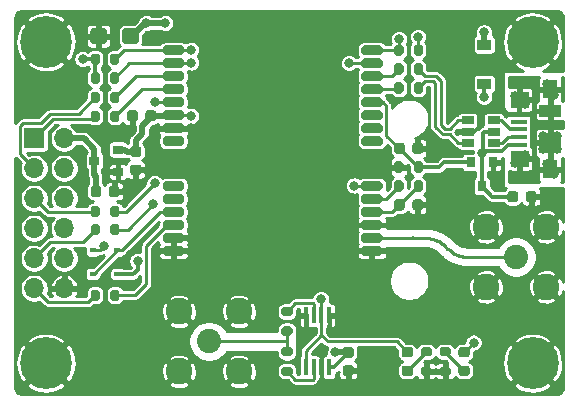
<source format=gtl>
G04 #@! TF.GenerationSoftware,KiCad,Pcbnew,5.1.8-5.1.8*
G04 #@! TF.CreationDate,2020-12-27T23:55:11+01:00*
G04 #@! TF.ProjectId,ublox-breakout,75626c6f-782d-4627-9265-616b6f75742e,rev?*
G04 #@! TF.SameCoordinates,PX71f6ce0PY7cfd120*
G04 #@! TF.FileFunction,Copper,L1,Top*
G04 #@! TF.FilePolarity,Positive*
%FSLAX46Y46*%
G04 Gerber Fmt 4.6, Leading zero omitted, Abs format (unit mm)*
G04 Created by KiCad (PCBNEW 5.1.8-5.1.8) date 2020-12-27 23:55:11*
%MOMM*%
%LPD*%
G01*
G04 APERTURE LIST*
G04 #@! TA.AperFunction,SMDPad,CuDef*
%ADD10R,0.800000X0.900000*%
G04 #@! TD*
G04 #@! TA.AperFunction,SMDPad,CuDef*
%ADD11R,0.600000X0.450000*%
G04 #@! TD*
G04 #@! TA.AperFunction,SMDPad,CuDef*
%ADD12R,0.250000X0.360000*%
G04 #@! TD*
G04 #@! TA.AperFunction,SMDPad,CuDef*
%ADD13R,0.450000X1.450000*%
G04 #@! TD*
G04 #@! TA.AperFunction,ComponentPad*
%ADD14C,2.250000*%
G04 #@! TD*
G04 #@! TA.AperFunction,ComponentPad*
%ADD15C,2.050000*%
G04 #@! TD*
G04 #@! TA.AperFunction,SMDPad,CuDef*
%ADD16R,0.900000X0.800000*%
G04 #@! TD*
G04 #@! TA.AperFunction,SMDPad,CuDef*
%ADD17R,1.200000X0.900000*%
G04 #@! TD*
G04 #@! TA.AperFunction,SMDPad,CuDef*
%ADD18R,1.900000X1.000000*%
G04 #@! TD*
G04 #@! TA.AperFunction,SMDPad,CuDef*
%ADD19R,1.900000X1.800000*%
G04 #@! TD*
G04 #@! TA.AperFunction,SMDPad,CuDef*
%ADD20R,1.300000X1.650000*%
G04 #@! TD*
G04 #@! TA.AperFunction,SMDPad,CuDef*
%ADD21R,1.550000X1.425000*%
G04 #@! TD*
G04 #@! TA.AperFunction,SMDPad,CuDef*
%ADD22R,1.380000X0.450000*%
G04 #@! TD*
G04 #@! TA.AperFunction,ComponentPad*
%ADD23C,0.700000*%
G04 #@! TD*
G04 #@! TA.AperFunction,ComponentPad*
%ADD24C,4.400000*%
G04 #@! TD*
G04 #@! TA.AperFunction,ComponentPad*
%ADD25O,1.700000X1.700000*%
G04 #@! TD*
G04 #@! TA.AperFunction,ComponentPad*
%ADD26R,1.700000X1.700000*%
G04 #@! TD*
G04 #@! TA.AperFunction,SMDPad,CuDef*
%ADD27R,1.060000X0.650000*%
G04 #@! TD*
G04 #@! TA.AperFunction,ViaPad*
%ADD28C,0.800000*%
G04 #@! TD*
G04 #@! TA.AperFunction,Conductor*
%ADD29C,0.350000*%
G04 #@! TD*
G04 #@! TA.AperFunction,Conductor*
%ADD30C,0.250000*%
G04 #@! TD*
G04 #@! TA.AperFunction,Conductor*
%ADD31C,0.293370*%
G04 #@! TD*
G04 #@! TA.AperFunction,Conductor*
%ADD32C,0.500000*%
G04 #@! TD*
G04 #@! TA.AperFunction,Conductor*
%ADD33C,0.261112*%
G04 #@! TD*
G04 #@! TA.AperFunction,Conductor*
%ADD34C,0.100000*%
G04 #@! TD*
G04 APERTURE END LIST*
D10*
X39900000Y18050000D03*
X38950000Y20050000D03*
X40850000Y20050000D03*
G04 #@! TA.AperFunction,SMDPad,CuDef*
G36*
G01*
X34025000Y21000000D02*
X34025000Y21500000D01*
G75*
G02*
X34250000Y21725000I225000J0D01*
G01*
X34700000Y21725000D01*
G75*
G02*
X34925000Y21500000I0J-225000D01*
G01*
X34925000Y21000000D01*
G75*
G02*
X34700000Y20775000I-225000J0D01*
G01*
X34250000Y20775000D01*
G75*
G02*
X34025000Y21000000I0J225000D01*
G01*
G37*
G04 #@! TD.AperFunction*
G04 #@! TA.AperFunction,SMDPad,CuDef*
G36*
G01*
X32475000Y21000000D02*
X32475000Y21500000D01*
G75*
G02*
X32700000Y21725000I225000J0D01*
G01*
X33150000Y21725000D01*
G75*
G02*
X33375000Y21500000I0J-225000D01*
G01*
X33375000Y21000000D01*
G75*
G02*
X33150000Y20775000I-225000J0D01*
G01*
X32700000Y20775000D01*
G75*
G02*
X32475000Y21000000I0J225000D01*
G01*
G37*
G04 #@! TD.AperFunction*
G04 #@! TA.AperFunction,SMDPad,CuDef*
G36*
G01*
X8150000Y31175001D02*
X8150000Y30324999D01*
G75*
G02*
X7900001Y30075000I-249999J0D01*
G01*
X6999999Y30075000D01*
G75*
G02*
X6750000Y30324999I0J249999D01*
G01*
X6750000Y31175001D01*
G75*
G02*
X6999999Y31425000I249999J0D01*
G01*
X7900001Y31425000D01*
G75*
G02*
X8150000Y31175001I0J-249999D01*
G01*
G37*
G04 #@! TD.AperFunction*
G04 #@! TA.AperFunction,SMDPad,CuDef*
G36*
G01*
X10850000Y31175001D02*
X10850000Y30324999D01*
G75*
G02*
X10600001Y30075000I-249999J0D01*
G01*
X9699999Y30075000D01*
G75*
G02*
X9450000Y30324999I0J249999D01*
G01*
X9450000Y31175001D01*
G75*
G02*
X9699999Y31425000I249999J0D01*
G01*
X10600001Y31425000D01*
G75*
G02*
X10850000Y31175001I0J-249999D01*
G01*
G37*
G04 #@! TD.AperFunction*
D11*
X9050000Y10600000D03*
X6950000Y10600000D03*
D12*
X34100000Y14520000D03*
X34100000Y13680000D03*
G04 #@! TA.AperFunction,SMDPad,CuDef*
G36*
G01*
X28350000Y2875000D02*
X28850000Y2875000D01*
G75*
G02*
X29075000Y2650000I0J-225000D01*
G01*
X29075000Y2200000D01*
G75*
G02*
X28850000Y1975000I-225000J0D01*
G01*
X28350000Y1975000D01*
G75*
G02*
X28125000Y2200000I0J225000D01*
G01*
X28125000Y2650000D01*
G75*
G02*
X28350000Y2875000I225000J0D01*
G01*
G37*
G04 #@! TD.AperFunction*
G04 #@! TA.AperFunction,SMDPad,CuDef*
G36*
G01*
X28350000Y4425000D02*
X28850000Y4425000D01*
G75*
G02*
X29075000Y4200000I0J-225000D01*
G01*
X29075000Y3750000D01*
G75*
G02*
X28850000Y3525000I-225000J0D01*
G01*
X28350000Y3525000D01*
G75*
G02*
X28125000Y3750000I0J225000D01*
G01*
X28125000Y4200000D01*
G75*
G02*
X28350000Y4425000I225000J0D01*
G01*
G37*
G04 #@! TD.AperFunction*
D13*
X26975000Y2700000D03*
X26325000Y2700000D03*
X25675000Y2700000D03*
X25025000Y2700000D03*
X25025000Y7100000D03*
X25675000Y7100000D03*
X26325000Y7100000D03*
X26975000Y7100000D03*
G04 #@! TA.AperFunction,SMDPad,CuDef*
G36*
G01*
X23675000Y7025000D02*
X23125000Y7025000D01*
G75*
G02*
X22925000Y7225000I0J200000D01*
G01*
X22925000Y7625000D01*
G75*
G02*
X23125000Y7825000I200000J0D01*
G01*
X23675000Y7825000D01*
G75*
G02*
X23875000Y7625000I0J-200000D01*
G01*
X23875000Y7225000D01*
G75*
G02*
X23675000Y7025000I-200000J0D01*
G01*
G37*
G04 #@! TD.AperFunction*
G04 #@! TA.AperFunction,SMDPad,CuDef*
G36*
G01*
X23675000Y5375000D02*
X23125000Y5375000D01*
G75*
G02*
X22925000Y5575000I0J200000D01*
G01*
X22925000Y5975000D01*
G75*
G02*
X23125000Y6175000I200000J0D01*
G01*
X23675000Y6175000D01*
G75*
G02*
X23875000Y5975000I0J-200000D01*
G01*
X23875000Y5575000D01*
G75*
G02*
X23675000Y5375000I-200000J0D01*
G01*
G37*
G04 #@! TD.AperFunction*
G04 #@! TA.AperFunction,SMDPad,CuDef*
G36*
G01*
X23125000Y2775000D02*
X23675000Y2775000D01*
G75*
G02*
X23875000Y2575000I0J-200000D01*
G01*
X23875000Y2175000D01*
G75*
G02*
X23675000Y1975000I-200000J0D01*
G01*
X23125000Y1975000D01*
G75*
G02*
X22925000Y2175000I0J200000D01*
G01*
X22925000Y2575000D01*
G75*
G02*
X23125000Y2775000I200000J0D01*
G01*
G37*
G04 #@! TD.AperFunction*
G04 #@! TA.AperFunction,SMDPad,CuDef*
G36*
G01*
X23125000Y4425000D02*
X23675000Y4425000D01*
G75*
G02*
X23875000Y4225000I0J-200000D01*
G01*
X23875000Y3825000D01*
G75*
G02*
X23675000Y3625000I-200000J0D01*
G01*
X23125000Y3625000D01*
G75*
G02*
X22925000Y3825000I0J200000D01*
G01*
X22925000Y4225000D01*
G75*
G02*
X23125000Y4425000I200000J0D01*
G01*
G37*
G04 #@! TD.AperFunction*
D14*
X19340000Y7440000D03*
X19340000Y2360000D03*
X14260000Y2360000D03*
X14260000Y7440000D03*
D15*
X16800000Y4900000D03*
G04 #@! TA.AperFunction,SMDPad,CuDef*
G36*
G01*
X7575000Y29075000D02*
X7575000Y28525000D01*
G75*
G02*
X7375000Y28325000I-200000J0D01*
G01*
X6975000Y28325000D01*
G75*
G02*
X6775000Y28525000I0J200000D01*
G01*
X6775000Y29075000D01*
G75*
G02*
X6975000Y29275000I200000J0D01*
G01*
X7375000Y29275000D01*
G75*
G02*
X7575000Y29075000I0J-200000D01*
G01*
G37*
G04 #@! TD.AperFunction*
G04 #@! TA.AperFunction,SMDPad,CuDef*
G36*
G01*
X9225000Y29075000D02*
X9225000Y28525000D01*
G75*
G02*
X9025000Y28325000I-200000J0D01*
G01*
X8625000Y28325000D01*
G75*
G02*
X8425000Y28525000I0J200000D01*
G01*
X8425000Y29075000D01*
G75*
G02*
X8625000Y29275000I200000J0D01*
G01*
X9025000Y29275000D01*
G75*
G02*
X9225000Y29075000I0J-200000D01*
G01*
G37*
G04 #@! TD.AperFunction*
D11*
X6950000Y12600000D03*
X9050000Y12600000D03*
G04 #@! TA.AperFunction,SMDPad,CuDef*
G36*
G01*
X7575000Y27475000D02*
X7575000Y26925000D01*
G75*
G02*
X7375000Y26725000I-200000J0D01*
G01*
X6975000Y26725000D01*
G75*
G02*
X6775000Y26925000I0J200000D01*
G01*
X6775000Y27475000D01*
G75*
G02*
X6975000Y27675000I200000J0D01*
G01*
X7375000Y27675000D01*
G75*
G02*
X7575000Y27475000I0J-200000D01*
G01*
G37*
G04 #@! TD.AperFunction*
G04 #@! TA.AperFunction,SMDPad,CuDef*
G36*
G01*
X9225000Y27475000D02*
X9225000Y26925000D01*
G75*
G02*
X9025000Y26725000I-200000J0D01*
G01*
X8625000Y26725000D01*
G75*
G02*
X8425000Y26925000I0J200000D01*
G01*
X8425000Y27475000D01*
G75*
G02*
X8625000Y27675000I200000J0D01*
G01*
X9025000Y27675000D01*
G75*
G02*
X9225000Y27475000I0J-200000D01*
G01*
G37*
G04 #@! TD.AperFunction*
G04 #@! TA.AperFunction,SMDPad,CuDef*
G36*
G01*
X34125000Y19385000D02*
X34125000Y19935000D01*
G75*
G02*
X34325000Y20135000I200000J0D01*
G01*
X34725000Y20135000D01*
G75*
G02*
X34925000Y19935000I0J-200000D01*
G01*
X34925000Y19385000D01*
G75*
G02*
X34725000Y19185000I-200000J0D01*
G01*
X34325000Y19185000D01*
G75*
G02*
X34125000Y19385000I0J200000D01*
G01*
G37*
G04 #@! TD.AperFunction*
G04 #@! TA.AperFunction,SMDPad,CuDef*
G36*
G01*
X32475000Y19385000D02*
X32475000Y19935000D01*
G75*
G02*
X32675000Y20135000I200000J0D01*
G01*
X33075000Y20135000D01*
G75*
G02*
X33275000Y19935000I0J-200000D01*
G01*
X33275000Y19385000D01*
G75*
G02*
X33075000Y19185000I-200000J0D01*
G01*
X32675000Y19185000D01*
G75*
G02*
X32475000Y19385000I0J200000D01*
G01*
G37*
G04 #@! TD.AperFunction*
G04 #@! TA.AperFunction,SMDPad,CuDef*
G36*
G01*
X34125000Y17785000D02*
X34125000Y18335000D01*
G75*
G02*
X34325000Y18535000I200000J0D01*
G01*
X34725000Y18535000D01*
G75*
G02*
X34925000Y18335000I0J-200000D01*
G01*
X34925000Y17785000D01*
G75*
G02*
X34725000Y17585000I-200000J0D01*
G01*
X34325000Y17585000D01*
G75*
G02*
X34125000Y17785000I0J200000D01*
G01*
G37*
G04 #@! TD.AperFunction*
G04 #@! TA.AperFunction,SMDPad,CuDef*
G36*
G01*
X32475000Y17785000D02*
X32475000Y18335000D01*
G75*
G02*
X32675000Y18535000I200000J0D01*
G01*
X33075000Y18535000D01*
G75*
G02*
X33275000Y18335000I0J-200000D01*
G01*
X33275000Y17785000D01*
G75*
G02*
X33075000Y17585000I-200000J0D01*
G01*
X32675000Y17585000D01*
G75*
G02*
X32475000Y17785000I0J200000D01*
G01*
G37*
G04 #@! TD.AperFunction*
G04 #@! TA.AperFunction,SMDPad,CuDef*
G36*
G01*
X34025000Y16210000D02*
X34025000Y16710000D01*
G75*
G02*
X34250000Y16935000I225000J0D01*
G01*
X34700000Y16935000D01*
G75*
G02*
X34925000Y16710000I0J-225000D01*
G01*
X34925000Y16210000D01*
G75*
G02*
X34700000Y15985000I-225000J0D01*
G01*
X34250000Y15985000D01*
G75*
G02*
X34025000Y16210000I0J225000D01*
G01*
G37*
G04 #@! TD.AperFunction*
G04 #@! TA.AperFunction,SMDPad,CuDef*
G36*
G01*
X32475000Y16210000D02*
X32475000Y16710000D01*
G75*
G02*
X32700000Y16935000I225000J0D01*
G01*
X33150000Y16935000D01*
G75*
G02*
X33375000Y16710000I0J-225000D01*
G01*
X33375000Y16210000D01*
G75*
G02*
X33150000Y15985000I-225000J0D01*
G01*
X32700000Y15985000D01*
G75*
G02*
X32475000Y16210000I0J225000D01*
G01*
G37*
G04 #@! TD.AperFunction*
D16*
X7100000Y20200000D03*
X9100000Y21150000D03*
X9100000Y19250000D03*
G04 #@! TA.AperFunction,SMDPad,CuDef*
G36*
G01*
X10350000Y19875000D02*
X10850000Y19875000D01*
G75*
G02*
X11075000Y19650000I0J-225000D01*
G01*
X11075000Y19200000D01*
G75*
G02*
X10850000Y18975000I-225000J0D01*
G01*
X10350000Y18975000D01*
G75*
G02*
X10125000Y19200000I0J225000D01*
G01*
X10125000Y19650000D01*
G75*
G02*
X10350000Y19875000I225000J0D01*
G01*
G37*
G04 #@! TD.AperFunction*
G04 #@! TA.AperFunction,SMDPad,CuDef*
G36*
G01*
X10350000Y21425000D02*
X10850000Y21425000D01*
G75*
G02*
X11075000Y21200000I0J-225000D01*
G01*
X11075000Y20750000D01*
G75*
G02*
X10850000Y20525000I-225000J0D01*
G01*
X10350000Y20525000D01*
G75*
G02*
X10125000Y20750000I0J225000D01*
G01*
X10125000Y21200000D01*
G75*
G02*
X10350000Y21425000I225000J0D01*
G01*
G37*
G04 #@! TD.AperFunction*
G04 #@! TA.AperFunction,SMDPad,CuDef*
G36*
G01*
X8325000Y17350000D02*
X8325000Y17850000D01*
G75*
G02*
X8550000Y18075000I225000J0D01*
G01*
X9000000Y18075000D01*
G75*
G02*
X9225000Y17850000I0J-225000D01*
G01*
X9225000Y17350000D01*
G75*
G02*
X9000000Y17125000I-225000J0D01*
G01*
X8550000Y17125000D01*
G75*
G02*
X8325000Y17350000I0J225000D01*
G01*
G37*
G04 #@! TD.AperFunction*
G04 #@! TA.AperFunction,SMDPad,CuDef*
G36*
G01*
X6775000Y17350000D02*
X6775000Y17850000D01*
G75*
G02*
X7000000Y18075000I225000J0D01*
G01*
X7450000Y18075000D01*
G75*
G02*
X7675000Y17850000I0J-225000D01*
G01*
X7675000Y17350000D01*
G75*
G02*
X7450000Y17125000I-225000J0D01*
G01*
X7000000Y17125000D01*
G75*
G02*
X6775000Y17350000I0J225000D01*
G01*
G37*
G04 #@! TD.AperFunction*
G04 #@! TA.AperFunction,SMDPad,CuDef*
G36*
G01*
X33856250Y3550000D02*
X33343750Y3550000D01*
G75*
G02*
X33125000Y3768750I0J218750D01*
G01*
X33125000Y4206250D01*
G75*
G02*
X33343750Y4425000I218750J0D01*
G01*
X33856250Y4425000D01*
G75*
G02*
X34075000Y4206250I0J-218750D01*
G01*
X34075000Y3768750D01*
G75*
G02*
X33856250Y3550000I-218750J0D01*
G01*
G37*
G04 #@! TD.AperFunction*
G04 #@! TA.AperFunction,SMDPad,CuDef*
G36*
G01*
X33856250Y1975000D02*
X33343750Y1975000D01*
G75*
G02*
X33125000Y2193750I0J218750D01*
G01*
X33125000Y2631250D01*
G75*
G02*
X33343750Y2850000I218750J0D01*
G01*
X33856250Y2850000D01*
G75*
G02*
X34075000Y2631250I0J-218750D01*
G01*
X34075000Y2193750D01*
G75*
G02*
X33856250Y1975000I-218750J0D01*
G01*
G37*
G04 #@! TD.AperFunction*
G04 #@! TA.AperFunction,SMDPad,CuDef*
G36*
G01*
X38656250Y3550000D02*
X38143750Y3550000D01*
G75*
G02*
X37925000Y3768750I0J218750D01*
G01*
X37925000Y4206250D01*
G75*
G02*
X38143750Y4425000I218750J0D01*
G01*
X38656250Y4425000D01*
G75*
G02*
X38875000Y4206250I0J-218750D01*
G01*
X38875000Y3768750D01*
G75*
G02*
X38656250Y3550000I-218750J0D01*
G01*
G37*
G04 #@! TD.AperFunction*
G04 #@! TA.AperFunction,SMDPad,CuDef*
G36*
G01*
X38656250Y1975000D02*
X38143750Y1975000D01*
G75*
G02*
X37925000Y2193750I0J218750D01*
G01*
X37925000Y2631250D01*
G75*
G02*
X38143750Y2850000I218750J0D01*
G01*
X38656250Y2850000D01*
G75*
G02*
X38875000Y2631250I0J-218750D01*
G01*
X38875000Y2193750D01*
G75*
G02*
X38656250Y1975000I-218750J0D01*
G01*
G37*
G04 #@! TD.AperFunction*
D17*
X40100000Y26710000D03*
X40100000Y30010000D03*
G04 #@! TA.AperFunction,SMDPad,CuDef*
G36*
G01*
X43625000Y16900000D02*
X43625000Y17400000D01*
G75*
G02*
X43850000Y17625000I225000J0D01*
G01*
X44300000Y17625000D01*
G75*
G02*
X44525000Y17400000I0J-225000D01*
G01*
X44525000Y16900000D01*
G75*
G02*
X44300000Y16675000I-225000J0D01*
G01*
X43850000Y16675000D01*
G75*
G02*
X43625000Y16900000I0J225000D01*
G01*
G37*
G04 #@! TD.AperFunction*
G04 #@! TA.AperFunction,SMDPad,CuDef*
G36*
G01*
X42075000Y16900000D02*
X42075000Y17400000D01*
G75*
G02*
X42300000Y17625000I225000J0D01*
G01*
X42750000Y17625000D01*
G75*
G02*
X42975000Y17400000I0J-225000D01*
G01*
X42975000Y16900000D01*
G75*
G02*
X42750000Y16675000I-225000J0D01*
G01*
X42300000Y16675000D01*
G75*
G02*
X42075000Y16900000I0J225000D01*
G01*
G37*
G04 #@! TD.AperFunction*
D18*
X45700000Y24410000D03*
D19*
X45700000Y21710000D03*
D20*
X45700000Y26235000D03*
X45700000Y19485000D03*
D21*
X43125000Y25347500D03*
X43125000Y20372500D03*
D22*
X43040000Y24160000D03*
X43040000Y23510000D03*
X43040000Y22860000D03*
X43040000Y22210000D03*
X43040000Y21560000D03*
G04 #@! TA.AperFunction,SMDPad,CuDef*
G36*
G01*
X35475000Y3625000D02*
X34925000Y3625000D01*
G75*
G02*
X34725000Y3825000I0J200000D01*
G01*
X34725000Y4225000D01*
G75*
G02*
X34925000Y4425000I200000J0D01*
G01*
X35475000Y4425000D01*
G75*
G02*
X35675000Y4225000I0J-200000D01*
G01*
X35675000Y3825000D01*
G75*
G02*
X35475000Y3625000I-200000J0D01*
G01*
G37*
G04 #@! TD.AperFunction*
G04 #@! TA.AperFunction,SMDPad,CuDef*
G36*
G01*
X35475000Y1975000D02*
X34925000Y1975000D01*
G75*
G02*
X34725000Y2175000I0J200000D01*
G01*
X34725000Y2575000D01*
G75*
G02*
X34925000Y2775000I200000J0D01*
G01*
X35475000Y2775000D01*
G75*
G02*
X35675000Y2575000I0J-200000D01*
G01*
X35675000Y2175000D01*
G75*
G02*
X35475000Y1975000I-200000J0D01*
G01*
G37*
G04 #@! TD.AperFunction*
G04 #@! TA.AperFunction,SMDPad,CuDef*
G36*
G01*
X37075000Y3625000D02*
X36525000Y3625000D01*
G75*
G02*
X36325000Y3825000I0J200000D01*
G01*
X36325000Y4225000D01*
G75*
G02*
X36525000Y4425000I200000J0D01*
G01*
X37075000Y4425000D01*
G75*
G02*
X37275000Y4225000I0J-200000D01*
G01*
X37275000Y3825000D01*
G75*
G02*
X37075000Y3625000I-200000J0D01*
G01*
G37*
G04 #@! TD.AperFunction*
G04 #@! TA.AperFunction,SMDPad,CuDef*
G36*
G01*
X37075000Y1975000D02*
X36525000Y1975000D01*
G75*
G02*
X36325000Y2175000I0J200000D01*
G01*
X36325000Y2575000D01*
G75*
G02*
X36525000Y2775000I200000J0D01*
G01*
X37075000Y2775000D01*
G75*
G02*
X37275000Y2575000I0J-200000D01*
G01*
X37275000Y2175000D01*
G75*
G02*
X37075000Y1975000I-200000J0D01*
G01*
G37*
G04 #@! TD.AperFunction*
D23*
X4166726Y4226726D03*
X3000000Y4710000D03*
X1833274Y4226726D03*
X1350000Y3060000D03*
X1833274Y1893274D03*
X3000000Y1410000D03*
X4166726Y1893274D03*
X4650000Y3060000D03*
D24*
X3000000Y3060000D03*
D23*
X45366726Y4226726D03*
X44200000Y4710000D03*
X43033274Y4226726D03*
X42550000Y3060000D03*
X43033274Y1893274D03*
X44200000Y1410000D03*
X45366726Y1893274D03*
X45850000Y3060000D03*
D24*
X44200000Y3060000D03*
D23*
X45366726Y31426726D03*
X44200000Y31910000D03*
X43033274Y31426726D03*
X42550000Y30260000D03*
X43033274Y29093274D03*
X44200000Y28610000D03*
X45366726Y29093274D03*
X45850000Y30260000D03*
D24*
X44200000Y30260000D03*
D23*
X4166726Y31426726D03*
X3000000Y31910000D03*
X1833274Y31426726D03*
X1350000Y30260000D03*
X1833274Y29093274D03*
X3000000Y28610000D03*
X4166726Y29093274D03*
X4650000Y30260000D03*
D24*
X3000000Y30260000D03*
G04 #@! TA.AperFunction,SMDPad,CuDef*
G36*
G01*
X8425000Y8525000D02*
X8425000Y9075000D01*
G75*
G02*
X8625000Y9275000I200000J0D01*
G01*
X9025000Y9275000D01*
G75*
G02*
X9225000Y9075000I0J-200000D01*
G01*
X9225000Y8525000D01*
G75*
G02*
X9025000Y8325000I-200000J0D01*
G01*
X8625000Y8325000D01*
G75*
G02*
X8425000Y8525000I0J200000D01*
G01*
G37*
G04 #@! TD.AperFunction*
G04 #@! TA.AperFunction,SMDPad,CuDef*
G36*
G01*
X6775000Y8525000D02*
X6775000Y9075000D01*
G75*
G02*
X6975000Y9275000I200000J0D01*
G01*
X7375000Y9275000D01*
G75*
G02*
X7575000Y9075000I0J-200000D01*
G01*
X7575000Y8525000D01*
G75*
G02*
X7375000Y8325000I-200000J0D01*
G01*
X6975000Y8325000D01*
G75*
G02*
X6775000Y8525000I0J200000D01*
G01*
G37*
G04 #@! TD.AperFunction*
G04 #@! TA.AperFunction,SMDPad,CuDef*
G36*
G01*
X8425000Y14085000D02*
X8425000Y14635000D01*
G75*
G02*
X8625000Y14835000I200000J0D01*
G01*
X9025000Y14835000D01*
G75*
G02*
X9225000Y14635000I0J-200000D01*
G01*
X9225000Y14085000D01*
G75*
G02*
X9025000Y13885000I-200000J0D01*
G01*
X8625000Y13885000D01*
G75*
G02*
X8425000Y14085000I0J200000D01*
G01*
G37*
G04 #@! TD.AperFunction*
G04 #@! TA.AperFunction,SMDPad,CuDef*
G36*
G01*
X6775000Y14085000D02*
X6775000Y14635000D01*
G75*
G02*
X6975000Y14835000I200000J0D01*
G01*
X7375000Y14835000D01*
G75*
G02*
X7575000Y14635000I0J-200000D01*
G01*
X7575000Y14085000D01*
G75*
G02*
X7375000Y13885000I-200000J0D01*
G01*
X6975000Y13885000D01*
G75*
G02*
X6775000Y14085000I0J200000D01*
G01*
G37*
G04 #@! TD.AperFunction*
G04 #@! TA.AperFunction,SMDPad,CuDef*
G36*
G01*
X8425000Y15625000D02*
X8425000Y16175000D01*
G75*
G02*
X8625000Y16375000I200000J0D01*
G01*
X9025000Y16375000D01*
G75*
G02*
X9225000Y16175000I0J-200000D01*
G01*
X9225000Y15625000D01*
G75*
G02*
X9025000Y15425000I-200000J0D01*
G01*
X8625000Y15425000D01*
G75*
G02*
X8425000Y15625000I0J200000D01*
G01*
G37*
G04 #@! TD.AperFunction*
G04 #@! TA.AperFunction,SMDPad,CuDef*
G36*
G01*
X6775000Y15625000D02*
X6775000Y16175000D01*
G75*
G02*
X6975000Y16375000I200000J0D01*
G01*
X7375000Y16375000D01*
G75*
G02*
X7575000Y16175000I0J-200000D01*
G01*
X7575000Y15625000D01*
G75*
G02*
X7375000Y15425000I-200000J0D01*
G01*
X6975000Y15425000D01*
G75*
G02*
X6775000Y15625000I0J200000D01*
G01*
G37*
G04 #@! TD.AperFunction*
D25*
X4540000Y9400000D03*
X2000000Y9400000D03*
X4540000Y11940000D03*
X2000000Y11940000D03*
X4540000Y14480000D03*
X2000000Y14480000D03*
X4540000Y17020000D03*
X2000000Y17020000D03*
X4540000Y19560000D03*
X2000000Y19560000D03*
X4540000Y22100000D03*
D26*
X2000000Y22100000D03*
G04 #@! TA.AperFunction,SMDPad,CuDef*
G36*
G01*
X33275000Y26635000D02*
X33275000Y26085000D01*
G75*
G02*
X33075000Y25885000I-200000J0D01*
G01*
X32675000Y25885000D01*
G75*
G02*
X32475000Y26085000I0J200000D01*
G01*
X32475000Y26635000D01*
G75*
G02*
X32675000Y26835000I200000J0D01*
G01*
X33075000Y26835000D01*
G75*
G02*
X33275000Y26635000I0J-200000D01*
G01*
G37*
G04 #@! TD.AperFunction*
G04 #@! TA.AperFunction,SMDPad,CuDef*
G36*
G01*
X34925000Y26635000D02*
X34925000Y26085000D01*
G75*
G02*
X34725000Y25885000I-200000J0D01*
G01*
X34325000Y25885000D01*
G75*
G02*
X34125000Y26085000I0J200000D01*
G01*
X34125000Y26635000D01*
G75*
G02*
X34325000Y26835000I200000J0D01*
G01*
X34725000Y26835000D01*
G75*
G02*
X34925000Y26635000I0J-200000D01*
G01*
G37*
G04 #@! TD.AperFunction*
G04 #@! TA.AperFunction,SMDPad,CuDef*
G36*
G01*
X33275000Y28235000D02*
X33275000Y27685000D01*
G75*
G02*
X33075000Y27485000I-200000J0D01*
G01*
X32675000Y27485000D01*
G75*
G02*
X32475000Y27685000I0J200000D01*
G01*
X32475000Y28235000D01*
G75*
G02*
X32675000Y28435000I200000J0D01*
G01*
X33075000Y28435000D01*
G75*
G02*
X33275000Y28235000I0J-200000D01*
G01*
G37*
G04 #@! TD.AperFunction*
G04 #@! TA.AperFunction,SMDPad,CuDef*
G36*
G01*
X34925000Y28235000D02*
X34925000Y27685000D01*
G75*
G02*
X34725000Y27485000I-200000J0D01*
G01*
X34325000Y27485000D01*
G75*
G02*
X34125000Y27685000I0J200000D01*
G01*
X34125000Y28235000D01*
G75*
G02*
X34325000Y28435000I200000J0D01*
G01*
X34725000Y28435000D01*
G75*
G02*
X34925000Y28235000I0J-200000D01*
G01*
G37*
G04 #@! TD.AperFunction*
G04 #@! TA.AperFunction,SMDPad,CuDef*
G36*
G01*
X8425000Y25285000D02*
X8425000Y25835000D01*
G75*
G02*
X8625000Y26035000I200000J0D01*
G01*
X9025000Y26035000D01*
G75*
G02*
X9225000Y25835000I0J-200000D01*
G01*
X9225000Y25285000D01*
G75*
G02*
X9025000Y25085000I-200000J0D01*
G01*
X8625000Y25085000D01*
G75*
G02*
X8425000Y25285000I0J200000D01*
G01*
G37*
G04 #@! TD.AperFunction*
G04 #@! TA.AperFunction,SMDPad,CuDef*
G36*
G01*
X6775000Y25285000D02*
X6775000Y25835000D01*
G75*
G02*
X6975000Y26035000I200000J0D01*
G01*
X7375000Y26035000D01*
G75*
G02*
X7575000Y25835000I0J-200000D01*
G01*
X7575000Y25285000D01*
G75*
G02*
X7375000Y25085000I-200000J0D01*
G01*
X6975000Y25085000D01*
G75*
G02*
X6775000Y25285000I0J200000D01*
G01*
G37*
G04 #@! TD.AperFunction*
G04 #@! TA.AperFunction,SMDPad,CuDef*
G36*
G01*
X8425000Y23685000D02*
X8425000Y24235000D01*
G75*
G02*
X8625000Y24435000I200000J0D01*
G01*
X9025000Y24435000D01*
G75*
G02*
X9225000Y24235000I0J-200000D01*
G01*
X9225000Y23685000D01*
G75*
G02*
X9025000Y23485000I-200000J0D01*
G01*
X8625000Y23485000D01*
G75*
G02*
X8425000Y23685000I0J200000D01*
G01*
G37*
G04 #@! TD.AperFunction*
G04 #@! TA.AperFunction,SMDPad,CuDef*
G36*
G01*
X6775000Y23685000D02*
X6775000Y24235000D01*
G75*
G02*
X6975000Y24435000I200000J0D01*
G01*
X7375000Y24435000D01*
G75*
G02*
X7575000Y24235000I0J-200000D01*
G01*
X7575000Y23685000D01*
G75*
G02*
X7375000Y23485000I-200000J0D01*
G01*
X6975000Y23485000D01*
G75*
G02*
X6775000Y23685000I0J200000D01*
G01*
G37*
G04 #@! TD.AperFunction*
G04 #@! TA.AperFunction,SMDPad,CuDef*
G36*
G01*
X34125000Y29285000D02*
X34125000Y29835000D01*
G75*
G02*
X34325000Y30035000I200000J0D01*
G01*
X34725000Y30035000D01*
G75*
G02*
X34925000Y29835000I0J-200000D01*
G01*
X34925000Y29285000D01*
G75*
G02*
X34725000Y29085000I-200000J0D01*
G01*
X34325000Y29085000D01*
G75*
G02*
X34125000Y29285000I0J200000D01*
G01*
G37*
G04 #@! TD.AperFunction*
G04 #@! TA.AperFunction,SMDPad,CuDef*
G36*
G01*
X32475000Y29285000D02*
X32475000Y29835000D01*
G75*
G02*
X32675000Y30035000I200000J0D01*
G01*
X33075000Y30035000D01*
G75*
G02*
X33275000Y29835000I0J-200000D01*
G01*
X33275000Y29285000D01*
G75*
G02*
X33075000Y29085000I-200000J0D01*
G01*
X32675000Y29085000D01*
G75*
G02*
X32475000Y29285000I0J200000D01*
G01*
G37*
G04 #@! TD.AperFunction*
G04 #@! TA.AperFunction,SMDPad,CuDef*
G36*
G01*
X10775000Y24250000D02*
X10775000Y23750000D01*
G75*
G02*
X10550000Y23525000I-225000J0D01*
G01*
X10100000Y23525000D01*
G75*
G02*
X9875000Y23750000I0J225000D01*
G01*
X9875000Y24250000D01*
G75*
G02*
X10100000Y24475000I225000J0D01*
G01*
X10550000Y24475000D01*
G75*
G02*
X10775000Y24250000I0J-225000D01*
G01*
G37*
G04 #@! TD.AperFunction*
G04 #@! TA.AperFunction,SMDPad,CuDef*
G36*
G01*
X12325000Y24250000D02*
X12325000Y23750000D01*
G75*
G02*
X12100000Y23525000I-225000J0D01*
G01*
X11650000Y23525000D01*
G75*
G02*
X11425000Y23750000I0J225000D01*
G01*
X11425000Y24250000D01*
G75*
G02*
X11650000Y24475000I225000J0D01*
G01*
X12100000Y24475000D01*
G75*
G02*
X12325000Y24250000I0J-225000D01*
G01*
G37*
G04 #@! TD.AperFunction*
G04 #@! TA.AperFunction,SMDPad,CuDef*
G36*
G01*
X29700000Y29360000D02*
X29700000Y29760000D01*
G75*
G02*
X29900000Y29960000I200000J0D01*
G01*
X31300000Y29960000D01*
G75*
G02*
X31500000Y29760000I0J-200000D01*
G01*
X31500000Y29360000D01*
G75*
G02*
X31300000Y29160000I-200000J0D01*
G01*
X29900000Y29160000D01*
G75*
G02*
X29700000Y29360000I0J200000D01*
G01*
G37*
G04 #@! TD.AperFunction*
G04 #@! TA.AperFunction,SMDPad,CuDef*
G36*
G01*
X29700000Y28260000D02*
X29700000Y28660000D01*
G75*
G02*
X29900000Y28860000I200000J0D01*
G01*
X31300000Y28860000D01*
G75*
G02*
X31500000Y28660000I0J-200000D01*
G01*
X31500000Y28260000D01*
G75*
G02*
X31300000Y28060000I-200000J0D01*
G01*
X29900000Y28060000D01*
G75*
G02*
X29700000Y28260000I0J200000D01*
G01*
G37*
G04 #@! TD.AperFunction*
G04 #@! TA.AperFunction,SMDPad,CuDef*
G36*
G01*
X29700000Y27160000D02*
X29700000Y27560000D01*
G75*
G02*
X29900000Y27760000I200000J0D01*
G01*
X31300000Y27760000D01*
G75*
G02*
X31500000Y27560000I0J-200000D01*
G01*
X31500000Y27160000D01*
G75*
G02*
X31300000Y26960000I-200000J0D01*
G01*
X29900000Y26960000D01*
G75*
G02*
X29700000Y27160000I0J200000D01*
G01*
G37*
G04 #@! TD.AperFunction*
G04 #@! TA.AperFunction,SMDPad,CuDef*
G36*
G01*
X29700000Y26060000D02*
X29700000Y26460000D01*
G75*
G02*
X29900000Y26660000I200000J0D01*
G01*
X31300000Y26660000D01*
G75*
G02*
X31500000Y26460000I0J-200000D01*
G01*
X31500000Y26060000D01*
G75*
G02*
X31300000Y25860000I-200000J0D01*
G01*
X29900000Y25860000D01*
G75*
G02*
X29700000Y26060000I0J200000D01*
G01*
G37*
G04 #@! TD.AperFunction*
G04 #@! TA.AperFunction,SMDPad,CuDef*
G36*
G01*
X29700000Y24960000D02*
X29700000Y25360000D01*
G75*
G02*
X29900000Y25560000I200000J0D01*
G01*
X31300000Y25560000D01*
G75*
G02*
X31500000Y25360000I0J-200000D01*
G01*
X31500000Y24960000D01*
G75*
G02*
X31300000Y24760000I-200000J0D01*
G01*
X29900000Y24760000D01*
G75*
G02*
X29700000Y24960000I0J200000D01*
G01*
G37*
G04 #@! TD.AperFunction*
G04 #@! TA.AperFunction,SMDPad,CuDef*
G36*
G01*
X29700000Y23860000D02*
X29700000Y24260000D01*
G75*
G02*
X29900000Y24460000I200000J0D01*
G01*
X31300000Y24460000D01*
G75*
G02*
X31500000Y24260000I0J-200000D01*
G01*
X31500000Y23860000D01*
G75*
G02*
X31300000Y23660000I-200000J0D01*
G01*
X29900000Y23660000D01*
G75*
G02*
X29700000Y23860000I0J200000D01*
G01*
G37*
G04 #@! TD.AperFunction*
G04 #@! TA.AperFunction,SMDPad,CuDef*
G36*
G01*
X29700000Y22760000D02*
X29700000Y23160000D01*
G75*
G02*
X29900000Y23360000I200000J0D01*
G01*
X31300000Y23360000D01*
G75*
G02*
X31500000Y23160000I0J-200000D01*
G01*
X31500000Y22760000D01*
G75*
G02*
X31300000Y22560000I-200000J0D01*
G01*
X29900000Y22560000D01*
G75*
G02*
X29700000Y22760000I0J200000D01*
G01*
G37*
G04 #@! TD.AperFunction*
G04 #@! TA.AperFunction,SMDPad,CuDef*
G36*
G01*
X29700000Y21660000D02*
X29700000Y22060000D01*
G75*
G02*
X29900000Y22260000I200000J0D01*
G01*
X31300000Y22260000D01*
G75*
G02*
X31500000Y22060000I0J-200000D01*
G01*
X31500000Y21660000D01*
G75*
G02*
X31300000Y21460000I-200000J0D01*
G01*
X29900000Y21460000D01*
G75*
G02*
X29700000Y21660000I0J200000D01*
G01*
G37*
G04 #@! TD.AperFunction*
G04 #@! TA.AperFunction,SMDPad,CuDef*
G36*
G01*
X29700000Y17860000D02*
X29700000Y18260000D01*
G75*
G02*
X29900000Y18460000I200000J0D01*
G01*
X31300000Y18460000D01*
G75*
G02*
X31500000Y18260000I0J-200000D01*
G01*
X31500000Y17860000D01*
G75*
G02*
X31300000Y17660000I-200000J0D01*
G01*
X29900000Y17660000D01*
G75*
G02*
X29700000Y17860000I0J200000D01*
G01*
G37*
G04 #@! TD.AperFunction*
G04 #@! TA.AperFunction,SMDPad,CuDef*
G36*
G01*
X29700000Y16760000D02*
X29700000Y17160000D01*
G75*
G02*
X29900000Y17360000I200000J0D01*
G01*
X31300000Y17360000D01*
G75*
G02*
X31500000Y17160000I0J-200000D01*
G01*
X31500000Y16760000D01*
G75*
G02*
X31300000Y16560000I-200000J0D01*
G01*
X29900000Y16560000D01*
G75*
G02*
X29700000Y16760000I0J200000D01*
G01*
G37*
G04 #@! TD.AperFunction*
G04 #@! TA.AperFunction,SMDPad,CuDef*
G36*
G01*
X29700000Y15660000D02*
X29700000Y16060000D01*
G75*
G02*
X29900000Y16260000I200000J0D01*
G01*
X31300000Y16260000D01*
G75*
G02*
X31500000Y16060000I0J-200000D01*
G01*
X31500000Y15660000D01*
G75*
G02*
X31300000Y15460000I-200000J0D01*
G01*
X29900000Y15460000D01*
G75*
G02*
X29700000Y15660000I0J200000D01*
G01*
G37*
G04 #@! TD.AperFunction*
G04 #@! TA.AperFunction,SMDPad,CuDef*
G36*
G01*
X29700000Y14560000D02*
X29700000Y14960000D01*
G75*
G02*
X29900000Y15160000I200000J0D01*
G01*
X31300000Y15160000D01*
G75*
G02*
X31500000Y14960000I0J-200000D01*
G01*
X31500000Y14560000D01*
G75*
G02*
X31300000Y14360000I-200000J0D01*
G01*
X29900000Y14360000D01*
G75*
G02*
X29700000Y14560000I0J200000D01*
G01*
G37*
G04 #@! TD.AperFunction*
G04 #@! TA.AperFunction,SMDPad,CuDef*
G36*
G01*
X29700000Y13460000D02*
X29700000Y13860000D01*
G75*
G02*
X29900000Y14060000I200000J0D01*
G01*
X31300000Y14060000D01*
G75*
G02*
X31500000Y13860000I0J-200000D01*
G01*
X31500000Y13460000D01*
G75*
G02*
X31300000Y13260000I-200000J0D01*
G01*
X29900000Y13260000D01*
G75*
G02*
X29700000Y13460000I0J200000D01*
G01*
G37*
G04 #@! TD.AperFunction*
G04 #@! TA.AperFunction,SMDPad,CuDef*
G36*
G01*
X29700000Y12360000D02*
X29700000Y12760000D01*
G75*
G02*
X29900000Y12960000I200000J0D01*
G01*
X31300000Y12960000D01*
G75*
G02*
X31500000Y12760000I0J-200000D01*
G01*
X31500000Y12360000D01*
G75*
G02*
X31300000Y12160000I-200000J0D01*
G01*
X29900000Y12160000D01*
G75*
G02*
X29700000Y12360000I0J200000D01*
G01*
G37*
G04 #@! TD.AperFunction*
G04 #@! TA.AperFunction,SMDPad,CuDef*
G36*
G01*
X12900000Y12360000D02*
X12900000Y12760000D01*
G75*
G02*
X13100000Y12960000I200000J0D01*
G01*
X14500000Y12960000D01*
G75*
G02*
X14700000Y12760000I0J-200000D01*
G01*
X14700000Y12360000D01*
G75*
G02*
X14500000Y12160000I-200000J0D01*
G01*
X13100000Y12160000D01*
G75*
G02*
X12900000Y12360000I0J200000D01*
G01*
G37*
G04 #@! TD.AperFunction*
G04 #@! TA.AperFunction,SMDPad,CuDef*
G36*
G01*
X12900000Y13460000D02*
X12900000Y13860000D01*
G75*
G02*
X13100000Y14060000I200000J0D01*
G01*
X14500000Y14060000D01*
G75*
G02*
X14700000Y13860000I0J-200000D01*
G01*
X14700000Y13460000D01*
G75*
G02*
X14500000Y13260000I-200000J0D01*
G01*
X13100000Y13260000D01*
G75*
G02*
X12900000Y13460000I0J200000D01*
G01*
G37*
G04 #@! TD.AperFunction*
G04 #@! TA.AperFunction,SMDPad,CuDef*
G36*
G01*
X12900000Y14560000D02*
X12900000Y14960000D01*
G75*
G02*
X13100000Y15160000I200000J0D01*
G01*
X14500000Y15160000D01*
G75*
G02*
X14700000Y14960000I0J-200000D01*
G01*
X14700000Y14560000D01*
G75*
G02*
X14500000Y14360000I-200000J0D01*
G01*
X13100000Y14360000D01*
G75*
G02*
X12900000Y14560000I0J200000D01*
G01*
G37*
G04 #@! TD.AperFunction*
G04 #@! TA.AperFunction,SMDPad,CuDef*
G36*
G01*
X12900000Y15660000D02*
X12900000Y16060000D01*
G75*
G02*
X13100000Y16260000I200000J0D01*
G01*
X14500000Y16260000D01*
G75*
G02*
X14700000Y16060000I0J-200000D01*
G01*
X14700000Y15660000D01*
G75*
G02*
X14500000Y15460000I-200000J0D01*
G01*
X13100000Y15460000D01*
G75*
G02*
X12900000Y15660000I0J200000D01*
G01*
G37*
G04 #@! TD.AperFunction*
G04 #@! TA.AperFunction,SMDPad,CuDef*
G36*
G01*
X12900000Y16760000D02*
X12900000Y17160000D01*
G75*
G02*
X13100000Y17360000I200000J0D01*
G01*
X14500000Y17360000D01*
G75*
G02*
X14700000Y17160000I0J-200000D01*
G01*
X14700000Y16760000D01*
G75*
G02*
X14500000Y16560000I-200000J0D01*
G01*
X13100000Y16560000D01*
G75*
G02*
X12900000Y16760000I0J200000D01*
G01*
G37*
G04 #@! TD.AperFunction*
G04 #@! TA.AperFunction,SMDPad,CuDef*
G36*
G01*
X12900000Y17860000D02*
X12900000Y18260000D01*
G75*
G02*
X13100000Y18460000I200000J0D01*
G01*
X14500000Y18460000D01*
G75*
G02*
X14700000Y18260000I0J-200000D01*
G01*
X14700000Y17860000D01*
G75*
G02*
X14500000Y17660000I-200000J0D01*
G01*
X13100000Y17660000D01*
G75*
G02*
X12900000Y17860000I0J200000D01*
G01*
G37*
G04 #@! TD.AperFunction*
G04 #@! TA.AperFunction,SMDPad,CuDef*
G36*
G01*
X12900000Y21660000D02*
X12900000Y22060000D01*
G75*
G02*
X13100000Y22260000I200000J0D01*
G01*
X14500000Y22260000D01*
G75*
G02*
X14700000Y22060000I0J-200000D01*
G01*
X14700000Y21660000D01*
G75*
G02*
X14500000Y21460000I-200000J0D01*
G01*
X13100000Y21460000D01*
G75*
G02*
X12900000Y21660000I0J200000D01*
G01*
G37*
G04 #@! TD.AperFunction*
G04 #@! TA.AperFunction,SMDPad,CuDef*
G36*
G01*
X12900000Y22760000D02*
X12900000Y23160000D01*
G75*
G02*
X13100000Y23360000I200000J0D01*
G01*
X14500000Y23360000D01*
G75*
G02*
X14700000Y23160000I0J-200000D01*
G01*
X14700000Y22760000D01*
G75*
G02*
X14500000Y22560000I-200000J0D01*
G01*
X13100000Y22560000D01*
G75*
G02*
X12900000Y22760000I0J200000D01*
G01*
G37*
G04 #@! TD.AperFunction*
G04 #@! TA.AperFunction,SMDPad,CuDef*
G36*
G01*
X12900000Y23860000D02*
X12900000Y24260000D01*
G75*
G02*
X13100000Y24460000I200000J0D01*
G01*
X14500000Y24460000D01*
G75*
G02*
X14700000Y24260000I0J-200000D01*
G01*
X14700000Y23860000D01*
G75*
G02*
X14500000Y23660000I-200000J0D01*
G01*
X13100000Y23660000D01*
G75*
G02*
X12900000Y23860000I0J200000D01*
G01*
G37*
G04 #@! TD.AperFunction*
G04 #@! TA.AperFunction,SMDPad,CuDef*
G36*
G01*
X12900000Y24960000D02*
X12900000Y25360000D01*
G75*
G02*
X13100000Y25560000I200000J0D01*
G01*
X14500000Y25560000D01*
G75*
G02*
X14700000Y25360000I0J-200000D01*
G01*
X14700000Y24960000D01*
G75*
G02*
X14500000Y24760000I-200000J0D01*
G01*
X13100000Y24760000D01*
G75*
G02*
X12900000Y24960000I0J200000D01*
G01*
G37*
G04 #@! TD.AperFunction*
G04 #@! TA.AperFunction,SMDPad,CuDef*
G36*
G01*
X12900000Y26060000D02*
X12900000Y26460000D01*
G75*
G02*
X13100000Y26660000I200000J0D01*
G01*
X14500000Y26660000D01*
G75*
G02*
X14700000Y26460000I0J-200000D01*
G01*
X14700000Y26060000D01*
G75*
G02*
X14500000Y25860000I-200000J0D01*
G01*
X13100000Y25860000D01*
G75*
G02*
X12900000Y26060000I0J200000D01*
G01*
G37*
G04 #@! TD.AperFunction*
G04 #@! TA.AperFunction,SMDPad,CuDef*
G36*
G01*
X12900000Y27160000D02*
X12900000Y27560000D01*
G75*
G02*
X13100000Y27760000I200000J0D01*
G01*
X14500000Y27760000D01*
G75*
G02*
X14700000Y27560000I0J-200000D01*
G01*
X14700000Y27160000D01*
G75*
G02*
X14500000Y26960000I-200000J0D01*
G01*
X13100000Y26960000D01*
G75*
G02*
X12900000Y27160000I0J200000D01*
G01*
G37*
G04 #@! TD.AperFunction*
G04 #@! TA.AperFunction,SMDPad,CuDef*
G36*
G01*
X12900000Y28260000D02*
X12900000Y28660000D01*
G75*
G02*
X13100000Y28860000I200000J0D01*
G01*
X14500000Y28860000D01*
G75*
G02*
X14700000Y28660000I0J-200000D01*
G01*
X14700000Y28260000D01*
G75*
G02*
X14500000Y28060000I-200000J0D01*
G01*
X13100000Y28060000D01*
G75*
G02*
X12900000Y28260000I0J200000D01*
G01*
G37*
G04 #@! TD.AperFunction*
G04 #@! TA.AperFunction,SMDPad,CuDef*
G36*
G01*
X12900000Y29360000D02*
X12900000Y29760000D01*
G75*
G02*
X13100000Y29960000I200000J0D01*
G01*
X14500000Y29960000D01*
G75*
G02*
X14700000Y29760000I0J-200000D01*
G01*
X14700000Y29360000D01*
G75*
G02*
X14500000Y29160000I-200000J0D01*
G01*
X13100000Y29160000D01*
G75*
G02*
X12900000Y29360000I0J200000D01*
G01*
G37*
G04 #@! TD.AperFunction*
D14*
X40260000Y9520000D03*
X40260000Y14600000D03*
X45340000Y14600000D03*
X45340000Y9520000D03*
D15*
X42800000Y12060000D03*
D27*
X40900000Y22660000D03*
X40900000Y23610000D03*
X40900000Y21710000D03*
X38700000Y21710000D03*
X38700000Y22660000D03*
X38700000Y23610000D03*
D28*
X27800000Y20750000D03*
X18600000Y20850000D03*
X42700000Y20010000D03*
X43550000Y20710000D03*
X46000000Y19060000D03*
X45400000Y19960000D03*
X46300000Y21160000D03*
X45100000Y21160000D03*
X46300000Y22260000D03*
X45100000Y22260000D03*
X45700000Y24410000D03*
X43550000Y25010000D03*
X42700000Y25710000D03*
X46000000Y25760000D03*
X45400000Y26710000D03*
X39800000Y24260002D03*
X38582041Y13266133D03*
X37428372Y14009432D03*
X36206027Y14685965D03*
X34818139Y14860000D03*
X33412092Y14860000D03*
X32200000Y12460000D03*
X33412092Y12460000D03*
X34818139Y12460000D03*
X36079434Y11983510D03*
X37220780Y11177328D03*
X38581890Y10862539D03*
X32200000Y14860000D03*
X31800000Y19660000D03*
X12300000Y12500000D03*
X15300000Y12500000D03*
X35400000Y16450000D03*
X9800000Y17600000D03*
X10300000Y22900000D03*
X15300000Y23000000D03*
X12200000Y21800000D03*
X11700000Y19200000D03*
X10600000Y18300000D03*
X15300000Y13600000D03*
X29100000Y14700000D03*
X29100000Y12500000D03*
X29600000Y2400000D03*
X28600000Y1400000D03*
X41500000Y24600000D03*
X35200000Y1400000D03*
X36800000Y1400000D03*
X25000000Y5700000D03*
X27100000Y5700000D03*
X26300000Y1300000D03*
X6050000Y31300000D03*
X6050000Y30200000D03*
X44100000Y16150000D03*
X40900000Y18950000D03*
X35500000Y21250000D03*
X15300000Y24000000D03*
X39200000Y4800000D03*
X6100002Y28800000D03*
X7950000Y12950000D03*
X40100002Y31060000D03*
X27500018Y4000000D03*
X11500000Y31850000D03*
X13100000Y31850000D03*
X40100000Y25599998D03*
X39900000Y20840000D03*
X34500000Y30700000D03*
X15300000Y29600000D03*
X15300000Y28500000D03*
X32900000Y30500000D03*
X26300000Y8500000D03*
X12100000Y16500000D03*
X29099996Y18100000D03*
X12200000Y18300004D03*
X28650000Y28450000D03*
X12200000Y25200000D03*
X10750000Y11700000D03*
D29*
X38700000Y22660000D02*
X39271458Y22660000D01*
X39271458Y22660000D02*
X39800000Y23188542D01*
X39800000Y23188542D02*
X39800000Y24260002D01*
D30*
X35162500Y2412500D02*
X35200000Y2375000D01*
X34100000Y14520000D02*
X34100000Y14850000D01*
D31*
X31756528Y13660000D02*
X30600000Y13660000D01*
X36992893Y12767107D02*
X36807106Y12952894D01*
X37078712Y12685400D02*
X36992893Y12767107D01*
X37168438Y12608002D02*
X37078712Y12685400D01*
X37261854Y12535100D02*
X37168438Y12608002D01*
X37358734Y12466869D02*
X37261854Y12535100D01*
X37458845Y12403474D02*
X37358734Y12466869D01*
X37561947Y12345068D02*
X37458845Y12403474D01*
X37667790Y12291791D02*
X37561947Y12345068D01*
X37776120Y12243772D02*
X37667790Y12291791D01*
X37886675Y12201126D02*
X37776120Y12243772D01*
X37999190Y12163956D02*
X37886675Y12201126D01*
X38113393Y12132351D02*
X37999190Y12163956D01*
X38229010Y12106389D02*
X38113393Y12132351D01*
X38345761Y12086131D02*
X38229010Y12106389D01*
X38463365Y12071626D02*
X38345761Y12086131D01*
X38581540Y12062909D02*
X38463365Y12071626D01*
X38700000Y12060000D02*
X38581540Y12062909D01*
X38700000Y12060000D02*
X42800000Y12060000D01*
X36721285Y13034602D02*
X36807106Y12952894D01*
X36631559Y13112000D02*
X36721285Y13034602D01*
X36538144Y13184902D02*
X36631559Y13112000D01*
X36441264Y13253132D02*
X36538144Y13184902D01*
X36341153Y13316527D02*
X36441264Y13253132D01*
X36238051Y13374933D02*
X36341153Y13316527D01*
X36132208Y13428210D02*
X36238051Y13374933D01*
X36023878Y13476230D02*
X36132208Y13428210D01*
X35913323Y13518875D02*
X36023878Y13476230D01*
X35800808Y13556045D02*
X35913323Y13518875D01*
X35686605Y13587650D02*
X35800808Y13556045D01*
X35570989Y13613612D02*
X35686605Y13587650D01*
X35454238Y13633870D02*
X35570989Y13613612D01*
X35336634Y13648375D02*
X35454238Y13633870D01*
X35218459Y13657092D02*
X35336634Y13648375D01*
X35100000Y13660000D02*
X35218459Y13657092D01*
X35100000Y13660000D02*
X31756528Y13660000D01*
D30*
X31775000Y16960000D02*
X32875000Y18060000D01*
X30600000Y16960000D02*
X31775000Y16960000D01*
X32775000Y26260000D02*
X32875000Y26360000D01*
X30600000Y26260000D02*
X32775000Y26260000D01*
X11125000Y26260000D02*
X13800000Y26260000D01*
X8825000Y23960000D02*
X11125000Y26260000D01*
X10625000Y27360000D02*
X13800000Y27360000D01*
X8825000Y25560000D02*
X10625000Y27360000D01*
X15240000Y24060000D02*
X15300000Y24000000D01*
X13800000Y24060000D02*
X15240000Y24060000D01*
D32*
X9100000Y21150000D02*
X9650000Y21150000D01*
X9825000Y20975000D02*
X10600000Y20975000D01*
X9650000Y21150000D02*
X9825000Y20975000D01*
X13740000Y24000000D02*
X13800000Y24060000D01*
X11875000Y24000000D02*
X13740000Y24000000D01*
D29*
X7175000Y27200000D02*
X7175000Y28800000D01*
D32*
X11150001Y22491999D02*
X11150001Y23150001D01*
X10600000Y21941998D02*
X11150001Y22491999D01*
X10600000Y20975000D02*
X10600000Y21941998D01*
X11875000Y23875000D02*
X11875000Y24000000D01*
X11150001Y23150001D02*
X11875000Y23875000D01*
D30*
X38400000Y4000000D02*
X39200000Y4800000D01*
X38400000Y3987500D02*
X38400000Y4000000D01*
D29*
X7175000Y28800000D02*
X6100002Y28800000D01*
D30*
X6950000Y12600000D02*
X7050000Y12600000D01*
X7600000Y12600000D02*
X7950000Y12950000D01*
X6950000Y12600000D02*
X7600000Y12600000D01*
D32*
X40100000Y30010000D02*
X40100000Y31059998D01*
X40100000Y31059998D02*
X40100002Y31060000D01*
X4540000Y22100000D02*
X6200000Y22100000D01*
X7100000Y21200000D02*
X7100000Y20200000D01*
X6200000Y22100000D02*
X7100000Y21200000D01*
X7100000Y19000000D02*
X7100000Y20200000D01*
X7225000Y18875000D02*
X7100000Y19000000D01*
X7225000Y17600000D02*
X7225000Y18875000D01*
D29*
X28600000Y3975000D02*
X28600000Y3900000D01*
X27400000Y2700000D02*
X26975000Y2700000D01*
X28600000Y3900000D02*
X27400000Y2700000D01*
D32*
X27525018Y3975000D02*
X27500018Y4000000D01*
X28600000Y3975000D02*
X27525018Y3975000D01*
X10150000Y30750000D02*
X10300000Y30750000D01*
X10300000Y30750000D02*
X11400000Y31850000D01*
X11400000Y31850000D02*
X11500000Y31850000D01*
X11500000Y31850000D02*
X13100000Y31850000D01*
X13100000Y31850000D02*
X13100000Y31850000D01*
D30*
X42300000Y22860000D02*
X43140000Y22860000D01*
X41550000Y23610000D02*
X42300000Y22860000D01*
X40900000Y23610000D02*
X41550000Y23610000D01*
X41597878Y21710000D02*
X42097878Y22210000D01*
X40900000Y21710000D02*
X41597878Y21710000D01*
X42097878Y22210000D02*
X43140000Y22210000D01*
X34525000Y18060000D02*
X32925000Y16460000D01*
X32325000Y15860000D02*
X32925000Y16460000D01*
X30600000Y15860000D02*
X32325000Y15860000D01*
X800000Y23123000D02*
X1051999Y23374999D01*
X5764991Y24149991D02*
X7175000Y25560000D01*
X800000Y20760000D02*
X800000Y23123000D01*
X2000000Y19560000D02*
X800000Y20760000D01*
X1051999Y23374999D02*
X2548001Y23374999D01*
X2548001Y23374999D02*
X3322993Y24149991D01*
X3322993Y24149991D02*
X5764991Y24149991D01*
X32275000Y27360000D02*
X32875000Y27960000D01*
X30600000Y27360000D02*
X32275000Y27360000D01*
D29*
X40100000Y26710000D02*
X40100000Y25599998D01*
X41604999Y21009999D02*
X42155000Y21560000D01*
X42155000Y21560000D02*
X43140000Y21560000D01*
X39994999Y21084999D02*
X40069999Y21009999D01*
X40069999Y21009999D02*
X41604999Y21009999D01*
X39994999Y22534999D02*
X39994999Y21084999D01*
X40120000Y22660000D02*
X39994999Y22534999D01*
X40900000Y22660000D02*
X40120000Y22660000D01*
X39900000Y20840000D02*
X40069999Y21009999D01*
X39900000Y18050000D02*
X39900000Y20840000D01*
X40800000Y17150000D02*
X39900000Y18050000D01*
X42525000Y17150000D02*
X40800000Y17150000D01*
D30*
X31500000Y25160000D02*
X30600000Y25160000D01*
X31825010Y24834990D02*
X31500000Y25160000D01*
X31825010Y22309990D02*
X31825010Y24834990D01*
X32875000Y21260000D02*
X31825010Y22309990D01*
X34515000Y19660000D02*
X32925000Y21250000D01*
X34525000Y19660000D02*
X34515000Y19660000D01*
D29*
X38950000Y20050000D02*
X36700000Y20050000D01*
X36310000Y19660000D02*
X34525000Y19660000D01*
X36700000Y20050000D02*
X36310000Y19660000D01*
D30*
X3175001Y8224999D02*
X2000000Y9400000D01*
X6599999Y8224999D02*
X3175001Y8224999D01*
X7175000Y8800000D02*
X6599999Y8224999D01*
X34525000Y30675000D02*
X34500000Y30700000D01*
X34525000Y29560000D02*
X34525000Y30675000D01*
X3364999Y13304999D02*
X2000000Y11940000D01*
X6119999Y13304999D02*
X3364999Y13304999D01*
X7175000Y14360000D02*
X6119999Y13304999D01*
X15260000Y29560000D02*
X15300000Y29600000D01*
X13800000Y29560000D02*
X15260000Y29560000D01*
X9585000Y29560000D02*
X13800000Y29560000D01*
X8825000Y28800000D02*
X9585000Y29560000D01*
X3175001Y15844999D02*
X2000000Y17020000D01*
X7119999Y15844999D02*
X3175001Y15844999D01*
X7175000Y15900000D02*
X7119999Y15844999D01*
X15260000Y28460000D02*
X15300000Y28500000D01*
X13800000Y28460000D02*
X15260000Y28460000D01*
X8825000Y27200000D02*
X8825000Y27225000D01*
X10060000Y28460000D02*
X13800000Y28460000D01*
X8825000Y27225000D02*
X10060000Y28460000D01*
X3599980Y23699980D02*
X2000000Y22100000D01*
X6914980Y23699980D02*
X3599980Y23699980D01*
X7175000Y23960000D02*
X6914980Y23699980D01*
X30600000Y29560000D02*
X32875000Y29560000D01*
X25025000Y4125000D02*
X25025000Y2700000D01*
X26325000Y5425000D02*
X25025000Y4125000D01*
X26325000Y7100000D02*
X26325000Y5425000D01*
X32875000Y30475000D02*
X32900000Y30500000D01*
X32875000Y29560000D02*
X32875000Y30475000D01*
X26300000Y7125000D02*
X26325000Y7100000D01*
X26300000Y8500000D02*
X26300000Y7125000D01*
X26850000Y4900000D02*
X26325000Y5425000D01*
X32687500Y4900000D02*
X26850000Y4900000D01*
X33600000Y3987500D02*
X32687500Y4900000D01*
X9960000Y14360000D02*
X8825000Y14360000D01*
X12100000Y16500000D02*
X9960000Y14360000D01*
X30600000Y18060000D02*
X29139996Y18060000D01*
X29139996Y18060000D02*
X29099996Y18100000D01*
X8825000Y15900000D02*
X9799996Y15900000D01*
X9799996Y15900000D02*
X12200000Y18300004D01*
X28660000Y28460000D02*
X28650000Y28450000D01*
X30600000Y28460000D02*
X28660000Y28460000D01*
X11500000Y13002478D02*
X13257522Y14760000D01*
X11500000Y9750000D02*
X11500000Y13002478D01*
X10550000Y8800000D02*
X11500000Y9750000D01*
X13257522Y14760000D02*
X13800000Y14760000D01*
X8825000Y8800000D02*
X10550000Y8800000D01*
D33*
X35996164Y27392156D02*
X36432156Y26956164D01*
X35092844Y27392156D02*
X35996164Y27392156D01*
X34525000Y27960000D02*
X35092844Y27392156D01*
X36432156Y26956164D02*
X36432156Y23256164D01*
X37904999Y23610000D02*
X38700000Y23610000D01*
X37187155Y22892156D02*
X37904999Y23610000D01*
X36796164Y22892156D02*
X37187155Y22892156D01*
X36432156Y23256164D02*
X36796164Y22892156D01*
X35803836Y26927844D02*
X35967844Y26763836D01*
X34525000Y26360000D02*
X35092844Y26927844D01*
X35092844Y26927844D02*
X35803836Y26927844D01*
X35967844Y26763836D02*
X35967844Y23063836D01*
X37904999Y21710000D02*
X38700000Y21710000D01*
X36603836Y22427844D02*
X37187155Y22427844D01*
X35967844Y23063836D02*
X36603836Y22427844D01*
X37187155Y22427844D02*
X37904999Y21710000D01*
D30*
X38362500Y2375000D02*
X38400000Y2412500D01*
X36800000Y4012500D02*
X38400000Y2412500D01*
X36800000Y4025000D02*
X36800000Y4012500D01*
X33600000Y2425000D02*
X35200000Y4025000D01*
X33600000Y2412500D02*
X33600000Y2425000D01*
X7050000Y10600000D02*
X9050000Y12600000D01*
X6950000Y10600000D02*
X7050000Y10600000D01*
X12660000Y15860000D02*
X13800000Y15860000D01*
X9400000Y12600000D02*
X12660000Y15860000D01*
X9050000Y12600000D02*
X9400000Y12600000D01*
X12240000Y25160000D02*
X12200000Y25200000D01*
X13800000Y25160000D02*
X12240000Y25160000D01*
X24125001Y1649999D02*
X23400000Y2375000D01*
X25675000Y1725000D02*
X25599999Y1649999D01*
X25599999Y1649999D02*
X24125001Y1649999D01*
X25675000Y2700000D02*
X25675000Y1725000D01*
X24125001Y8150001D02*
X23400000Y7425000D01*
X25675000Y8075000D02*
X25599999Y8150001D01*
X25599999Y8150001D02*
X24125001Y8150001D01*
X25675000Y7100000D02*
X25675000Y8075000D01*
D31*
X16800000Y4900000D02*
X23400000Y4900000D01*
X23400000Y4900000D02*
X23400000Y4025000D01*
X23400000Y5775000D02*
X23400000Y4900000D01*
D29*
X10750000Y11700000D02*
X10750000Y10950000D01*
X10400000Y10600000D02*
X9050000Y10600000D01*
X10750000Y10950000D02*
X10400000Y10600000D01*
D30*
X46316167Y32846691D02*
X46427913Y32812953D01*
X46530971Y32758157D01*
X46621430Y32684380D01*
X46695832Y32594444D01*
X46751350Y32491764D01*
X46785865Y32380265D01*
X46800001Y32245776D01*
X46800001Y27825000D01*
X45040800Y27825000D01*
X45211792Y27878566D01*
X45617968Y28095673D01*
X45872713Y28410510D01*
X44200000Y30083223D01*
X42527287Y28410510D01*
X42782032Y28095673D01*
X43231518Y27860628D01*
X43352915Y27825000D01*
X41800000Y27825000D01*
X41775614Y27822598D01*
X41752165Y27815485D01*
X41730554Y27803934D01*
X41711612Y27788388D01*
X41696066Y27769446D01*
X41684515Y27747835D01*
X41677402Y27724386D01*
X41675000Y27700000D01*
X41675000Y24500000D01*
X41677402Y24475614D01*
X41684515Y24452165D01*
X41696066Y24430554D01*
X41711612Y24411612D01*
X41730554Y24396066D01*
X41752165Y24384515D01*
X41775614Y24377402D01*
X41800000Y24375000D01*
X41973766Y24375000D01*
X41975000Y24353750D01*
X42068750Y24260000D01*
X42331581Y24260000D01*
X42350000Y24258186D01*
X42906250Y24260000D01*
X42915000Y24260000D01*
X42915000Y24268750D01*
X43000000Y24353750D01*
X43000000Y24666250D01*
X43165000Y24666250D01*
X43165000Y24260000D01*
X43343750Y24260000D01*
X43900000Y24258186D01*
X43918419Y24260000D01*
X44011250Y24260000D01*
X44035471Y24284221D01*
X44044200Y24286869D01*
X44109347Y24321691D01*
X44166448Y24368552D01*
X44213309Y24425653D01*
X44248131Y24490800D01*
X44269574Y24561487D01*
X44276814Y24635000D01*
X44275804Y24910000D01*
X44373186Y24910000D01*
X44375000Y24628750D01*
X44468750Y24535000D01*
X45575000Y24535000D01*
X45575000Y26110000D01*
X44768750Y26110000D01*
X44675000Y26016250D01*
X44673186Y25410000D01*
X44680426Y25336487D01*
X44697076Y25281602D01*
X44676487Y25279574D01*
X44605800Y25258131D01*
X44540653Y25223309D01*
X44483552Y25176448D01*
X44436691Y25119347D01*
X44401869Y25054200D01*
X44380426Y24983513D01*
X44373186Y24910000D01*
X44275804Y24910000D01*
X44275000Y25128750D01*
X44181250Y25222500D01*
X43250000Y25222500D01*
X43250000Y24751250D01*
X43165000Y24666250D01*
X43000000Y24666250D01*
X43000000Y25222500D01*
X42980000Y25222500D01*
X42980000Y25472500D01*
X43000000Y25472500D01*
X43000000Y26341250D01*
X43250000Y26341250D01*
X43250000Y25472500D01*
X44181250Y25472500D01*
X44275000Y25566250D01*
X44276814Y26060000D01*
X44269574Y26133513D01*
X44248131Y26204200D01*
X44213309Y26269347D01*
X44166448Y26326448D01*
X44109347Y26373309D01*
X44044200Y26408131D01*
X43973513Y26429574D01*
X43900000Y26436814D01*
X43343750Y26435000D01*
X43250000Y26341250D01*
X43000000Y26341250D01*
X42906250Y26435000D01*
X42350000Y26436814D01*
X42276487Y26429574D01*
X42225000Y26413955D01*
X42225000Y27275000D01*
X44741330Y27275000D01*
X44736691Y27269347D01*
X44701869Y27204200D01*
X44680426Y27133513D01*
X44673186Y27060000D01*
X44675000Y26453750D01*
X44768750Y26360000D01*
X45575000Y26360000D01*
X45575000Y26380000D01*
X45825000Y26380000D01*
X45825000Y26360000D01*
X46631250Y26360000D01*
X46725000Y26453750D01*
X46726814Y27060000D01*
X46719574Y27133513D01*
X46698131Y27204200D01*
X46663309Y27269347D01*
X46658670Y27275000D01*
X46800001Y27275000D01*
X46800001Y25255030D01*
X46794200Y25258131D01*
X46723513Y25279574D01*
X46702924Y25281602D01*
X46719574Y25336487D01*
X46726814Y25410000D01*
X46725000Y26016250D01*
X46631250Y26110000D01*
X45825000Y26110000D01*
X45825000Y24535000D01*
X45845000Y24535000D01*
X45845000Y24285000D01*
X45825000Y24285000D01*
X45825000Y23628750D01*
X45918750Y23535000D01*
X46650000Y23533186D01*
X46723513Y23540426D01*
X46794200Y23561869D01*
X46800001Y23564970D01*
X46800001Y22955030D01*
X46794200Y22958131D01*
X46723513Y22979574D01*
X46650000Y22986814D01*
X45918750Y22985000D01*
X45825000Y22891250D01*
X45825000Y21835000D01*
X45845000Y21835000D01*
X45845000Y21585000D01*
X45825000Y21585000D01*
X45825000Y19610000D01*
X46631250Y19610000D01*
X46725000Y19703750D01*
X46726814Y20310000D01*
X46719574Y20383513D01*
X46702924Y20438398D01*
X46723513Y20440426D01*
X46794200Y20461869D01*
X46800001Y20464970D01*
X46800001Y18425000D01*
X46642256Y18425000D01*
X46663309Y18450653D01*
X46698131Y18515800D01*
X46719574Y18586487D01*
X46726814Y18660000D01*
X46725000Y19266250D01*
X46631250Y19360000D01*
X45825000Y19360000D01*
X45825000Y19340000D01*
X45575000Y19340000D01*
X45575000Y19360000D01*
X44768750Y19360000D01*
X44675000Y19266250D01*
X44673186Y18660000D01*
X44680426Y18586487D01*
X44701869Y18515800D01*
X44736691Y18450653D01*
X44757744Y18425000D01*
X42225000Y18425000D01*
X42225000Y19306045D01*
X42276487Y19290426D01*
X42350000Y19283186D01*
X42906250Y19285000D01*
X43000000Y19378750D01*
X43000000Y20247500D01*
X43250000Y20247500D01*
X43250000Y19378750D01*
X43343750Y19285000D01*
X43900000Y19283186D01*
X43973513Y19290426D01*
X44044200Y19311869D01*
X44109347Y19346691D01*
X44166448Y19393552D01*
X44213309Y19450653D01*
X44248131Y19515800D01*
X44269574Y19586487D01*
X44276814Y19660000D01*
X44275000Y20153750D01*
X44181250Y20247500D01*
X43250000Y20247500D01*
X43000000Y20247500D01*
X42980000Y20247500D01*
X42980000Y20497500D01*
X43000000Y20497500D01*
X43000000Y20517500D01*
X43250000Y20517500D01*
X43250000Y20497500D01*
X44181250Y20497500D01*
X44275000Y20591250D01*
X44275803Y20810000D01*
X44373186Y20810000D01*
X44380426Y20736487D01*
X44401869Y20665800D01*
X44436691Y20600653D01*
X44483552Y20543552D01*
X44540653Y20496691D01*
X44605800Y20461869D01*
X44676487Y20440426D01*
X44697076Y20438398D01*
X44680426Y20383513D01*
X44673186Y20310000D01*
X44675000Y19703750D01*
X44768750Y19610000D01*
X45575000Y19610000D01*
X45575000Y21585000D01*
X44468750Y21585000D01*
X44375000Y21491250D01*
X44373186Y20810000D01*
X44275803Y20810000D01*
X44276814Y21085000D01*
X44269574Y21158513D01*
X44248131Y21229200D01*
X44213309Y21294347D01*
X44166448Y21351448D01*
X44109347Y21398309D01*
X44106814Y21399663D01*
X44106814Y21785000D01*
X44099574Y21858513D01*
X44091539Y21885000D01*
X44099574Y21911487D01*
X44106814Y21985000D01*
X44106814Y22435000D01*
X44099574Y22508513D01*
X44091539Y22535000D01*
X44099574Y22561487D01*
X44104351Y22610000D01*
X44373186Y22610000D01*
X44375000Y21928750D01*
X44468750Y21835000D01*
X45575000Y21835000D01*
X45575000Y22891250D01*
X45481250Y22985000D01*
X44750000Y22986814D01*
X44676487Y22979574D01*
X44605800Y22958131D01*
X44540653Y22923309D01*
X44483552Y22876448D01*
X44436691Y22819347D01*
X44401869Y22754200D01*
X44380426Y22683513D01*
X44373186Y22610000D01*
X44104351Y22610000D01*
X44106814Y22635000D01*
X44106814Y23085000D01*
X44099574Y23158513D01*
X44091539Y23185000D01*
X44099574Y23211487D01*
X44106814Y23285000D01*
X44106814Y23735000D01*
X44099574Y23808513D01*
X44091539Y23835000D01*
X44099574Y23861487D01*
X44104351Y23910000D01*
X44373186Y23910000D01*
X44380426Y23836487D01*
X44401869Y23765800D01*
X44436691Y23700653D01*
X44483552Y23643552D01*
X44540653Y23596691D01*
X44605800Y23561869D01*
X44676487Y23540426D01*
X44750000Y23533186D01*
X45481250Y23535000D01*
X45575000Y23628750D01*
X45575000Y24285000D01*
X44468750Y24285000D01*
X44375000Y24191250D01*
X44373186Y23910000D01*
X44104351Y23910000D01*
X44106814Y23935000D01*
X44105000Y23966250D01*
X44011250Y24060000D01*
X43917475Y24060000D01*
X43874200Y24083131D01*
X43803513Y24104574D01*
X43730000Y24111814D01*
X42350000Y24111814D01*
X42276487Y24104574D01*
X42205800Y24083131D01*
X42162525Y24060000D01*
X42068750Y24060000D01*
X41975000Y23966250D01*
X41973186Y23935000D01*
X41974171Y23925000D01*
X41942105Y23925000D01*
X41920929Y23946176D01*
X41905264Y23965264D01*
X41829129Y24027746D01*
X41786891Y24050323D01*
X41778131Y24079200D01*
X41743309Y24144347D01*
X41696448Y24201448D01*
X41639347Y24248309D01*
X41574200Y24283131D01*
X41503513Y24304574D01*
X41430000Y24311814D01*
X40370000Y24311814D01*
X40296487Y24304574D01*
X40225800Y24283131D01*
X40160653Y24248309D01*
X40103552Y24201448D01*
X40056691Y24144347D01*
X40021869Y24079200D01*
X40000426Y24008513D01*
X39993186Y23935000D01*
X39993186Y23285000D01*
X40000426Y23211487D01*
X40004040Y23199572D01*
X39908506Y23170592D01*
X39819467Y23123000D01*
X39812958Y23119521D01*
X39770895Y23085000D01*
X39729210Y23050790D01*
X39711987Y23029804D01*
X39625195Y22943012D01*
X39605826Y22927116D01*
X39606814Y22985000D01*
X39599574Y23058513D01*
X39578131Y23129200D01*
X39575031Y23135000D01*
X39578131Y23140800D01*
X39599574Y23211487D01*
X39606814Y23285000D01*
X39606814Y23935000D01*
X39599574Y24008513D01*
X39578131Y24079200D01*
X39543309Y24144347D01*
X39496448Y24201448D01*
X39439347Y24248309D01*
X39374200Y24283131D01*
X39303513Y24304574D01*
X39230000Y24311814D01*
X38170000Y24311814D01*
X38096487Y24304574D01*
X38025800Y24283131D01*
X37960653Y24248309D01*
X37903552Y24201448D01*
X37856691Y24144347D01*
X37839142Y24111516D01*
X37805893Y24108241D01*
X37710595Y24079333D01*
X37622768Y24032388D01*
X37545787Y23969212D01*
X37529953Y23949918D01*
X36991660Y23411625D01*
X36937712Y23465572D01*
X36937712Y26931329D01*
X36940158Y26956164D01*
X36930397Y27055270D01*
X36901489Y27150569D01*
X36896448Y27160000D01*
X39123186Y27160000D01*
X39123186Y26260000D01*
X39130426Y26186487D01*
X39151869Y26115800D01*
X39186691Y26050653D01*
X39233552Y25993552D01*
X39290653Y25946691D01*
X39355800Y25911869D01*
X39386473Y25902564D01*
X39354783Y25826057D01*
X39325000Y25676329D01*
X39325000Y25523667D01*
X39354783Y25373939D01*
X39413204Y25232898D01*
X39498018Y25105964D01*
X39605966Y24998016D01*
X39732900Y24913202D01*
X39873941Y24854781D01*
X40023669Y24824998D01*
X40176331Y24824998D01*
X40326059Y24854781D01*
X40467100Y24913202D01*
X40594034Y24998016D01*
X40701982Y25105964D01*
X40786796Y25232898D01*
X40845217Y25373939D01*
X40875000Y25523667D01*
X40875000Y25676329D01*
X40845217Y25826057D01*
X40813527Y25902564D01*
X40844200Y25911869D01*
X40909347Y25946691D01*
X40966448Y25993552D01*
X41013309Y26050653D01*
X41048131Y26115800D01*
X41069574Y26186487D01*
X41076814Y26260000D01*
X41076814Y27160000D01*
X41069574Y27233513D01*
X41048131Y27304200D01*
X41013309Y27369347D01*
X40966448Y27426448D01*
X40909347Y27473309D01*
X40844200Y27508131D01*
X40773513Y27529574D01*
X40700000Y27536814D01*
X39500000Y27536814D01*
X39426487Y27529574D01*
X39355800Y27508131D01*
X39290653Y27473309D01*
X39233552Y27426448D01*
X39186691Y27369347D01*
X39151869Y27304200D01*
X39130426Y27233513D01*
X39123186Y27160000D01*
X36896448Y27160000D01*
X36854544Y27238395D01*
X36835109Y27262077D01*
X36791368Y27315376D01*
X36772074Y27331210D01*
X36371210Y27732074D01*
X36355376Y27751368D01*
X36278395Y27814544D01*
X36190568Y27861489D01*
X36095270Y27890397D01*
X36020999Y27897712D01*
X36020996Y27897712D01*
X35996164Y27900158D01*
X35971332Y27897712D01*
X35302252Y27897712D01*
X35301814Y27898150D01*
X35301814Y28235000D01*
X35290731Y28347531D01*
X35257907Y28455737D01*
X35204603Y28555461D01*
X35132869Y28642869D01*
X35045461Y28714603D01*
X34960530Y28760000D01*
X35045461Y28805397D01*
X35132869Y28877131D01*
X35204603Y28964539D01*
X35257907Y29064263D01*
X35290731Y29172469D01*
X35301814Y29285000D01*
X35301814Y29835000D01*
X35290731Y29947531D01*
X35257907Y30055737D01*
X35204603Y30155461D01*
X35132869Y30242869D01*
X35128846Y30246171D01*
X35186796Y30332900D01*
X35239442Y30460000D01*
X39123186Y30460000D01*
X39123186Y29560000D01*
X39130426Y29486487D01*
X39151869Y29415800D01*
X39186691Y29350653D01*
X39233552Y29293552D01*
X39290653Y29246691D01*
X39355800Y29211869D01*
X39426487Y29190426D01*
X39500000Y29183186D01*
X40700000Y29183186D01*
X40773513Y29190426D01*
X40844200Y29211869D01*
X40909347Y29246691D01*
X40966448Y29293552D01*
X41013309Y29350653D01*
X41048131Y29415800D01*
X41069574Y29486487D01*
X41076814Y29560000D01*
X41076814Y30236562D01*
X41612646Y30236562D01*
X41666934Y29732244D01*
X41818566Y29248208D01*
X42035673Y28842032D01*
X42350510Y28587287D01*
X44023223Y30260000D01*
X44376777Y30260000D01*
X46049490Y28587287D01*
X46364327Y28842032D01*
X46599372Y29291518D01*
X46742211Y29778221D01*
X46787354Y30283438D01*
X46733066Y30787756D01*
X46581434Y31271792D01*
X46364327Y31677968D01*
X46049490Y31932713D01*
X44376777Y30260000D01*
X44023223Y30260000D01*
X42350510Y31932713D01*
X42035673Y31677968D01*
X41800628Y31228482D01*
X41657789Y30741779D01*
X41612646Y30236562D01*
X41076814Y30236562D01*
X41076814Y30460000D01*
X41069574Y30533513D01*
X41048131Y30604200D01*
X41013309Y30669347D01*
X40966448Y30726448D01*
X40909347Y30773309D01*
X40844200Y30808131D01*
X40835608Y30810737D01*
X40845219Y30833941D01*
X40875002Y30983669D01*
X40875002Y31136331D01*
X40845219Y31286059D01*
X40786798Y31427100D01*
X40701984Y31554034D01*
X40594036Y31661982D01*
X40467102Y31746796D01*
X40326061Y31805217D01*
X40176333Y31835000D01*
X40023671Y31835000D01*
X39873943Y31805217D01*
X39732902Y31746796D01*
X39605968Y31661982D01*
X39498020Y31554034D01*
X39413206Y31427100D01*
X39354785Y31286059D01*
X39325002Y31136331D01*
X39325002Y30983669D01*
X39354785Y30833941D01*
X39364396Y30810739D01*
X39355800Y30808131D01*
X39290653Y30773309D01*
X39233552Y30726448D01*
X39186691Y30669347D01*
X39151869Y30604200D01*
X39130426Y30533513D01*
X39123186Y30460000D01*
X35239442Y30460000D01*
X35245217Y30473941D01*
X35275000Y30623669D01*
X35275000Y30776331D01*
X35245217Y30926059D01*
X35186796Y31067100D01*
X35101982Y31194034D01*
X34994034Y31301982D01*
X34867100Y31386796D01*
X34726059Y31445217D01*
X34576331Y31475000D01*
X34423669Y31475000D01*
X34273941Y31445217D01*
X34132900Y31386796D01*
X34005966Y31301982D01*
X33898018Y31194034D01*
X33813204Y31067100D01*
X33754783Y30926059D01*
X33725000Y30776331D01*
X33725000Y30623669D01*
X33754783Y30473941D01*
X33813204Y30332900D01*
X33893004Y30213470D01*
X33845397Y30155461D01*
X33792093Y30055737D01*
X33759269Y29947531D01*
X33748186Y29835000D01*
X33748186Y29285000D01*
X33759269Y29172469D01*
X33792093Y29064263D01*
X33845397Y28964539D01*
X33917131Y28877131D01*
X34004539Y28805397D01*
X34089470Y28760000D01*
X34004539Y28714603D01*
X33917131Y28642869D01*
X33845397Y28555461D01*
X33792093Y28455737D01*
X33759269Y28347531D01*
X33748186Y28235000D01*
X33748186Y27685000D01*
X33759269Y27572469D01*
X33792093Y27464263D01*
X33845397Y27364539D01*
X33917131Y27277131D01*
X34004539Y27205397D01*
X34089470Y27160000D01*
X34004539Y27114603D01*
X33917131Y27042869D01*
X33845397Y26955461D01*
X33792093Y26855737D01*
X33759269Y26747531D01*
X33748186Y26635000D01*
X33748186Y26085000D01*
X33759269Y25972469D01*
X33792093Y25864263D01*
X33845397Y25764539D01*
X33917131Y25677131D01*
X34004539Y25605397D01*
X34104263Y25552093D01*
X34212469Y25519269D01*
X34325000Y25508186D01*
X34725000Y25508186D01*
X34837531Y25519269D01*
X34945737Y25552093D01*
X35045461Y25605397D01*
X35132869Y25677131D01*
X35204603Y25764539D01*
X35257907Y25864263D01*
X35290731Y25972469D01*
X35301814Y26085000D01*
X35301814Y26421850D01*
X35302252Y26422288D01*
X35462288Y26422288D01*
X35462289Y23088678D01*
X35459842Y23063836D01*
X35468142Y22979574D01*
X35469604Y22964730D01*
X35494629Y22882234D01*
X35498512Y22869432D01*
X35545456Y22781605D01*
X35574272Y22746493D01*
X35608633Y22704624D01*
X35627921Y22688795D01*
X36228790Y22087926D01*
X36244624Y22068632D01*
X36321605Y22005456D01*
X36409432Y21958511D01*
X36504730Y21929603D01*
X36603836Y21919842D01*
X36628671Y21922288D01*
X36977747Y21922288D01*
X37529953Y21370082D01*
X37545787Y21350788D01*
X37593676Y21311487D01*
X37622768Y21287612D01*
X37710595Y21240667D01*
X37805893Y21211759D01*
X37839142Y21208484D01*
X37856691Y21175653D01*
X37903552Y21118552D01*
X37960653Y21071691D01*
X38025800Y21036869D01*
X38096487Y21015426D01*
X38170000Y21008186D01*
X39143271Y21008186D01*
X39125000Y20916331D01*
X39125000Y20876814D01*
X38550000Y20876814D01*
X38476487Y20869574D01*
X38405800Y20848131D01*
X38340653Y20813309D01*
X38283552Y20766448D01*
X38236691Y20709347D01*
X38201869Y20644200D01*
X38188461Y20600000D01*
X36727007Y20600000D01*
X36699999Y20602660D01*
X36672991Y20600000D01*
X36672982Y20600000D01*
X36592181Y20592042D01*
X36488506Y20560592D01*
X36392958Y20509521D01*
X36392956Y20509520D01*
X36392957Y20509520D01*
X36330195Y20458013D01*
X36330190Y20458008D01*
X36309210Y20440790D01*
X36291991Y20419809D01*
X36082183Y20210000D01*
X35228903Y20210000D01*
X35204603Y20255461D01*
X35132869Y20342869D01*
X35045461Y20414603D01*
X35039416Y20417834D01*
X35069200Y20426869D01*
X35134347Y20461691D01*
X35191448Y20508552D01*
X35238309Y20565653D01*
X35273131Y20630800D01*
X35294574Y20701487D01*
X35301814Y20775000D01*
X35300000Y21031250D01*
X35206250Y21125000D01*
X34600000Y21125000D01*
X34600000Y21105000D01*
X34350000Y21105000D01*
X34350000Y21125000D01*
X34330000Y21125000D01*
X34330000Y21375000D01*
X34350000Y21375000D01*
X34350000Y22006250D01*
X34600000Y22006250D01*
X34600000Y21375000D01*
X35206250Y21375000D01*
X35300000Y21468750D01*
X35301814Y21725000D01*
X35294574Y21798513D01*
X35273131Y21869200D01*
X35238309Y21934347D01*
X35191448Y21991448D01*
X35134347Y22038309D01*
X35069200Y22073131D01*
X34998513Y22094574D01*
X34925000Y22101814D01*
X34693750Y22100000D01*
X34600000Y22006250D01*
X34350000Y22006250D01*
X34256250Y22100000D01*
X34225067Y22100245D01*
X34249290Y22105063D01*
X34560802Y22234095D01*
X34841156Y22421422D01*
X35079578Y22659844D01*
X35266905Y22940198D01*
X35395937Y23251710D01*
X35461718Y23582411D01*
X35461718Y23919589D01*
X35395937Y24250290D01*
X35266905Y24561802D01*
X35079578Y24842156D01*
X34841156Y25080578D01*
X34560802Y25267905D01*
X34249290Y25396937D01*
X33918589Y25462718D01*
X33581411Y25462718D01*
X33250710Y25396937D01*
X32939198Y25267905D01*
X32658844Y25080578D01*
X32420422Y24842156D01*
X32325010Y24699362D01*
X32325010Y24810430D01*
X32327429Y24834990D01*
X32317775Y24933007D01*
X32295107Y25007733D01*
X32289185Y25027257D01*
X32242756Y25114119D01*
X32180274Y25190254D01*
X32161191Y25205915D01*
X31870929Y25496176D01*
X31855264Y25515264D01*
X31851941Y25517991D01*
X31832907Y25580737D01*
X31779603Y25680461D01*
X31755361Y25710000D01*
X31779603Y25739539D01*
X31790540Y25760000D01*
X32199122Y25760000D01*
X32267131Y25677131D01*
X32354539Y25605397D01*
X32454263Y25552093D01*
X32562469Y25519269D01*
X32675000Y25508186D01*
X33075000Y25508186D01*
X33187531Y25519269D01*
X33295737Y25552093D01*
X33395461Y25605397D01*
X33482869Y25677131D01*
X33554603Y25764539D01*
X33607907Y25864263D01*
X33640731Y25972469D01*
X33651814Y26085000D01*
X33651814Y26635000D01*
X33640731Y26747531D01*
X33607907Y26855737D01*
X33554603Y26955461D01*
X33482869Y27042869D01*
X33395461Y27114603D01*
X33310530Y27160000D01*
X33395461Y27205397D01*
X33482869Y27277131D01*
X33554603Y27364539D01*
X33607907Y27464263D01*
X33640731Y27572469D01*
X33651814Y27685000D01*
X33651814Y28235000D01*
X33640731Y28347531D01*
X33607907Y28455737D01*
X33554603Y28555461D01*
X33482869Y28642869D01*
X33395461Y28714603D01*
X33310530Y28760000D01*
X33395461Y28805397D01*
X33482869Y28877131D01*
X33554603Y28964539D01*
X33607907Y29064263D01*
X33640731Y29172469D01*
X33651814Y29285000D01*
X33651814Y29835000D01*
X33640731Y29947531D01*
X33607907Y30055737D01*
X33575610Y30116159D01*
X33586796Y30132900D01*
X33645217Y30273941D01*
X33675000Y30423669D01*
X33675000Y30576331D01*
X33645217Y30726059D01*
X33586796Y30867100D01*
X33501982Y30994034D01*
X33394034Y31101982D01*
X33267100Y31186796D01*
X33126059Y31245217D01*
X32976331Y31275000D01*
X32823669Y31275000D01*
X32673941Y31245217D01*
X32532900Y31186796D01*
X32405966Y31101982D01*
X32298018Y30994034D01*
X32213204Y30867100D01*
X32154783Y30726059D01*
X32125000Y30576331D01*
X32125000Y30423669D01*
X32154783Y30273941D01*
X32201021Y30162313D01*
X32195397Y30155461D01*
X32144372Y30060000D01*
X31790540Y30060000D01*
X31779603Y30080461D01*
X31707869Y30167869D01*
X31620461Y30239603D01*
X31520737Y30292907D01*
X31412531Y30325731D01*
X31300000Y30336814D01*
X29900000Y30336814D01*
X29787469Y30325731D01*
X29679263Y30292907D01*
X29579539Y30239603D01*
X29492131Y30167869D01*
X29420397Y30080461D01*
X29367093Y29980737D01*
X29334269Y29872531D01*
X29323186Y29760000D01*
X29323186Y29360000D01*
X29334269Y29247469D01*
X29367093Y29139263D01*
X29420397Y29039539D01*
X29444639Y29010000D01*
X29420397Y28980461D01*
X29409460Y28960000D01*
X29236016Y28960000D01*
X29144034Y29051982D01*
X29017100Y29136796D01*
X28876059Y29195217D01*
X28726331Y29225000D01*
X28573669Y29225000D01*
X28423941Y29195217D01*
X28282900Y29136796D01*
X28155966Y29051982D01*
X28048018Y28944034D01*
X27963204Y28817100D01*
X27904783Y28676059D01*
X27875000Y28526331D01*
X27875000Y28373669D01*
X27904783Y28223941D01*
X27963204Y28082900D01*
X28048018Y27955966D01*
X28155966Y27848018D01*
X28282900Y27763204D01*
X28423941Y27704783D01*
X28573669Y27675000D01*
X28726331Y27675000D01*
X28876059Y27704783D01*
X29017100Y27763204D01*
X29144034Y27848018D01*
X29251982Y27955966D01*
X29254677Y27960000D01*
X29409460Y27960000D01*
X29420397Y27939539D01*
X29444639Y27910000D01*
X29420397Y27880461D01*
X29367093Y27780737D01*
X29334269Y27672531D01*
X29323186Y27560000D01*
X29323186Y27160000D01*
X29334269Y27047469D01*
X29367093Y26939263D01*
X29420397Y26839539D01*
X29444639Y26810000D01*
X29420397Y26780461D01*
X29367093Y26680737D01*
X29334269Y26572531D01*
X29323186Y26460000D01*
X29323186Y26060000D01*
X29334269Y25947469D01*
X29367093Y25839263D01*
X29420397Y25739539D01*
X29444639Y25710000D01*
X29420397Y25680461D01*
X29367093Y25580737D01*
X29334269Y25472531D01*
X29323186Y25360000D01*
X29323186Y24960000D01*
X29334269Y24847469D01*
X29367093Y24739263D01*
X29420397Y24639539D01*
X29444639Y24610000D01*
X29420397Y24580461D01*
X29367093Y24480737D01*
X29334269Y24372531D01*
X29323186Y24260000D01*
X29323186Y23860000D01*
X29334269Y23747469D01*
X29367093Y23639263D01*
X29420397Y23539539D01*
X29444639Y23510000D01*
X29420397Y23480461D01*
X29367093Y23380737D01*
X29334269Y23272531D01*
X29323186Y23160000D01*
X29323186Y22760000D01*
X29334269Y22647469D01*
X29367093Y22539263D01*
X29420397Y22439539D01*
X29444639Y22410000D01*
X29420397Y22380461D01*
X29367093Y22280737D01*
X29334269Y22172531D01*
X29323186Y22060000D01*
X29323186Y21660000D01*
X29334269Y21547469D01*
X29367093Y21439263D01*
X29420397Y21339539D01*
X29492131Y21252131D01*
X29579539Y21180397D01*
X29679263Y21127093D01*
X29787469Y21094269D01*
X29900000Y21083186D01*
X31300000Y21083186D01*
X31412531Y21094269D01*
X31520737Y21127093D01*
X31620461Y21180397D01*
X31707869Y21252131D01*
X31779603Y21339539D01*
X31832907Y21439263D01*
X31865731Y21547469D01*
X31867048Y21560846D01*
X32098186Y21329708D01*
X32098186Y21000000D01*
X32109750Y20882592D01*
X32143996Y20769696D01*
X32199610Y20665650D01*
X32274453Y20574453D01*
X32365650Y20499610D01*
X32372700Y20495842D01*
X32330800Y20483131D01*
X32265653Y20448309D01*
X32208552Y20401448D01*
X32161691Y20344347D01*
X32126869Y20279200D01*
X32105426Y20208513D01*
X32098186Y20135000D01*
X32100000Y19878750D01*
X32193750Y19785000D01*
X32750000Y19785000D01*
X32750000Y19805000D01*
X33000000Y19805000D01*
X33000000Y19785000D01*
X33556250Y19785000D01*
X33619572Y19848322D01*
X33748186Y19719708D01*
X33748186Y19385000D01*
X33759269Y19272469D01*
X33792093Y19164263D01*
X33845397Y19064539D01*
X33917131Y18977131D01*
X34004539Y18905397D01*
X34089470Y18860000D01*
X34004539Y18814603D01*
X33917131Y18742869D01*
X33845397Y18655461D01*
X33792093Y18555737D01*
X33759269Y18447531D01*
X33748186Y18335000D01*
X33748186Y17990292D01*
X33651814Y17893920D01*
X33651814Y18335000D01*
X33640731Y18447531D01*
X33607907Y18555737D01*
X33554603Y18655461D01*
X33482869Y18742869D01*
X33395461Y18814603D01*
X33377481Y18824214D01*
X33419200Y18836869D01*
X33484347Y18871691D01*
X33541448Y18918552D01*
X33588309Y18975653D01*
X33623131Y19040800D01*
X33644574Y19111487D01*
X33651814Y19185000D01*
X33650000Y19441250D01*
X33556250Y19535000D01*
X33000000Y19535000D01*
X33000000Y19515000D01*
X32750000Y19515000D01*
X32750000Y19535000D01*
X32193750Y19535000D01*
X32100000Y19441250D01*
X32098186Y19185000D01*
X32105426Y19111487D01*
X32126869Y19040800D01*
X32161691Y18975653D01*
X32208552Y18918552D01*
X32265653Y18871691D01*
X32330800Y18836869D01*
X32372519Y18824214D01*
X32354539Y18814603D01*
X32267131Y18742869D01*
X32195397Y18655461D01*
X32142093Y18555737D01*
X32109269Y18447531D01*
X32098186Y18335000D01*
X32098186Y17990292D01*
X31866864Y17758969D01*
X31876814Y17860000D01*
X31876814Y18260000D01*
X31865731Y18372531D01*
X31832907Y18480737D01*
X31779603Y18580461D01*
X31707869Y18667869D01*
X31620461Y18739603D01*
X31520737Y18792907D01*
X31412531Y18825731D01*
X31300000Y18836814D01*
X29900000Y18836814D01*
X29787469Y18825731D01*
X29679263Y18792907D01*
X29579539Y18739603D01*
X29560774Y18724203D01*
X29467096Y18786796D01*
X29326055Y18845217D01*
X29176327Y18875000D01*
X29023665Y18875000D01*
X28873937Y18845217D01*
X28732896Y18786796D01*
X28605962Y18701982D01*
X28498014Y18594034D01*
X28413200Y18467100D01*
X28354779Y18326059D01*
X28324996Y18176331D01*
X28324996Y18023669D01*
X28354779Y17873941D01*
X28413200Y17732900D01*
X28498014Y17605966D01*
X28605962Y17498018D01*
X28732896Y17413204D01*
X28873937Y17354783D01*
X29023665Y17325000D01*
X29176327Y17325000D01*
X29326055Y17354783D01*
X29363986Y17370494D01*
X29334269Y17272531D01*
X29323186Y17160000D01*
X29323186Y16760000D01*
X29334269Y16647469D01*
X29367093Y16539263D01*
X29420397Y16439539D01*
X29444639Y16410000D01*
X29420397Y16380461D01*
X29367093Y16280737D01*
X29334269Y16172531D01*
X29323186Y16060000D01*
X29323186Y15660000D01*
X29334269Y15547469D01*
X29367093Y15439263D01*
X29397454Y15382462D01*
X29386691Y15369347D01*
X29351869Y15304200D01*
X29330426Y15233513D01*
X29323186Y15160000D01*
X29325000Y14978750D01*
X29418750Y14885000D01*
X30475000Y14885000D01*
X30475000Y14905000D01*
X30725000Y14905000D01*
X30725000Y14885000D01*
X31781250Y14885000D01*
X31875000Y14978750D01*
X31876814Y15160000D01*
X31869574Y15233513D01*
X31848131Y15304200D01*
X31818305Y15360000D01*
X32300440Y15360000D01*
X32325000Y15357581D01*
X32349560Y15360000D01*
X32423017Y15367235D01*
X32517267Y15395825D01*
X32604129Y15442254D01*
X32680264Y15504736D01*
X32695929Y15523824D01*
X32780291Y15608186D01*
X33150000Y15608186D01*
X33267408Y15619750D01*
X33380304Y15653996D01*
X33484350Y15709610D01*
X33575547Y15784453D01*
X33650390Y15875650D01*
X33660538Y15894635D01*
X33676869Y15840800D01*
X33711691Y15775653D01*
X33758552Y15718552D01*
X33815653Y15671691D01*
X33880800Y15636869D01*
X33951487Y15615426D01*
X34025000Y15608186D01*
X34256250Y15610000D01*
X34350000Y15703750D01*
X34350000Y16335000D01*
X34600000Y16335000D01*
X34600000Y15703750D01*
X34693750Y15610000D01*
X34925000Y15608186D01*
X34998513Y15615426D01*
X35069200Y15636869D01*
X35134347Y15671691D01*
X35149312Y15683973D01*
X39352803Y15683973D01*
X40260000Y14776777D01*
X41167197Y15683973D01*
X44432803Y15683973D01*
X45340000Y14776777D01*
X46247197Y15683973D01*
X46121765Y15888670D01*
X45855337Y16016424D01*
X45569104Y16089745D01*
X45274067Y16105816D01*
X44981563Y16064019D01*
X44702835Y15965961D01*
X44558235Y15888670D01*
X44432803Y15683973D01*
X41167197Y15683973D01*
X41041765Y15888670D01*
X40775337Y16016424D01*
X40489104Y16089745D01*
X40194067Y16105816D01*
X39901563Y16064019D01*
X39622835Y15965961D01*
X39478235Y15888670D01*
X39352803Y15683973D01*
X35149312Y15683973D01*
X35191448Y15718552D01*
X35238309Y15775653D01*
X35273131Y15840800D01*
X35294574Y15911487D01*
X35301814Y15985000D01*
X35300000Y16241250D01*
X35206250Y16335000D01*
X34600000Y16335000D01*
X34350000Y16335000D01*
X34330000Y16335000D01*
X34330000Y16585000D01*
X34350000Y16585000D01*
X34350000Y16605000D01*
X34600000Y16605000D01*
X34600000Y16585000D01*
X35206250Y16585000D01*
X35300000Y16678750D01*
X35301814Y16935000D01*
X35294574Y17008513D01*
X35273131Y17079200D01*
X35238309Y17144347D01*
X35191448Y17201448D01*
X35134347Y17248309D01*
X35069200Y17283131D01*
X35027481Y17295786D01*
X35045461Y17305397D01*
X35132869Y17377131D01*
X35204603Y17464539D01*
X35257907Y17564263D01*
X35290731Y17672469D01*
X35301814Y17785000D01*
X35301814Y18335000D01*
X35290731Y18447531D01*
X35257907Y18555737D01*
X35204603Y18655461D01*
X35132869Y18742869D01*
X35045461Y18814603D01*
X34960530Y18860000D01*
X35045461Y18905397D01*
X35132869Y18977131D01*
X35204603Y19064539D01*
X35228903Y19110000D01*
X36282992Y19110000D01*
X36310000Y19107340D01*
X36337008Y19110000D01*
X36337018Y19110000D01*
X36417819Y19117958D01*
X36521494Y19149408D01*
X36617042Y19200479D01*
X36700790Y19269210D01*
X36718012Y19290195D01*
X36927818Y19500000D01*
X38188461Y19500000D01*
X38201869Y19455800D01*
X38236691Y19390653D01*
X38283552Y19333552D01*
X38340653Y19286691D01*
X38405800Y19251869D01*
X38476487Y19230426D01*
X38550000Y19223186D01*
X39350000Y19223186D01*
X39350000Y18845031D01*
X39290653Y18813309D01*
X39233552Y18766448D01*
X39186691Y18709347D01*
X39151869Y18644200D01*
X39130426Y18573513D01*
X39123186Y18500000D01*
X39123186Y17600000D01*
X39130426Y17526487D01*
X39151869Y17455800D01*
X39186691Y17390653D01*
X39233552Y17333552D01*
X39290653Y17286691D01*
X39355800Y17251869D01*
X39426487Y17230426D01*
X39500000Y17223186D01*
X39948997Y17223186D01*
X40391992Y16780190D01*
X40409210Y16759210D01*
X40430190Y16741992D01*
X40430195Y16741987D01*
X40469172Y16710000D01*
X40492958Y16690479D01*
X40588506Y16639408D01*
X40692181Y16607958D01*
X40772982Y16600000D01*
X40772991Y16600000D01*
X40799999Y16597340D01*
X40827007Y16600000D01*
X41781249Y16600000D01*
X41799610Y16565650D01*
X41874453Y16474453D01*
X41965650Y16399610D01*
X42069696Y16343996D01*
X42182592Y16309750D01*
X42300000Y16298186D01*
X42750000Y16298186D01*
X42867408Y16309750D01*
X42980304Y16343996D01*
X43084350Y16399610D01*
X43175547Y16474453D01*
X43250390Y16565650D01*
X43260538Y16584635D01*
X43276869Y16530800D01*
X43311691Y16465653D01*
X43358552Y16408552D01*
X43415653Y16361691D01*
X43480800Y16326869D01*
X43551487Y16305426D01*
X43625000Y16298186D01*
X43856250Y16300000D01*
X43950000Y16393750D01*
X43950000Y17025000D01*
X44200000Y17025000D01*
X44200000Y16393750D01*
X44293750Y16300000D01*
X44525000Y16298186D01*
X44598513Y16305426D01*
X44669200Y16326869D01*
X44734347Y16361691D01*
X44791448Y16408552D01*
X44838309Y16465653D01*
X44873131Y16530800D01*
X44894574Y16601487D01*
X44901814Y16675000D01*
X44900000Y16931250D01*
X44806250Y17025000D01*
X44200000Y17025000D01*
X43950000Y17025000D01*
X43930000Y17025000D01*
X43930000Y17275000D01*
X43950000Y17275000D01*
X43950000Y17295000D01*
X44200000Y17295000D01*
X44200000Y17275000D01*
X44806250Y17275000D01*
X44900000Y17368750D01*
X44901814Y17625000D01*
X44894574Y17698513D01*
X44873131Y17769200D01*
X44838309Y17834347D01*
X44804946Y17875000D01*
X46800001Y17875000D01*
X46800000Y14969860D01*
X46705961Y15237165D01*
X46628670Y15381765D01*
X46423973Y15507197D01*
X45516777Y14600000D01*
X46423973Y13692803D01*
X46628670Y13818235D01*
X46756424Y14084663D01*
X46800000Y14254778D01*
X46800000Y9889860D01*
X46705961Y10157165D01*
X46628670Y10301765D01*
X46423973Y10427197D01*
X45516777Y9520000D01*
X46423973Y8612803D01*
X46628670Y8738235D01*
X46756424Y9004663D01*
X46800000Y9174777D01*
X46800000Y1079564D01*
X46786691Y943833D01*
X46752953Y832088D01*
X46698156Y729028D01*
X46624380Y638570D01*
X46534444Y564168D01*
X46431764Y508650D01*
X46320265Y474135D01*
X46185785Y460000D01*
X1019564Y460000D01*
X883833Y473309D01*
X772088Y507047D01*
X669028Y561844D01*
X578570Y635620D01*
X504168Y725556D01*
X448650Y828236D01*
X414135Y939735D01*
X400000Y1074215D01*
X400000Y1210510D01*
X1327287Y1210510D01*
X1582032Y895673D01*
X2031518Y660628D01*
X2518221Y517789D01*
X3023438Y472646D01*
X3527756Y526934D01*
X4011792Y678566D01*
X4417968Y895673D01*
X4672713Y1210510D01*
X4607196Y1276027D01*
X13352803Y1276027D01*
X13478235Y1071330D01*
X13744663Y943576D01*
X14030896Y870255D01*
X14325933Y854184D01*
X14618437Y895981D01*
X14897165Y994039D01*
X15041765Y1071330D01*
X15167197Y1276027D01*
X18432803Y1276027D01*
X18558235Y1071330D01*
X18824663Y943576D01*
X19110896Y870255D01*
X19405933Y854184D01*
X19698437Y895981D01*
X19977165Y994039D01*
X20121765Y1071330D01*
X20247197Y1276027D01*
X19340000Y2183223D01*
X18432803Y1276027D01*
X15167197Y1276027D01*
X14260000Y2183223D01*
X13352803Y1276027D01*
X4607196Y1276027D01*
X3000000Y2883223D01*
X1327287Y1210510D01*
X400000Y1210510D01*
X400000Y3036562D01*
X412646Y3036562D01*
X466934Y2532244D01*
X618566Y2048208D01*
X835673Y1642032D01*
X1150510Y1387287D01*
X2823223Y3060000D01*
X3176777Y3060000D01*
X4849490Y1387287D01*
X5164327Y1642032D01*
X5399372Y2091518D01*
X5458816Y2294067D01*
X12754184Y2294067D01*
X12795981Y2001563D01*
X12894039Y1722835D01*
X12971330Y1578235D01*
X13176027Y1452803D01*
X14083223Y2360000D01*
X14436777Y2360000D01*
X15343973Y1452803D01*
X15548670Y1578235D01*
X15676424Y1844663D01*
X15749745Y2130896D01*
X15758633Y2294067D01*
X17834184Y2294067D01*
X17875981Y2001563D01*
X17974039Y1722835D01*
X18051330Y1578235D01*
X18256027Y1452803D01*
X19163223Y2360000D01*
X19516777Y2360000D01*
X20423973Y1452803D01*
X20628670Y1578235D01*
X20756424Y1844663D01*
X20829745Y2130896D01*
X20845816Y2425933D01*
X20804019Y2718437D01*
X20705961Y2997165D01*
X20628670Y3141765D01*
X20423973Y3267197D01*
X19516777Y2360000D01*
X19163223Y2360000D01*
X18256027Y3267197D01*
X18051330Y3141765D01*
X17923576Y2875337D01*
X17850255Y2589104D01*
X17834184Y2294067D01*
X15758633Y2294067D01*
X15765816Y2425933D01*
X15724019Y2718437D01*
X15625961Y2997165D01*
X15548670Y3141765D01*
X15343973Y3267197D01*
X14436777Y2360000D01*
X14083223Y2360000D01*
X13176027Y3267197D01*
X12971330Y3141765D01*
X12843576Y2875337D01*
X12770255Y2589104D01*
X12754184Y2294067D01*
X5458816Y2294067D01*
X5542211Y2578221D01*
X5587354Y3083438D01*
X5548544Y3443973D01*
X13352803Y3443973D01*
X14260000Y2536777D01*
X15167197Y3443973D01*
X15041765Y3648670D01*
X14775337Y3776424D01*
X14489104Y3849745D01*
X14194067Y3865816D01*
X13901563Y3824019D01*
X13622835Y3725961D01*
X13478235Y3648670D01*
X13352803Y3443973D01*
X5548544Y3443973D01*
X5533066Y3587756D01*
X5381434Y4071792D01*
X5164327Y4477968D01*
X4849490Y4732713D01*
X3176777Y3060000D01*
X2823223Y3060000D01*
X1150510Y4732713D01*
X835673Y4477968D01*
X600628Y4028482D01*
X457789Y3541779D01*
X412646Y3036562D01*
X400000Y3036562D01*
X400000Y4909490D01*
X1327287Y4909490D01*
X3000000Y3236777D01*
X4672713Y4909490D01*
X4540930Y5072360D01*
X15050000Y5072360D01*
X15050000Y4727640D01*
X15117251Y4389544D01*
X15249170Y4071064D01*
X15440686Y3784440D01*
X15684440Y3540686D01*
X15971064Y3349170D01*
X16289544Y3217251D01*
X16627640Y3150000D01*
X16972360Y3150000D01*
X17310456Y3217251D01*
X17628936Y3349170D01*
X17770818Y3443973D01*
X18432803Y3443973D01*
X19340000Y2536777D01*
X20247197Y3443973D01*
X20121765Y3648670D01*
X19855337Y3776424D01*
X19569104Y3849745D01*
X19274067Y3865816D01*
X18981563Y3824019D01*
X18702835Y3725961D01*
X18558235Y3648670D01*
X18432803Y3443973D01*
X17770818Y3443973D01*
X17915560Y3540686D01*
X18159314Y3784440D01*
X18322266Y4028315D01*
X22528315Y4028315D01*
X22528315Y3982184D01*
X22540929Y3854120D01*
X22548186Y3830197D01*
X22548186Y3825000D01*
X22559269Y3712469D01*
X22592093Y3604263D01*
X22645397Y3504539D01*
X22717131Y3417131D01*
X22804539Y3345397D01*
X22904263Y3292093D01*
X22945325Y3279637D01*
X23064808Y3215772D01*
X23229121Y3165928D01*
X23372424Y3151814D01*
X23125000Y3151814D01*
X23012469Y3140731D01*
X22904263Y3107907D01*
X22804539Y3054603D01*
X22717131Y2982869D01*
X22645397Y2895461D01*
X22592093Y2795737D01*
X22559269Y2687531D01*
X22548186Y2575000D01*
X22548186Y2175000D01*
X22559269Y2062469D01*
X22592093Y1954263D01*
X22645397Y1854539D01*
X22717131Y1767131D01*
X22804539Y1695397D01*
X22904263Y1642093D01*
X23012469Y1609269D01*
X23125000Y1598186D01*
X23469708Y1598186D01*
X23754081Y1313812D01*
X23769737Y1294735D01*
X23845872Y1232253D01*
X23932734Y1185824D01*
X24026984Y1157234D01*
X24100441Y1149999D01*
X24100450Y1149999D01*
X24125000Y1147581D01*
X24149550Y1149999D01*
X25575439Y1149999D01*
X25599999Y1147580D01*
X25624559Y1149999D01*
X25698016Y1157234D01*
X25792266Y1185824D01*
X25838449Y1210510D01*
X42527287Y1210510D01*
X42782032Y895673D01*
X43231518Y660628D01*
X43718221Y517789D01*
X44223438Y472646D01*
X44727756Y526934D01*
X45211792Y678566D01*
X45617968Y895673D01*
X45872713Y1210510D01*
X44200000Y2883223D01*
X42527287Y1210510D01*
X25838449Y1210510D01*
X25879128Y1232253D01*
X25955263Y1294735D01*
X25970927Y1313821D01*
X26011180Y1354074D01*
X26030264Y1369736D01*
X26092746Y1445871D01*
X26139175Y1532733D01*
X26167765Y1626983D01*
X26168806Y1637556D01*
X26225000Y1693750D01*
X26225000Y1787525D01*
X26248131Y1830800D01*
X26269574Y1901487D01*
X26276814Y1975000D01*
X26276814Y3425000D01*
X26269574Y3498513D01*
X26248131Y3569200D01*
X26225000Y3612475D01*
X26225000Y3706250D01*
X26131250Y3800000D01*
X26100000Y3801814D01*
X26026487Y3794574D01*
X26000000Y3786539D01*
X25973513Y3794574D01*
X25900000Y3801814D01*
X25525000Y3801814D01*
X25525000Y3917895D01*
X26325000Y4717894D01*
X26479075Y4563819D01*
X26494736Y4544736D01*
X26570871Y4482254D01*
X26657733Y4435825D01*
X26751983Y4407235D01*
X26825440Y4400000D01*
X26825441Y4400000D01*
X26834602Y4399098D01*
X26813222Y4367100D01*
X26754801Y4226059D01*
X26725018Y4076331D01*
X26725018Y3923669D01*
X26749271Y3801742D01*
X26676487Y3794574D01*
X26650000Y3786539D01*
X26623513Y3794574D01*
X26550000Y3801814D01*
X26518750Y3800000D01*
X26425000Y3706250D01*
X26425000Y3612475D01*
X26401869Y3569200D01*
X26380426Y3498513D01*
X26373186Y3425000D01*
X26373186Y1975000D01*
X26380426Y1901487D01*
X26401869Y1830800D01*
X26425000Y1787525D01*
X26425000Y1693750D01*
X26518750Y1600000D01*
X26550000Y1598186D01*
X26623513Y1605426D01*
X26650000Y1613461D01*
X26676487Y1605426D01*
X26750000Y1598186D01*
X27200000Y1598186D01*
X27273513Y1605426D01*
X27344200Y1626869D01*
X27409347Y1661691D01*
X27466448Y1708552D01*
X27513309Y1765653D01*
X27548131Y1830800D01*
X27569574Y1901487D01*
X27576814Y1975000D01*
X27576814Y2178888D01*
X27611494Y2189408D01*
X27707042Y2240479D01*
X27779565Y2299998D01*
X27843748Y2299998D01*
X27750000Y2206250D01*
X27748186Y1975000D01*
X27755426Y1901487D01*
X27776869Y1830800D01*
X27811691Y1765653D01*
X27858552Y1708552D01*
X27915653Y1661691D01*
X27980800Y1626869D01*
X28051487Y1605426D01*
X28125000Y1598186D01*
X28381250Y1600000D01*
X28475000Y1693750D01*
X28475000Y2300000D01*
X28725000Y2300000D01*
X28725000Y1693750D01*
X28818750Y1600000D01*
X29075000Y1598186D01*
X29148513Y1605426D01*
X29219200Y1626869D01*
X29284347Y1661691D01*
X29341448Y1708552D01*
X29388309Y1765653D01*
X29423131Y1830800D01*
X29444574Y1901487D01*
X29451814Y1975000D01*
X29450000Y2206250D01*
X29356250Y2300000D01*
X28725000Y2300000D01*
X28475000Y2300000D01*
X28455000Y2300000D01*
X28455000Y2550000D01*
X28475000Y2550000D01*
X28475000Y2570000D01*
X28725000Y2570000D01*
X28725000Y2550000D01*
X29356250Y2550000D01*
X29450000Y2643750D01*
X29451814Y2875000D01*
X29444574Y2948513D01*
X29423131Y3019200D01*
X29388309Y3084347D01*
X29341448Y3141448D01*
X29284347Y3188309D01*
X29219200Y3223131D01*
X29165365Y3239462D01*
X29184350Y3249610D01*
X29275547Y3324453D01*
X29350390Y3415650D01*
X29406004Y3519696D01*
X29440250Y3632592D01*
X29451814Y3750000D01*
X29451814Y4200000D01*
X29440250Y4317408D01*
X29415196Y4400000D01*
X32480395Y4400000D01*
X32748186Y4132208D01*
X32748186Y3768750D01*
X32759630Y3652561D01*
X32793521Y3540838D01*
X32848557Y3437872D01*
X32922623Y3347623D01*
X33012872Y3273557D01*
X33115838Y3218521D01*
X33176893Y3200000D01*
X33115838Y3181479D01*
X33012872Y3126443D01*
X32922623Y3052377D01*
X32848557Y2962128D01*
X32793521Y2859162D01*
X32759630Y2747439D01*
X32748186Y2631250D01*
X32748186Y2193750D01*
X32759630Y2077561D01*
X32793521Y1965838D01*
X32848557Y1862872D01*
X32922623Y1772623D01*
X33012872Y1698557D01*
X33115838Y1643521D01*
X33227561Y1609630D01*
X33343750Y1598186D01*
X33856250Y1598186D01*
X33972439Y1609630D01*
X34084162Y1643521D01*
X34187128Y1698557D01*
X34277377Y1772623D01*
X34351443Y1862872D01*
X34361457Y1881607D01*
X34376869Y1830800D01*
X34411691Y1765653D01*
X34458552Y1708552D01*
X34515653Y1661691D01*
X34580800Y1626869D01*
X34651487Y1605426D01*
X34725000Y1598186D01*
X34981250Y1600000D01*
X35075000Y1693750D01*
X35075000Y2250000D01*
X35325000Y2250000D01*
X35325000Y1693750D01*
X35418750Y1600000D01*
X35675000Y1598186D01*
X35748513Y1605426D01*
X35819200Y1626869D01*
X35884347Y1661691D01*
X35941448Y1708552D01*
X35988309Y1765653D01*
X36000000Y1787525D01*
X36011691Y1765653D01*
X36058552Y1708552D01*
X36115653Y1661691D01*
X36180800Y1626869D01*
X36251487Y1605426D01*
X36325000Y1598186D01*
X36581250Y1600000D01*
X36675000Y1693750D01*
X36675000Y2250000D01*
X36043750Y2250000D01*
X36000000Y2206250D01*
X35956250Y2250000D01*
X35325000Y2250000D01*
X35075000Y2250000D01*
X35055000Y2250000D01*
X35055000Y2500000D01*
X35075000Y2500000D01*
X35075000Y3056250D01*
X35325000Y3056250D01*
X35325000Y2500000D01*
X35956250Y2500000D01*
X36000000Y2543750D01*
X36043750Y2500000D01*
X36675000Y2500000D01*
X36675000Y3056250D01*
X36581250Y3150000D01*
X36325000Y3151814D01*
X36251487Y3144574D01*
X36180800Y3123131D01*
X36115653Y3088309D01*
X36058552Y3041448D01*
X36011691Y2984347D01*
X36000000Y2962475D01*
X35988309Y2984347D01*
X35941448Y3041448D01*
X35884347Y3088309D01*
X35819200Y3123131D01*
X35748513Y3144574D01*
X35675000Y3151814D01*
X35418750Y3150000D01*
X35325000Y3056250D01*
X35075000Y3056250D01*
X35006678Y3124572D01*
X35130292Y3248186D01*
X35475000Y3248186D01*
X35587531Y3259269D01*
X35695737Y3292093D01*
X35795461Y3345397D01*
X35882869Y3417131D01*
X35954603Y3504539D01*
X36000000Y3589470D01*
X36045397Y3504539D01*
X36117131Y3417131D01*
X36204539Y3345397D01*
X36304263Y3292093D01*
X36412469Y3259269D01*
X36525000Y3248186D01*
X36857208Y3248186D01*
X36987072Y3118322D01*
X36925000Y3056250D01*
X36925000Y2500000D01*
X36945000Y2500000D01*
X36945000Y2250000D01*
X36925000Y2250000D01*
X36925000Y1693750D01*
X37018750Y1600000D01*
X37275000Y1598186D01*
X37348513Y1605426D01*
X37419200Y1626869D01*
X37484347Y1661691D01*
X37541448Y1708552D01*
X37588309Y1765653D01*
X37623131Y1830800D01*
X37638543Y1881607D01*
X37648557Y1862872D01*
X37722623Y1772623D01*
X37812872Y1698557D01*
X37915838Y1643521D01*
X38027561Y1609630D01*
X38143750Y1598186D01*
X38656250Y1598186D01*
X38772439Y1609630D01*
X38884162Y1643521D01*
X38987128Y1698557D01*
X39077377Y1772623D01*
X39151443Y1862872D01*
X39206479Y1965838D01*
X39240370Y2077561D01*
X39251814Y2193750D01*
X39251814Y2631250D01*
X39240370Y2747439D01*
X39206479Y2859162D01*
X39151443Y2962128D01*
X39090357Y3036562D01*
X41612646Y3036562D01*
X41666934Y2532244D01*
X41818566Y2048208D01*
X42035673Y1642032D01*
X42350510Y1387287D01*
X44023223Y3060000D01*
X44376777Y3060000D01*
X46049490Y1387287D01*
X46364327Y1642032D01*
X46599372Y2091518D01*
X46742211Y2578221D01*
X46787354Y3083438D01*
X46733066Y3587756D01*
X46581434Y4071792D01*
X46364327Y4477968D01*
X46049490Y4732713D01*
X44376777Y3060000D01*
X44023223Y3060000D01*
X42350510Y4732713D01*
X42035673Y4477968D01*
X41800628Y4028482D01*
X41657789Y3541779D01*
X41612646Y3036562D01*
X39090357Y3036562D01*
X39077377Y3052377D01*
X38987128Y3126443D01*
X38884162Y3181479D01*
X38823107Y3200000D01*
X38884162Y3218521D01*
X38987128Y3273557D01*
X39077377Y3347623D01*
X39151443Y3437872D01*
X39206479Y3540838D01*
X39240370Y3652561D01*
X39251814Y3768750D01*
X39251814Y4025000D01*
X39276331Y4025000D01*
X39426059Y4054783D01*
X39567100Y4113204D01*
X39694034Y4198018D01*
X39801982Y4305966D01*
X39886796Y4432900D01*
X39945217Y4573941D01*
X39975000Y4723669D01*
X39975000Y4876331D01*
X39968405Y4909490D01*
X42527287Y4909490D01*
X44200000Y3236777D01*
X45872713Y4909490D01*
X45617968Y5224327D01*
X45168482Y5459372D01*
X44681779Y5602211D01*
X44176562Y5647354D01*
X43672244Y5593066D01*
X43188208Y5441434D01*
X42782032Y5224327D01*
X42527287Y4909490D01*
X39968405Y4909490D01*
X39945217Y5026059D01*
X39886796Y5167100D01*
X39801982Y5294034D01*
X39694034Y5401982D01*
X39567100Y5486796D01*
X39426059Y5545217D01*
X39276331Y5575000D01*
X39123669Y5575000D01*
X38973941Y5545217D01*
X38832900Y5486796D01*
X38705966Y5401982D01*
X38598018Y5294034D01*
X38513204Y5167100D01*
X38454783Y5026059D01*
X38425000Y4876331D01*
X38425000Y4801814D01*
X38143750Y4801814D01*
X38027561Y4790370D01*
X37915838Y4756479D01*
X37812872Y4701443D01*
X37722623Y4627377D01*
X37648557Y4537128D01*
X37603807Y4453407D01*
X37554603Y4545461D01*
X37482869Y4632869D01*
X37395461Y4704603D01*
X37295737Y4757907D01*
X37187531Y4790731D01*
X37075000Y4801814D01*
X36525000Y4801814D01*
X36412469Y4790731D01*
X36304263Y4757907D01*
X36204539Y4704603D01*
X36117131Y4632869D01*
X36045397Y4545461D01*
X36000000Y4460530D01*
X35954603Y4545461D01*
X35882869Y4632869D01*
X35795461Y4704603D01*
X35695737Y4757907D01*
X35587531Y4790731D01*
X35475000Y4801814D01*
X34925000Y4801814D01*
X34812469Y4790731D01*
X34704263Y4757907D01*
X34604539Y4704603D01*
X34517131Y4632869D01*
X34445397Y4545461D01*
X34396193Y4453407D01*
X34351443Y4537128D01*
X34277377Y4627377D01*
X34187128Y4701443D01*
X34084162Y4756479D01*
X33972439Y4790370D01*
X33856250Y4801814D01*
X33492792Y4801814D01*
X33058429Y5236176D01*
X33042764Y5255264D01*
X32966629Y5317746D01*
X32879767Y5364175D01*
X32785517Y5392765D01*
X32712060Y5400000D01*
X32687500Y5402419D01*
X32662940Y5400000D01*
X27057106Y5400000D01*
X26825000Y5632105D01*
X26825000Y6043750D01*
X26875000Y6093750D01*
X26875000Y6187525D01*
X26898131Y6230800D01*
X26919574Y6301487D01*
X26926814Y6375000D01*
X26926814Y6975000D01*
X27075000Y6975000D01*
X27075000Y6093750D01*
X27168750Y6000000D01*
X27200000Y5998186D01*
X27273513Y6005426D01*
X27344200Y6026869D01*
X27409347Y6061691D01*
X27466448Y6108552D01*
X27513309Y6165653D01*
X27548131Y6230800D01*
X27569574Y6301487D01*
X27576814Y6375000D01*
X27575000Y6881250D01*
X27481250Y6975000D01*
X27075000Y6975000D01*
X26926814Y6975000D01*
X26926814Y7245000D01*
X27075000Y7245000D01*
X27075000Y7225000D01*
X27481250Y7225000D01*
X27575000Y7318750D01*
X27576814Y7825000D01*
X27569574Y7898513D01*
X27548131Y7969200D01*
X27513309Y8034347D01*
X27466448Y8091448D01*
X27409347Y8138309D01*
X27344200Y8173131D01*
X27273513Y8194574D01*
X27200000Y8201814D01*
X27168750Y8200000D01*
X27100002Y8131252D01*
X27100002Y8200000D01*
X27014590Y8200000D01*
X27045217Y8273941D01*
X27075000Y8423669D01*
X27075000Y8576331D01*
X27045217Y8726059D01*
X26986796Y8867100D01*
X26901982Y8994034D01*
X26794034Y9101982D01*
X26667100Y9186796D01*
X26526059Y9245217D01*
X26376331Y9275000D01*
X26223669Y9275000D01*
X26073941Y9245217D01*
X25932900Y9186796D01*
X25805966Y9101982D01*
X25698018Y8994034D01*
X25613204Y8867100D01*
X25554783Y8726059D01*
X25539654Y8650001D01*
X24149550Y8650001D01*
X24125000Y8652419D01*
X24100450Y8650001D01*
X24100441Y8650001D01*
X24026984Y8642766D01*
X23932734Y8614176D01*
X23845872Y8567747D01*
X23769737Y8505265D01*
X23754081Y8486188D01*
X23469708Y8201814D01*
X23125000Y8201814D01*
X23012469Y8190731D01*
X22904263Y8157907D01*
X22804539Y8104603D01*
X22717131Y8032869D01*
X22645397Y7945461D01*
X22592093Y7845737D01*
X22559269Y7737531D01*
X22548186Y7625000D01*
X22548186Y7225000D01*
X22559269Y7112469D01*
X22592093Y7004263D01*
X22645397Y6904539D01*
X22717131Y6817131D01*
X22804539Y6745397D01*
X22904263Y6692093D01*
X23012469Y6659269D01*
X23125000Y6648186D01*
X23372424Y6648186D01*
X23229120Y6634072D01*
X23064807Y6584228D01*
X22945323Y6520362D01*
X22904263Y6507907D01*
X22804539Y6454603D01*
X22717131Y6382869D01*
X22645397Y6295461D01*
X22592093Y6195737D01*
X22559269Y6087531D01*
X22548186Y5975000D01*
X22548186Y5969805D01*
X22540928Y5945879D01*
X22528315Y5817815D01*
X22528315Y5771685D01*
X18322266Y5771685D01*
X18159314Y6015560D01*
X17915560Y6259314D01*
X17770819Y6356027D01*
X18432803Y6356027D01*
X18558235Y6151330D01*
X18824663Y6023576D01*
X19110896Y5950255D01*
X19405933Y5934184D01*
X19698437Y5975981D01*
X19977165Y6074039D01*
X20121765Y6151330D01*
X20247197Y6356027D01*
X19340000Y7263223D01*
X18432803Y6356027D01*
X17770819Y6356027D01*
X17628936Y6450830D01*
X17310456Y6582749D01*
X16972360Y6650000D01*
X16627640Y6650000D01*
X16289544Y6582749D01*
X15971064Y6450830D01*
X15684440Y6259314D01*
X15440686Y6015560D01*
X15249170Y5728936D01*
X15117251Y5410456D01*
X15050000Y5072360D01*
X4540930Y5072360D01*
X4417968Y5224327D01*
X3968482Y5459372D01*
X3481779Y5602211D01*
X2976562Y5647354D01*
X2472244Y5593066D01*
X1988208Y5441434D01*
X1582032Y5224327D01*
X1327287Y4909490D01*
X400000Y4909490D01*
X400000Y6356027D01*
X13352803Y6356027D01*
X13478235Y6151330D01*
X13744663Y6023576D01*
X14030896Y5950255D01*
X14325933Y5934184D01*
X14618437Y5975981D01*
X14897165Y6074039D01*
X15041765Y6151330D01*
X15167197Y6356027D01*
X14260000Y7263223D01*
X13352803Y6356027D01*
X400000Y6356027D01*
X400000Y7374067D01*
X12754184Y7374067D01*
X12795981Y7081563D01*
X12894039Y6802835D01*
X12971330Y6658235D01*
X13176027Y6532803D01*
X14083223Y7440000D01*
X14436777Y7440000D01*
X15343973Y6532803D01*
X15548670Y6658235D01*
X15676424Y6924663D01*
X15749745Y7210896D01*
X15758633Y7374067D01*
X17834184Y7374067D01*
X17875981Y7081563D01*
X17974039Y6802835D01*
X18051330Y6658235D01*
X18256027Y6532803D01*
X19163223Y7440000D01*
X19516777Y7440000D01*
X20423973Y6532803D01*
X20628670Y6658235D01*
X20756424Y6924663D01*
X20829745Y7210896D01*
X20845816Y7505933D01*
X20804019Y7798437D01*
X20705961Y8077165D01*
X20628670Y8221765D01*
X20423973Y8347197D01*
X19516777Y7440000D01*
X19163223Y7440000D01*
X18256027Y8347197D01*
X18051330Y8221765D01*
X17923576Y7955337D01*
X17850255Y7669104D01*
X17834184Y7374067D01*
X15758633Y7374067D01*
X15765816Y7505933D01*
X15724019Y7798437D01*
X15625961Y8077165D01*
X15548670Y8221765D01*
X15343973Y8347197D01*
X14436777Y7440000D01*
X14083223Y7440000D01*
X13176027Y8347197D01*
X12971330Y8221765D01*
X12843576Y7955337D01*
X12770255Y7669104D01*
X12754184Y7374067D01*
X400000Y7374067D01*
X400000Y9520652D01*
X775000Y9520652D01*
X775000Y9279348D01*
X822076Y9042681D01*
X914419Y8819745D01*
X1048481Y8619108D01*
X1219108Y8448481D01*
X1419745Y8314419D01*
X1642681Y8222076D01*
X1879348Y8175000D01*
X2120652Y8175000D01*
X2357319Y8222076D01*
X2437575Y8255319D01*
X2804081Y7888812D01*
X2819737Y7869735D01*
X2895872Y7807253D01*
X2982734Y7760824D01*
X3076984Y7732234D01*
X3150441Y7724999D01*
X3150450Y7724999D01*
X3175000Y7722581D01*
X3199550Y7724999D01*
X6575439Y7724999D01*
X6599999Y7722580D01*
X6624559Y7724999D01*
X6698016Y7732234D01*
X6792266Y7760824D01*
X6879128Y7807253D01*
X6955263Y7869735D01*
X6970928Y7888823D01*
X7030291Y7948186D01*
X7375000Y7948186D01*
X7487531Y7959269D01*
X7595737Y7992093D01*
X7695461Y8045397D01*
X7782869Y8117131D01*
X7854603Y8204539D01*
X7907907Y8304263D01*
X7940731Y8412469D01*
X7951814Y8525000D01*
X7951814Y9075000D01*
X7940731Y9187531D01*
X7907907Y9295737D01*
X7854603Y9395461D01*
X7782869Y9482869D01*
X7695461Y9554603D01*
X7595737Y9607907D01*
X7487531Y9640731D01*
X7375000Y9651814D01*
X6975000Y9651814D01*
X6862469Y9640731D01*
X6754263Y9607907D01*
X6654539Y9554603D01*
X6567131Y9482869D01*
X6495397Y9395461D01*
X6442093Y9295737D01*
X6409269Y9187531D01*
X6398186Y9075000D01*
X6398186Y8730291D01*
X6392894Y8724999D01*
X5556240Y8724999D01*
X5599351Y8784844D01*
X5699007Y9003333D01*
X5724049Y9085907D01*
X5664323Y9275000D01*
X4665000Y9275000D01*
X4665000Y9255000D01*
X4415000Y9255000D01*
X4415000Y9275000D01*
X3415677Y9275000D01*
X3355951Y9085907D01*
X3380993Y9003333D01*
X3480649Y8784844D01*
X3523760Y8724999D01*
X3382108Y8724999D01*
X3144681Y8962425D01*
X3177924Y9042681D01*
X3225000Y9279348D01*
X3225000Y9520652D01*
X3186523Y9714093D01*
X3355951Y9714093D01*
X3415677Y9525000D01*
X4415000Y9525000D01*
X4415000Y10524862D01*
X4665000Y10524862D01*
X4665000Y9525000D01*
X5664323Y9525000D01*
X5724049Y9714093D01*
X5699007Y9796667D01*
X5599351Y10015156D01*
X5458985Y10210005D01*
X5283303Y10373726D01*
X5079056Y10500027D01*
X4854094Y10584055D01*
X4665000Y10524862D01*
X4415000Y10524862D01*
X4225906Y10584055D01*
X4000944Y10500027D01*
X3796697Y10373726D01*
X3621015Y10210005D01*
X3480649Y10015156D01*
X3380993Y9796667D01*
X3355951Y9714093D01*
X3186523Y9714093D01*
X3177924Y9757319D01*
X3085581Y9980255D01*
X2951519Y10180892D01*
X2780892Y10351519D01*
X2580255Y10485581D01*
X2357319Y10577924D01*
X2120652Y10625000D01*
X1879348Y10625000D01*
X1642681Y10577924D01*
X1419745Y10485581D01*
X1219108Y10351519D01*
X1048481Y10180892D01*
X914419Y9980255D01*
X822076Y9757319D01*
X775000Y9520652D01*
X400000Y9520652D01*
X400000Y14600652D01*
X775000Y14600652D01*
X775000Y14359348D01*
X822076Y14122681D01*
X914419Y13899745D01*
X1048481Y13699108D01*
X1219108Y13528481D01*
X1419745Y13394419D01*
X1642681Y13302076D01*
X1879348Y13255000D01*
X2120652Y13255000D01*
X2357319Y13302076D01*
X2580255Y13394419D01*
X2780892Y13528481D01*
X2951519Y13699108D01*
X3085581Y13899745D01*
X3177924Y14122681D01*
X3225000Y14359348D01*
X3225000Y14600652D01*
X3177924Y14837319D01*
X3085581Y15060255D01*
X2951519Y15260892D01*
X2780892Y15431519D01*
X2580255Y15565581D01*
X2357319Y15657924D01*
X2120652Y15705000D01*
X1879348Y15705000D01*
X1642681Y15657924D01*
X1419745Y15565581D01*
X1219108Y15431519D01*
X1048481Y15260892D01*
X914419Y15060255D01*
X822076Y14837319D01*
X775000Y14600652D01*
X400000Y14600652D01*
X400000Y20459247D01*
X444736Y20404736D01*
X463824Y20389071D01*
X855319Y19997575D01*
X822076Y19917319D01*
X775000Y19680652D01*
X775000Y19439348D01*
X822076Y19202681D01*
X914419Y18979745D01*
X1048481Y18779108D01*
X1219108Y18608481D01*
X1419745Y18474419D01*
X1642681Y18382076D01*
X1879348Y18335000D01*
X2120652Y18335000D01*
X2357319Y18382076D01*
X2580255Y18474419D01*
X2780892Y18608481D01*
X2951519Y18779108D01*
X3085581Y18979745D01*
X3177924Y19202681D01*
X3225000Y19439348D01*
X3225000Y19680652D01*
X3315000Y19680652D01*
X3315000Y19439348D01*
X3362076Y19202681D01*
X3454419Y18979745D01*
X3588481Y18779108D01*
X3759108Y18608481D01*
X3959745Y18474419D01*
X4182681Y18382076D01*
X4419348Y18335000D01*
X4660652Y18335000D01*
X4897319Y18382076D01*
X5120255Y18474419D01*
X5320892Y18608481D01*
X5491519Y18779108D01*
X5625581Y18979745D01*
X5717924Y19202681D01*
X5765000Y19439348D01*
X5765000Y19680652D01*
X5717924Y19917319D01*
X5625581Y20140255D01*
X5491519Y20340892D01*
X5320892Y20511519D01*
X5120255Y20645581D01*
X4897319Y20737924D01*
X4660652Y20785000D01*
X4419348Y20785000D01*
X4182681Y20737924D01*
X3959745Y20645581D01*
X3759108Y20511519D01*
X3588481Y20340892D01*
X3454419Y20140255D01*
X3362076Y19917319D01*
X3315000Y19680652D01*
X3225000Y19680652D01*
X3177924Y19917319D01*
X3085581Y20140255D01*
X2951519Y20340892D01*
X2780892Y20511519D01*
X2580255Y20645581D01*
X2357319Y20737924D01*
X2120652Y20785000D01*
X1879348Y20785000D01*
X1642681Y20737924D01*
X1562425Y20704681D01*
X1393919Y20873186D01*
X2850000Y20873186D01*
X2923513Y20880426D01*
X2994200Y20901869D01*
X3059347Y20936691D01*
X3116448Y20983552D01*
X3163309Y21040653D01*
X3198131Y21105800D01*
X3219574Y21176487D01*
X3226814Y21250000D01*
X3226814Y22619708D01*
X3807087Y23199980D01*
X3994507Y23199980D01*
X3959745Y23185581D01*
X3759108Y23051519D01*
X3588481Y22880892D01*
X3454419Y22680255D01*
X3362076Y22457319D01*
X3315000Y22220652D01*
X3315000Y21979348D01*
X3362076Y21742681D01*
X3454419Y21519745D01*
X3588481Y21319108D01*
X3759108Y21148481D01*
X3959745Y21014419D01*
X4182681Y20922076D01*
X4419348Y20875000D01*
X4660652Y20875000D01*
X4897319Y20922076D01*
X5120255Y21014419D01*
X5320892Y21148481D01*
X5491519Y21319108D01*
X5595683Y21475000D01*
X5941118Y21475000D01*
X6475000Y20941117D01*
X6475000Y20931668D01*
X6440653Y20913309D01*
X6383552Y20866448D01*
X6336691Y20809347D01*
X6301869Y20744200D01*
X6280426Y20673513D01*
X6273186Y20600000D01*
X6273186Y19800000D01*
X6280426Y19726487D01*
X6301869Y19655800D01*
X6336691Y19590653D01*
X6383552Y19533552D01*
X6440653Y19486691D01*
X6475000Y19468332D01*
X6475000Y19030694D01*
X6471977Y19000000D01*
X6475000Y18969306D01*
X6475000Y18969297D01*
X6484043Y18877480D01*
X6519781Y18759667D01*
X6577817Y18651090D01*
X6600001Y18624059D01*
X6600001Y18296513D01*
X6574453Y18275547D01*
X6499610Y18184350D01*
X6443996Y18080304D01*
X6409750Y17967408D01*
X6398186Y17850000D01*
X6398186Y17350000D01*
X6409750Y17232592D01*
X6443996Y17119696D01*
X6499610Y17015650D01*
X6574453Y16924453D01*
X6665650Y16849610D01*
X6769696Y16793996D01*
X6882592Y16759750D01*
X6969082Y16751231D01*
X6862469Y16740731D01*
X6754263Y16707907D01*
X6654539Y16654603D01*
X6567131Y16582869D01*
X6495397Y16495461D01*
X6442093Y16395737D01*
X6426702Y16344999D01*
X5562273Y16344999D01*
X5625581Y16439745D01*
X5717924Y16662681D01*
X5765000Y16899348D01*
X5765000Y17140652D01*
X5717924Y17377319D01*
X5625581Y17600255D01*
X5491519Y17800892D01*
X5320892Y17971519D01*
X5120255Y18105581D01*
X4897319Y18197924D01*
X4660652Y18245000D01*
X4419348Y18245000D01*
X4182681Y18197924D01*
X3959745Y18105581D01*
X3759108Y17971519D01*
X3588481Y17800892D01*
X3454419Y17600255D01*
X3362076Y17377319D01*
X3315000Y17140652D01*
X3315000Y16899348D01*
X3362076Y16662681D01*
X3454419Y16439745D01*
X3517727Y16344999D01*
X3382108Y16344999D01*
X3144681Y16582425D01*
X3177924Y16662681D01*
X3225000Y16899348D01*
X3225000Y17140652D01*
X3177924Y17377319D01*
X3085581Y17600255D01*
X2951519Y17800892D01*
X2780892Y17971519D01*
X2580255Y18105581D01*
X2357319Y18197924D01*
X2120652Y18245000D01*
X1879348Y18245000D01*
X1642681Y18197924D01*
X1419745Y18105581D01*
X1219108Y17971519D01*
X1048481Y17800892D01*
X914419Y17600255D01*
X822076Y17377319D01*
X775000Y17140652D01*
X775000Y16899348D01*
X822076Y16662681D01*
X914419Y16439745D01*
X1048481Y16239108D01*
X1219108Y16068481D01*
X1419745Y15934419D01*
X1642681Y15842076D01*
X1879348Y15795000D01*
X2120652Y15795000D01*
X2357319Y15842076D01*
X2437575Y15875319D01*
X2804081Y15508812D01*
X2819737Y15489735D01*
X2895872Y15427253D01*
X2954669Y15395825D01*
X2980974Y15381765D01*
X2982734Y15380824D01*
X3076984Y15352234D01*
X3150441Y15344999D01*
X3150450Y15344999D01*
X3175000Y15342581D01*
X3199550Y15344999D01*
X3672588Y15344999D01*
X3588481Y15260892D01*
X3454419Y15060255D01*
X3362076Y14837319D01*
X3315000Y14600652D01*
X3315000Y14359348D01*
X3362076Y14122681D01*
X3454419Y13899745D01*
X3517727Y13804999D01*
X3389556Y13804999D01*
X3364998Y13807418D01*
X3340440Y13804999D01*
X3340439Y13804999D01*
X3266982Y13797764D01*
X3172732Y13769174D01*
X3085870Y13722745D01*
X3009735Y13660263D01*
X2994074Y13641180D01*
X2437575Y13084681D01*
X2357319Y13117924D01*
X2120652Y13165000D01*
X1879348Y13165000D01*
X1642681Y13117924D01*
X1419745Y13025581D01*
X1219108Y12891519D01*
X1048481Y12720892D01*
X914419Y12520255D01*
X822076Y12297319D01*
X775000Y12060652D01*
X775000Y11819348D01*
X822076Y11582681D01*
X914419Y11359745D01*
X1048481Y11159108D01*
X1219108Y10988481D01*
X1419745Y10854419D01*
X1642681Y10762076D01*
X1879348Y10715000D01*
X2120652Y10715000D01*
X2357319Y10762076D01*
X2580255Y10854419D01*
X2780892Y10988481D01*
X2951519Y11159108D01*
X3085581Y11359745D01*
X3177924Y11582681D01*
X3225000Y11819348D01*
X3225000Y12060652D01*
X3177924Y12297319D01*
X3144681Y12377575D01*
X3572105Y12804999D01*
X3672588Y12804999D01*
X3588481Y12720892D01*
X3454419Y12520255D01*
X3362076Y12297319D01*
X3315000Y12060652D01*
X3315000Y11819348D01*
X3362076Y11582681D01*
X3454419Y11359745D01*
X3588481Y11159108D01*
X3759108Y10988481D01*
X3959745Y10854419D01*
X4182681Y10762076D01*
X4419348Y10715000D01*
X4660652Y10715000D01*
X4897319Y10762076D01*
X5120255Y10854419D01*
X5320892Y10988481D01*
X5491519Y11159108D01*
X5625581Y11359745D01*
X5717924Y11582681D01*
X5765000Y11819348D01*
X5765000Y12060652D01*
X5717924Y12297319D01*
X5625581Y12520255D01*
X5491519Y12720892D01*
X5407412Y12804999D01*
X6095439Y12804999D01*
X6119999Y12802580D01*
X6144559Y12804999D01*
X6148438Y12805381D01*
X6218016Y12812234D01*
X6232603Y12816659D01*
X6273589Y12829092D01*
X6273186Y12825000D01*
X6273186Y12375000D01*
X6280426Y12301487D01*
X6301869Y12230800D01*
X6336691Y12165653D01*
X6383552Y12108552D01*
X6440653Y12061691D01*
X6505800Y12026869D01*
X6576487Y12005426D01*
X6650000Y11998186D01*
X7250000Y11998186D01*
X7323513Y12005426D01*
X7394200Y12026869D01*
X7459347Y12061691D01*
X7506027Y12100000D01*
X7575440Y12100000D01*
X7600000Y12097581D01*
X7624560Y12100000D01*
X7698017Y12107235D01*
X7792267Y12135825D01*
X7867758Y12176176D01*
X7873669Y12175000D01*
X7917894Y12175000D01*
X6944709Y11201814D01*
X6650000Y11201814D01*
X6576487Y11194574D01*
X6505800Y11173131D01*
X6440653Y11138309D01*
X6383552Y11091448D01*
X6336691Y11034347D01*
X6301869Y10969200D01*
X6280426Y10898513D01*
X6273186Y10825000D01*
X6273186Y10375000D01*
X6280426Y10301487D01*
X6301869Y10230800D01*
X6336691Y10165653D01*
X6383552Y10108552D01*
X6440653Y10061691D01*
X6505800Y10026869D01*
X6576487Y10005426D01*
X6650000Y9998186D01*
X7250000Y9998186D01*
X7323513Y10005426D01*
X7394200Y10026869D01*
X7459347Y10061691D01*
X7516448Y10108552D01*
X7563309Y10165653D01*
X7598131Y10230800D01*
X7619574Y10301487D01*
X7626814Y10375000D01*
X7626814Y10469709D01*
X9155292Y11998186D01*
X9350000Y11998186D01*
X9423513Y12005426D01*
X9494200Y12026869D01*
X9559347Y12061691D01*
X9616448Y12108552D01*
X9663309Y12165653D01*
X9669404Y12177056D01*
X9679129Y12182254D01*
X9755264Y12244736D01*
X9770929Y12263824D01*
X12529313Y15022207D01*
X12523186Y14960000D01*
X12523186Y14732771D01*
X11163819Y13373402D01*
X11144737Y13357742D01*
X11082255Y13281607D01*
X11036470Y13195949D01*
X11035826Y13194745D01*
X11007235Y13100495D01*
X10997581Y13002478D01*
X11000001Y12977908D01*
X11000001Y12435300D01*
X10976059Y12445217D01*
X10826331Y12475000D01*
X10673669Y12475000D01*
X10523941Y12445217D01*
X10382900Y12386796D01*
X10255966Y12301982D01*
X10148018Y12194034D01*
X10063204Y12067100D01*
X10004783Y11926059D01*
X9975000Y11776331D01*
X9975000Y11623669D01*
X10004783Y11473941D01*
X10063204Y11332900D01*
X10148018Y11205966D01*
X10188084Y11165900D01*
X10172183Y11150000D01*
X9537475Y11150000D01*
X9494200Y11173131D01*
X9423513Y11194574D01*
X9350000Y11201814D01*
X8750000Y11201814D01*
X8676487Y11194574D01*
X8605800Y11173131D01*
X8540653Y11138309D01*
X8483552Y11091448D01*
X8436691Y11034347D01*
X8401869Y10969200D01*
X8380426Y10898513D01*
X8373186Y10825000D01*
X8373186Y10375000D01*
X8380426Y10301487D01*
X8401869Y10230800D01*
X8436691Y10165653D01*
X8483552Y10108552D01*
X8540653Y10061691D01*
X8605800Y10026869D01*
X8676487Y10005426D01*
X8750000Y9998186D01*
X9350000Y9998186D01*
X9423513Y10005426D01*
X9494200Y10026869D01*
X9537475Y10050000D01*
X10372992Y10050000D01*
X10400000Y10047340D01*
X10427008Y10050000D01*
X10427018Y10050000D01*
X10507819Y10057958D01*
X10611494Y10089408D01*
X10707042Y10140479D01*
X10790790Y10209210D01*
X10808013Y10230196D01*
X11000000Y10422184D01*
X11000000Y9957107D01*
X10342895Y9300000D01*
X9555628Y9300000D01*
X9504603Y9395461D01*
X9432869Y9482869D01*
X9345461Y9554603D01*
X9245737Y9607907D01*
X9137531Y9640731D01*
X9025000Y9651814D01*
X8625000Y9651814D01*
X8512469Y9640731D01*
X8404263Y9607907D01*
X8304539Y9554603D01*
X8217131Y9482869D01*
X8145397Y9395461D01*
X8092093Y9295737D01*
X8059269Y9187531D01*
X8048186Y9075000D01*
X8048186Y8525000D01*
X8059269Y8412469D01*
X8092093Y8304263D01*
X8145397Y8204539D01*
X8217131Y8117131D01*
X8304539Y8045397D01*
X8404263Y7992093D01*
X8512469Y7959269D01*
X8625000Y7948186D01*
X9025000Y7948186D01*
X9137531Y7959269D01*
X9245737Y7992093D01*
X9345461Y8045397D01*
X9432869Y8117131D01*
X9504603Y8204539D01*
X9555628Y8300000D01*
X10525440Y8300000D01*
X10550000Y8297581D01*
X10574560Y8300000D01*
X10648017Y8307235D01*
X10742267Y8335825D01*
X10829129Y8382254D01*
X10905264Y8444736D01*
X10920929Y8463824D01*
X10981078Y8523973D01*
X13352803Y8523973D01*
X14260000Y7616777D01*
X15167197Y8523973D01*
X18432803Y8523973D01*
X19340000Y7616777D01*
X20247197Y8523973D01*
X20121765Y8728670D01*
X19855337Y8856424D01*
X19569104Y8929745D01*
X19274067Y8945816D01*
X18981563Y8904019D01*
X18702835Y8805961D01*
X18558235Y8728670D01*
X18432803Y8523973D01*
X15167197Y8523973D01*
X15041765Y8728670D01*
X14775337Y8856424D01*
X14489104Y8929745D01*
X14194067Y8945816D01*
X13901563Y8904019D01*
X13622835Y8805961D01*
X13478235Y8728670D01*
X13352803Y8523973D01*
X10981078Y8523973D01*
X11836187Y9379080D01*
X11855264Y9394736D01*
X11917746Y9470871D01*
X11964175Y9557733D01*
X11992765Y9651983D01*
X12000000Y9725440D01*
X12000000Y9725441D01*
X12002419Y9750000D01*
X12000000Y9774560D01*
X12000000Y10203589D01*
X32038282Y10203589D01*
X32038282Y9866411D01*
X32104063Y9535710D01*
X32233095Y9224198D01*
X32420422Y8943844D01*
X32658844Y8705422D01*
X32939198Y8518095D01*
X33250710Y8389063D01*
X33581411Y8323282D01*
X33918589Y8323282D01*
X34249290Y8389063D01*
X34362671Y8436027D01*
X39352803Y8436027D01*
X39478235Y8231330D01*
X39744663Y8103576D01*
X40030896Y8030255D01*
X40325933Y8014184D01*
X40618437Y8055981D01*
X40897165Y8154039D01*
X41041765Y8231330D01*
X41167197Y8436027D01*
X44432803Y8436027D01*
X44558235Y8231330D01*
X44824663Y8103576D01*
X45110896Y8030255D01*
X45405933Y8014184D01*
X45698437Y8055981D01*
X45977165Y8154039D01*
X46121765Y8231330D01*
X46247197Y8436027D01*
X45340000Y9343223D01*
X44432803Y8436027D01*
X41167197Y8436027D01*
X40260000Y9343223D01*
X39352803Y8436027D01*
X34362671Y8436027D01*
X34560802Y8518095D01*
X34841156Y8705422D01*
X35079578Y8943844D01*
X35266905Y9224198D01*
X35362119Y9454067D01*
X38754184Y9454067D01*
X38795981Y9161563D01*
X38894039Y8882835D01*
X38971330Y8738235D01*
X39176027Y8612803D01*
X40083223Y9520000D01*
X40436777Y9520000D01*
X41343973Y8612803D01*
X41548670Y8738235D01*
X41676424Y9004663D01*
X41749745Y9290896D01*
X41758633Y9454067D01*
X43834184Y9454067D01*
X43875981Y9161563D01*
X43974039Y8882835D01*
X44051330Y8738235D01*
X44256027Y8612803D01*
X45163223Y9520000D01*
X44256027Y10427197D01*
X44051330Y10301765D01*
X43923576Y10035337D01*
X43850255Y9749104D01*
X43834184Y9454067D01*
X41758633Y9454067D01*
X41765816Y9585933D01*
X41724019Y9878437D01*
X41625961Y10157165D01*
X41548670Y10301765D01*
X41343973Y10427197D01*
X40436777Y9520000D01*
X40083223Y9520000D01*
X39176027Y10427197D01*
X38971330Y10301765D01*
X38843576Y10035337D01*
X38770255Y9749104D01*
X38754184Y9454067D01*
X35362119Y9454067D01*
X35395937Y9535710D01*
X35461718Y9866411D01*
X35461718Y10203589D01*
X35395937Y10534290D01*
X35367074Y10603973D01*
X39352803Y10603973D01*
X40260000Y9696777D01*
X41167197Y10603973D01*
X41041765Y10808670D01*
X40775337Y10936424D01*
X40489104Y11009745D01*
X40194067Y11025816D01*
X39901563Y10984019D01*
X39622835Y10885961D01*
X39478235Y10808670D01*
X39352803Y10603973D01*
X35367074Y10603973D01*
X35266905Y10845802D01*
X35079578Y11126156D01*
X34841156Y11364578D01*
X34560802Y11551905D01*
X34249290Y11680937D01*
X33918589Y11746718D01*
X33581411Y11746718D01*
X33250710Y11680937D01*
X32939198Y11551905D01*
X32658844Y11364578D01*
X32420422Y11126156D01*
X32233095Y10845802D01*
X32104063Y10534290D01*
X32038282Y10203589D01*
X12000000Y10203589D01*
X12000000Y12160000D01*
X12523186Y12160000D01*
X12530426Y12086487D01*
X12551869Y12015800D01*
X12586691Y11950653D01*
X12633552Y11893552D01*
X12690653Y11846691D01*
X12755800Y11811869D01*
X12826487Y11790426D01*
X12900000Y11783186D01*
X13581250Y11785000D01*
X13675000Y11878750D01*
X13675000Y12435000D01*
X13925000Y12435000D01*
X13925000Y11878750D01*
X14018750Y11785000D01*
X14700000Y11783186D01*
X14773513Y11790426D01*
X14844200Y11811869D01*
X14909347Y11846691D01*
X14966448Y11893552D01*
X15013309Y11950653D01*
X15048131Y12015800D01*
X15069574Y12086487D01*
X15076814Y12160000D01*
X29323186Y12160000D01*
X29330426Y12086487D01*
X29351869Y12015800D01*
X29386691Y11950653D01*
X29433552Y11893552D01*
X29490653Y11846691D01*
X29555800Y11811869D01*
X29626487Y11790426D01*
X29700000Y11783186D01*
X30381250Y11785000D01*
X30475000Y11878750D01*
X30475000Y12435000D01*
X30725000Y12435000D01*
X30725000Y11878750D01*
X30818750Y11785000D01*
X31500000Y11783186D01*
X31573513Y11790426D01*
X31644200Y11811869D01*
X31709347Y11846691D01*
X31766448Y11893552D01*
X31813309Y11950653D01*
X31848131Y12015800D01*
X31869574Y12086487D01*
X31876814Y12160000D01*
X31875000Y12341250D01*
X31781250Y12435000D01*
X30725000Y12435000D01*
X30475000Y12435000D01*
X29418750Y12435000D01*
X29325000Y12341250D01*
X29323186Y12160000D01*
X15076814Y12160000D01*
X15075000Y12341250D01*
X14981250Y12435000D01*
X13925000Y12435000D01*
X13675000Y12435000D01*
X12618750Y12435000D01*
X12525000Y12341250D01*
X12523186Y12160000D01*
X12000000Y12160000D01*
X12000000Y12795373D01*
X12523778Y13319150D01*
X12523186Y13260000D01*
X12530426Y13186487D01*
X12551869Y13115800D01*
X12554969Y13110000D01*
X12551869Y13104200D01*
X12530426Y13033513D01*
X12523186Y12960000D01*
X12525000Y12778750D01*
X12618750Y12685000D01*
X13675000Y12685000D01*
X13675000Y13535000D01*
X13925000Y13535000D01*
X13925000Y12685000D01*
X14981250Y12685000D01*
X15075000Y12778750D01*
X15076814Y12960000D01*
X15069574Y13033513D01*
X15048131Y13104200D01*
X15045031Y13110000D01*
X15048131Y13115800D01*
X15069574Y13186487D01*
X15076814Y13260000D01*
X15075000Y13441250D01*
X14981250Y13535000D01*
X13925000Y13535000D01*
X13675000Y13535000D01*
X13655000Y13535000D01*
X13655000Y13785000D01*
X13675000Y13785000D01*
X13675000Y13805000D01*
X13925000Y13805000D01*
X13925000Y13785000D01*
X14981250Y13785000D01*
X15075000Y13878750D01*
X15076814Y14060000D01*
X15069574Y14133513D01*
X15048131Y14204200D01*
X15013309Y14269347D01*
X15002546Y14282462D01*
X15032907Y14339263D01*
X15039197Y14360000D01*
X29323186Y14360000D01*
X29330426Y14286487D01*
X29351869Y14215800D01*
X29386691Y14150653D01*
X29397454Y14137538D01*
X29367093Y14080737D01*
X29334269Y13972531D01*
X29323186Y13860000D01*
X29323186Y13460000D01*
X29334269Y13347469D01*
X29367093Y13239263D01*
X29397454Y13182462D01*
X29386691Y13169347D01*
X29351869Y13104200D01*
X29330426Y13033513D01*
X29323186Y12960000D01*
X29325000Y12778750D01*
X29418750Y12685000D01*
X30475000Y12685000D01*
X30475000Y12705000D01*
X30725000Y12705000D01*
X30725000Y12685000D01*
X31781250Y12685000D01*
X31875000Y12778750D01*
X31875096Y12788315D01*
X35089326Y12788315D01*
X35175680Y12786195D01*
X35251164Y12780627D01*
X35326293Y12771361D01*
X35400889Y12758418D01*
X35474743Y12741833D01*
X35547688Y12721646D01*
X35619584Y12697895D01*
X35690188Y12670660D01*
X35759399Y12639981D01*
X35827026Y12605940D01*
X35892884Y12568632D01*
X35956839Y12528133D01*
X36018730Y12484545D01*
X36078399Y12437978D01*
X36135720Y12388533D01*
X36198309Y12328944D01*
X36353825Y12173427D01*
X36360820Y12165318D01*
X36384073Y12143179D01*
X36406794Y12120458D01*
X36415078Y12113659D01*
X36462162Y12068831D01*
X36476932Y12053318D01*
X36493147Y12039331D01*
X36508657Y12024564D01*
X36525544Y12011385D01*
X36582883Y11961924D01*
X36598399Y11947152D01*
X36615286Y11933973D01*
X36631499Y11919988D01*
X36649007Y11907657D01*
X36708700Y11861073D01*
X36724923Y11847079D01*
X36742445Y11834739D01*
X36759323Y11821567D01*
X36777406Y11810116D01*
X36839333Y11766502D01*
X36856210Y11753331D01*
X36874299Y11741876D01*
X36891815Y11729540D01*
X36910454Y11718981D01*
X36974435Y11678465D01*
X36991943Y11666135D01*
X37010569Y11655584D01*
X37028667Y11644123D01*
X37047805Y11634490D01*
X37113690Y11597166D01*
X37131783Y11585709D01*
X37150915Y11576079D01*
X37169552Y11565521D01*
X37189130Y11556843D01*
X37256772Y11522795D01*
X37275407Y11512238D01*
X37294984Y11503560D01*
X37314114Y11493931D01*
X37334101Y11486221D01*
X37403333Y11455533D01*
X37422457Y11445907D01*
X37442436Y11438200D01*
X37462023Y11429518D01*
X37482362Y11422799D01*
X37553006Y11395548D01*
X37572588Y11386868D01*
X37592927Y11380149D01*
X37612906Y11372442D01*
X37633545Y11366730D01*
X37705461Y11342972D01*
X37725431Y11335269D01*
X37746062Y11329560D01*
X37766414Y11322836D01*
X37787324Y11318140D01*
X37860282Y11297949D01*
X37880635Y11291226D01*
X37901536Y11286533D01*
X37922164Y11280824D01*
X37943268Y11277162D01*
X38017150Y11260572D01*
X38037801Y11254857D01*
X38058917Y11251193D01*
X38079804Y11246503D01*
X38101049Y11243883D01*
X38175666Y11230936D01*
X38196564Y11226243D01*
X38217822Y11223621D01*
X38238922Y11219960D01*
X38260280Y11218384D01*
X38335439Y11209115D01*
X38356541Y11205453D01*
X38377900Y11203878D01*
X38399155Y11201256D01*
X38420566Y11200730D01*
X38496074Y11195161D01*
X38517338Y11192538D01*
X38538764Y11192012D01*
X38560115Y11190437D01*
X38581510Y11190962D01*
X38646513Y11189366D01*
X38657184Y11188315D01*
X38689314Y11188315D01*
X38721404Y11187527D01*
X38732088Y11188315D01*
X41277734Y11188315D01*
X41440686Y10944440D01*
X41684440Y10700686D01*
X41971064Y10509170D01*
X42289544Y10377251D01*
X42627640Y10310000D01*
X42972360Y10310000D01*
X43310456Y10377251D01*
X43628936Y10509170D01*
X43770818Y10603973D01*
X44432803Y10603973D01*
X45340000Y9696777D01*
X46247197Y10603973D01*
X46121765Y10808670D01*
X45855337Y10936424D01*
X45569104Y11009745D01*
X45274067Y11025816D01*
X44981563Y10984019D01*
X44702835Y10885961D01*
X44558235Y10808670D01*
X44432803Y10603973D01*
X43770818Y10603973D01*
X43915560Y10700686D01*
X44159314Y10944440D01*
X44350830Y11231064D01*
X44482749Y11549544D01*
X44550000Y11887640D01*
X44550000Y12232360D01*
X44482749Y12570456D01*
X44350830Y12888936D01*
X44159314Y13175560D01*
X43915560Y13419314D01*
X43770819Y13516027D01*
X44432803Y13516027D01*
X44558235Y13311330D01*
X44824663Y13183576D01*
X45110896Y13110255D01*
X45405933Y13094184D01*
X45698437Y13135981D01*
X45977165Y13234039D01*
X46121765Y13311330D01*
X46247197Y13516027D01*
X45340000Y14423223D01*
X44432803Y13516027D01*
X43770819Y13516027D01*
X43628936Y13610830D01*
X43310456Y13742749D01*
X42972360Y13810000D01*
X42627640Y13810000D01*
X42289544Y13742749D01*
X41971064Y13610830D01*
X41684440Y13419314D01*
X41440686Y13175560D01*
X41277734Y12931685D01*
X38710691Y12931685D01*
X38624321Y12933806D01*
X38548833Y12939374D01*
X38473704Y12948640D01*
X38399122Y12961581D01*
X38325259Y12978167D01*
X38252305Y12998357D01*
X38180424Y13022103D01*
X38109806Y13049343D01*
X38040591Y13080024D01*
X37972980Y13114056D01*
X37907114Y13151369D01*
X37843156Y13191870D01*
X37781272Y13235454D01*
X37721596Y13282025D01*
X37664279Y13331468D01*
X37601713Y13391034D01*
X37476721Y13516027D01*
X39352803Y13516027D01*
X39478235Y13311330D01*
X39744663Y13183576D01*
X40030896Y13110255D01*
X40325933Y13094184D01*
X40618437Y13135981D01*
X40897165Y13234039D01*
X41041765Y13311330D01*
X41167197Y13516027D01*
X40260000Y14423223D01*
X39352803Y13516027D01*
X37476721Y13516027D01*
X37446182Y13546566D01*
X37439176Y13554687D01*
X37415891Y13576856D01*
X37393204Y13599543D01*
X37384929Y13606334D01*
X37337829Y13651177D01*
X37323066Y13666683D01*
X37306856Y13680666D01*
X37291336Y13695442D01*
X37274444Y13708624D01*
X37217111Y13758080D01*
X37201601Y13772847D01*
X37184717Y13786023D01*
X37168498Y13800014D01*
X37150987Y13812346D01*
X37091290Y13858935D01*
X37075070Y13872926D01*
X37057561Y13885257D01*
X37040679Y13898432D01*
X37022584Y13909890D01*
X36960670Y13953495D01*
X36943788Y13966670D01*
X36925693Y13978129D01*
X36908178Y13990464D01*
X36889544Y14001020D01*
X36825563Y14041536D01*
X36808055Y14053866D01*
X36789429Y14064417D01*
X36771331Y14075878D01*
X36752193Y14085511D01*
X36686299Y14122840D01*
X36668214Y14134292D01*
X36649091Y14143918D01*
X36630446Y14154480D01*
X36610859Y14163162D01*
X36543237Y14197201D01*
X36524597Y14207760D01*
X36505007Y14216444D01*
X36485883Y14226070D01*
X36465907Y14233776D01*
X36396665Y14264469D01*
X36377535Y14274098D01*
X36357561Y14281803D01*
X36337981Y14290482D01*
X36317636Y14297203D01*
X36246988Y14324455D01*
X36227410Y14333133D01*
X36207071Y14339852D01*
X36187086Y14347561D01*
X36166446Y14353273D01*
X36094551Y14377024D01*
X36074568Y14384732D01*
X36053920Y14390446D01*
X36033585Y14397164D01*
X36012694Y14401855D01*
X35939702Y14422056D01*
X35919364Y14428774D01*
X35898475Y14433465D01*
X35877834Y14439177D01*
X35856725Y14442840D01*
X35782844Y14459430D01*
X35762197Y14465144D01*
X35741091Y14468806D01*
X35720197Y14473498D01*
X35698941Y14476120D01*
X35624335Y14489065D01*
X35603434Y14493758D01*
X35582173Y14496380D01*
X35561075Y14500041D01*
X35539720Y14501616D01*
X35464563Y14510886D01*
X35443458Y14514548D01*
X35422096Y14516124D01*
X35400843Y14518745D01*
X35379433Y14519271D01*
X35303912Y14524841D01*
X35282654Y14527463D01*
X35261239Y14527989D01*
X35239883Y14529564D01*
X35218479Y14529039D01*
X35153485Y14530634D01*
X35142816Y14531685D01*
X35110686Y14531685D01*
X35078590Y14532473D01*
X35067908Y14531685D01*
X31875096Y14531685D01*
X31875073Y14534067D01*
X38754184Y14534067D01*
X38795981Y14241563D01*
X38894039Y13962835D01*
X38971330Y13818235D01*
X39176027Y13692803D01*
X40083223Y14600000D01*
X40436777Y14600000D01*
X41343973Y13692803D01*
X41548670Y13818235D01*
X41676424Y14084663D01*
X41749745Y14370896D01*
X41758633Y14534067D01*
X43834184Y14534067D01*
X43875981Y14241563D01*
X43974039Y13962835D01*
X44051330Y13818235D01*
X44256027Y13692803D01*
X45163223Y14600000D01*
X44256027Y15507197D01*
X44051330Y15381765D01*
X43923576Y15115337D01*
X43850255Y14829104D01*
X43834184Y14534067D01*
X41758633Y14534067D01*
X41765816Y14665933D01*
X41724019Y14958437D01*
X41625961Y15237165D01*
X41548670Y15381765D01*
X41343973Y15507197D01*
X40436777Y14600000D01*
X40083223Y14600000D01*
X39176027Y15507197D01*
X38971330Y15381765D01*
X38843576Y15115337D01*
X38770255Y14829104D01*
X38754184Y14534067D01*
X31875073Y14534067D01*
X31875000Y14541250D01*
X31781250Y14635000D01*
X30725000Y14635000D01*
X30725000Y14615000D01*
X30475000Y14615000D01*
X30475000Y14635000D01*
X29418750Y14635000D01*
X29325000Y14541250D01*
X29323186Y14360000D01*
X15039197Y14360000D01*
X15065731Y14447469D01*
X15076814Y14560000D01*
X15076814Y14960000D01*
X15065731Y15072531D01*
X15032907Y15180737D01*
X14979603Y15280461D01*
X14955361Y15310000D01*
X14979603Y15339539D01*
X15032907Y15439263D01*
X15065731Y15547469D01*
X15076814Y15660000D01*
X15076814Y16060000D01*
X15065731Y16172531D01*
X15032907Y16280737D01*
X14979603Y16380461D01*
X14955361Y16410000D01*
X14979603Y16439539D01*
X15032907Y16539263D01*
X15065731Y16647469D01*
X15076814Y16760000D01*
X15076814Y17160000D01*
X15065731Y17272531D01*
X15032907Y17380737D01*
X14979603Y17480461D01*
X14955361Y17510000D01*
X14979603Y17539539D01*
X15032907Y17639263D01*
X15065731Y17747469D01*
X15076814Y17860000D01*
X15076814Y18260000D01*
X15065731Y18372531D01*
X15032907Y18480737D01*
X14979603Y18580461D01*
X14907869Y18667869D01*
X14820461Y18739603D01*
X14720737Y18792907D01*
X14612531Y18825731D01*
X14500000Y18836814D01*
X13100000Y18836814D01*
X12987469Y18825731D01*
X12879263Y18792907D01*
X12822876Y18762767D01*
X12801982Y18794038D01*
X12694034Y18901986D01*
X12567100Y18986800D01*
X12426059Y19045221D01*
X12276331Y19075004D01*
X12123669Y19075004D01*
X11973941Y19045221D01*
X11832900Y18986800D01*
X11705966Y18901986D01*
X11598018Y18794038D01*
X11513204Y18667104D01*
X11454783Y18526063D01*
X11425000Y18376335D01*
X11425000Y18232110D01*
X9592891Y16400000D01*
X9555628Y16400000D01*
X9504603Y16495461D01*
X9432869Y16582869D01*
X9345461Y16654603D01*
X9245737Y16707907D01*
X9137531Y16740731D01*
X9047717Y16749577D01*
X9225000Y16748186D01*
X9298513Y16755426D01*
X9369200Y16776869D01*
X9434347Y16811691D01*
X9491448Y16858552D01*
X9538309Y16915653D01*
X9573131Y16980800D01*
X9594574Y17051487D01*
X9601814Y17125000D01*
X9600000Y17381250D01*
X9506250Y17475000D01*
X8900000Y17475000D01*
X8900000Y17455000D01*
X8650000Y17455000D01*
X8650000Y17475000D01*
X8630000Y17475000D01*
X8630000Y17725000D01*
X8650000Y17725000D01*
X8650000Y18356250D01*
X8900000Y18356250D01*
X8900000Y17725000D01*
X9506250Y17725000D01*
X9600000Y17818750D01*
X9601814Y18075000D01*
X9594574Y18148513D01*
X9573131Y18219200D01*
X9538309Y18284347D01*
X9491448Y18341448D01*
X9434347Y18388309D01*
X9369200Y18423131D01*
X9298513Y18444574D01*
X9225000Y18451814D01*
X8993750Y18450000D01*
X8900000Y18356250D01*
X8650000Y18356250D01*
X8556250Y18450000D01*
X8325000Y18451814D01*
X8251487Y18444574D01*
X8180800Y18423131D01*
X8115653Y18388309D01*
X8058552Y18341448D01*
X8011691Y18284347D01*
X7976869Y18219200D01*
X7960538Y18165365D01*
X7950390Y18184350D01*
X7875547Y18275547D01*
X7850000Y18296513D01*
X7850000Y18844298D01*
X7850561Y18850000D01*
X8273186Y18850000D01*
X8280426Y18776487D01*
X8301869Y18705800D01*
X8336691Y18640653D01*
X8383552Y18583552D01*
X8440653Y18536691D01*
X8505800Y18501869D01*
X8576487Y18480426D01*
X8650000Y18473186D01*
X8881250Y18475000D01*
X8975000Y18568750D01*
X8975000Y19125000D01*
X8368750Y19125000D01*
X8275000Y19031250D01*
X8273186Y18850000D01*
X7850561Y18850000D01*
X7853024Y18875000D01*
X7849398Y18911814D01*
X7840957Y18997521D01*
X7805219Y19115334D01*
X7747183Y19223911D01*
X7725000Y19250941D01*
X7725000Y19468332D01*
X7759347Y19486691D01*
X7816448Y19533552D01*
X7863309Y19590653D01*
X7895030Y19650000D01*
X8273186Y19650000D01*
X8275000Y19468750D01*
X8368750Y19375000D01*
X8975000Y19375000D01*
X8975000Y19931250D01*
X8881250Y20025000D01*
X8650000Y20026814D01*
X8576487Y20019574D01*
X8505800Y19998131D01*
X8440653Y19963309D01*
X8383552Y19916448D01*
X8336691Y19859347D01*
X8301869Y19794200D01*
X8280426Y19723513D01*
X8273186Y19650000D01*
X7895030Y19650000D01*
X7898131Y19655800D01*
X7919574Y19726487D01*
X7926814Y19800000D01*
X7926814Y20600000D01*
X7919574Y20673513D01*
X7898131Y20744200D01*
X7863309Y20809347D01*
X7816448Y20866448D01*
X7759347Y20913309D01*
X7725000Y20931668D01*
X7725000Y21169307D01*
X7728023Y21200001D01*
X7725000Y21230695D01*
X7725000Y21230704D01*
X7715957Y21322521D01*
X7680219Y21440334D01*
X7637321Y21520590D01*
X7622182Y21548913D01*
X7570421Y21611983D01*
X7544080Y21644080D01*
X7520230Y21663653D01*
X6663658Y22520224D01*
X6644080Y22544080D01*
X6548911Y22622183D01*
X6440334Y22680219D01*
X6322521Y22715957D01*
X6230704Y22725000D01*
X6230694Y22725000D01*
X6200000Y22728023D01*
X6169306Y22725000D01*
X5595683Y22725000D01*
X5491519Y22880892D01*
X5320892Y23051519D01*
X5120255Y23185581D01*
X5085493Y23199980D01*
X6664673Y23199980D01*
X6754263Y23152093D01*
X6862469Y23119269D01*
X6975000Y23108186D01*
X7375000Y23108186D01*
X7487531Y23119269D01*
X7595737Y23152093D01*
X7695461Y23205397D01*
X7782869Y23277131D01*
X7854603Y23364539D01*
X7907907Y23464263D01*
X7940731Y23572469D01*
X7951814Y23685000D01*
X7951814Y24235000D01*
X7940731Y24347531D01*
X7907907Y24455737D01*
X7854603Y24555461D01*
X7782869Y24642869D01*
X7695461Y24714603D01*
X7610530Y24760000D01*
X7695461Y24805397D01*
X7782869Y24877131D01*
X7854603Y24964539D01*
X7907907Y25064263D01*
X7940731Y25172469D01*
X7951814Y25285000D01*
X7951814Y25835000D01*
X7940731Y25947531D01*
X7907907Y26055737D01*
X7854603Y26155461D01*
X7782869Y26242869D01*
X7695461Y26314603D01*
X7595737Y26367907D01*
X7555872Y26380000D01*
X7595737Y26392093D01*
X7695461Y26445397D01*
X7782869Y26517131D01*
X7854603Y26604539D01*
X7907907Y26704263D01*
X7940731Y26812469D01*
X7951814Y26925000D01*
X7951814Y27475000D01*
X7940731Y27587531D01*
X7907907Y27695737D01*
X7854603Y27795461D01*
X7782869Y27882869D01*
X7725000Y27930361D01*
X7725000Y28069639D01*
X7782869Y28117131D01*
X7854603Y28204539D01*
X7907907Y28304263D01*
X7940731Y28412469D01*
X7951814Y28525000D01*
X7951814Y29075000D01*
X8048186Y29075000D01*
X8048186Y28525000D01*
X8059269Y28412469D01*
X8092093Y28304263D01*
X8145397Y28204539D01*
X8217131Y28117131D01*
X8304539Y28045397D01*
X8389470Y28000000D01*
X8304539Y27954603D01*
X8217131Y27882869D01*
X8145397Y27795461D01*
X8092093Y27695737D01*
X8059269Y27587531D01*
X8048186Y27475000D01*
X8048186Y26925000D01*
X8059269Y26812469D01*
X8092093Y26704263D01*
X8145397Y26604539D01*
X8217131Y26517131D01*
X8304539Y26445397D01*
X8404263Y26392093D01*
X8444128Y26380000D01*
X8404263Y26367907D01*
X8304539Y26314603D01*
X8217131Y26242869D01*
X8145397Y26155461D01*
X8092093Y26055737D01*
X8059269Y25947531D01*
X8048186Y25835000D01*
X8048186Y25285000D01*
X8059269Y25172469D01*
X8092093Y25064263D01*
X8145397Y24964539D01*
X8217131Y24877131D01*
X8304539Y24805397D01*
X8389470Y24760000D01*
X8304539Y24714603D01*
X8217131Y24642869D01*
X8145397Y24555461D01*
X8092093Y24455737D01*
X8059269Y24347531D01*
X8048186Y24235000D01*
X8048186Y23685000D01*
X8059269Y23572469D01*
X8092093Y23464263D01*
X8145397Y23364539D01*
X8217131Y23277131D01*
X8304539Y23205397D01*
X8404263Y23152093D01*
X8512469Y23119269D01*
X8625000Y23108186D01*
X9025000Y23108186D01*
X9137531Y23119269D01*
X9245737Y23152093D01*
X9345461Y23205397D01*
X9432869Y23277131D01*
X9504603Y23364539D01*
X9521954Y23397001D01*
X9526869Y23380800D01*
X9561691Y23315653D01*
X9608552Y23258552D01*
X9665653Y23211691D01*
X9730800Y23176869D01*
X9801487Y23155426D01*
X9875000Y23148186D01*
X10106250Y23150000D01*
X10200000Y23243750D01*
X10200000Y23875000D01*
X10180000Y23875000D01*
X10180000Y24125000D01*
X10200000Y24125000D01*
X10200000Y24145000D01*
X10450000Y24145000D01*
X10450000Y24125000D01*
X10470000Y24125000D01*
X10470000Y23875000D01*
X10450000Y23875000D01*
X10450000Y23243750D01*
X10523930Y23169820D01*
X10521978Y23150001D01*
X10525001Y23119307D01*
X10525001Y22750882D01*
X10179771Y22405651D01*
X10155921Y22386078D01*
X10108864Y22328739D01*
X10077818Y22290909D01*
X10019782Y22182332D01*
X9984044Y22064519D01*
X9971977Y21941998D01*
X9975001Y21911295D01*
X9975001Y21684963D01*
X9890334Y21730219D01*
X9876661Y21734367D01*
X9863309Y21759347D01*
X9816448Y21816448D01*
X9759347Y21863309D01*
X9694200Y21898131D01*
X9623513Y21919574D01*
X9550000Y21926814D01*
X8650000Y21926814D01*
X8576487Y21919574D01*
X8505800Y21898131D01*
X8440653Y21863309D01*
X8383552Y21816448D01*
X8336691Y21759347D01*
X8301869Y21694200D01*
X8280426Y21623513D01*
X8273186Y21550000D01*
X8273186Y20750000D01*
X8280426Y20676487D01*
X8301869Y20605800D01*
X8336691Y20540653D01*
X8383552Y20483552D01*
X8440653Y20436691D01*
X8505800Y20401869D01*
X8576487Y20380426D01*
X8650000Y20373186D01*
X9550000Y20373186D01*
X9623513Y20380426D01*
X9627751Y20381711D01*
X9702479Y20359043D01*
X9794296Y20350000D01*
X9794305Y20350000D01*
X9824999Y20346977D01*
X9855693Y20350000D01*
X9903487Y20350000D01*
X9924453Y20324453D01*
X10015650Y20249610D01*
X10034635Y20239462D01*
X9980800Y20223131D01*
X9915653Y20188309D01*
X9858552Y20141448D01*
X9811691Y20084347D01*
X9776869Y20019200D01*
X9759801Y19962936D01*
X9759347Y19963309D01*
X9694200Y19998131D01*
X9623513Y20019574D01*
X9550000Y20026814D01*
X9318750Y20025000D01*
X9225000Y19931250D01*
X9225000Y19375000D01*
X9245000Y19375000D01*
X9245000Y19125000D01*
X9225000Y19125000D01*
X9225000Y18568750D01*
X9318750Y18475000D01*
X9550000Y18473186D01*
X9623513Y18480426D01*
X9694200Y18501869D01*
X9759347Y18536691D01*
X9816448Y18583552D01*
X9863309Y18640653D01*
X9887086Y18685135D01*
X9915653Y18661691D01*
X9980800Y18626869D01*
X10051487Y18605426D01*
X10125000Y18598186D01*
X10381250Y18600000D01*
X10475000Y18693750D01*
X10475000Y19300000D01*
X10725000Y19300000D01*
X10725000Y18693750D01*
X10818750Y18600000D01*
X11075000Y18598186D01*
X11148513Y18605426D01*
X11219200Y18626869D01*
X11284347Y18661691D01*
X11341448Y18708552D01*
X11388309Y18765653D01*
X11423131Y18830800D01*
X11444574Y18901487D01*
X11451814Y18975000D01*
X11450000Y19206250D01*
X11356250Y19300000D01*
X10725000Y19300000D01*
X10475000Y19300000D01*
X10455000Y19300000D01*
X10455000Y19550000D01*
X10475000Y19550000D01*
X10475000Y19570000D01*
X10725000Y19570000D01*
X10725000Y19550000D01*
X11356250Y19550000D01*
X11450000Y19643750D01*
X11451814Y19875000D01*
X11444574Y19948513D01*
X11423131Y20019200D01*
X11388309Y20084347D01*
X11341448Y20141448D01*
X11284347Y20188309D01*
X11219200Y20223131D01*
X11165365Y20239462D01*
X11184350Y20249610D01*
X11275547Y20324453D01*
X11350390Y20415650D01*
X11406004Y20519696D01*
X11440250Y20632592D01*
X11451814Y20750000D01*
X11451814Y21200000D01*
X11440250Y21317408D01*
X11406004Y21430304D01*
X11350390Y21534350D01*
X11275547Y21625547D01*
X11225000Y21667030D01*
X11225000Y21683116D01*
X11570231Y22028346D01*
X11594081Y22047919D01*
X11672184Y22143088D01*
X11730220Y22251665D01*
X11765958Y22369478D01*
X11775001Y22461295D01*
X11775001Y22461297D01*
X11778025Y22491999D01*
X11775001Y22522700D01*
X11775001Y22560000D01*
X12523186Y22560000D01*
X12530426Y22486487D01*
X12551869Y22415800D01*
X12586691Y22350653D01*
X12597454Y22337538D01*
X12567093Y22280737D01*
X12534269Y22172531D01*
X12523186Y22060000D01*
X12523186Y21660000D01*
X12534269Y21547469D01*
X12567093Y21439263D01*
X12620397Y21339539D01*
X12692131Y21252131D01*
X12779539Y21180397D01*
X12879263Y21127093D01*
X12987469Y21094269D01*
X13100000Y21083186D01*
X14500000Y21083186D01*
X14612531Y21094269D01*
X14720737Y21127093D01*
X14820461Y21180397D01*
X14907869Y21252131D01*
X14979603Y21339539D01*
X15032907Y21439263D01*
X15065731Y21547469D01*
X15076814Y21660000D01*
X15076814Y22060000D01*
X15065731Y22172531D01*
X15032907Y22280737D01*
X15002546Y22337538D01*
X15013309Y22350653D01*
X15048131Y22415800D01*
X15069574Y22486487D01*
X15076814Y22560000D01*
X15075000Y22741250D01*
X14981250Y22835000D01*
X13925000Y22835000D01*
X13925000Y22815000D01*
X13675000Y22815000D01*
X13675000Y22835000D01*
X12618750Y22835000D01*
X12525000Y22741250D01*
X12523186Y22560000D01*
X11775001Y22560000D01*
X11775001Y22891118D01*
X12032069Y23148186D01*
X12100000Y23148186D01*
X12217408Y23159750D01*
X12330304Y23193996D01*
X12434350Y23249610D01*
X12523558Y23322821D01*
X12525000Y23178750D01*
X12618750Y23085000D01*
X13675000Y23085000D01*
X13675000Y23105000D01*
X13925000Y23105000D01*
X13925000Y23085000D01*
X14981250Y23085000D01*
X15075000Y23178750D01*
X15075757Y23254422D01*
X15223669Y23225000D01*
X15376331Y23225000D01*
X15526059Y23254783D01*
X15667100Y23313204D01*
X15794034Y23398018D01*
X15901982Y23505966D01*
X15986796Y23632900D01*
X16045217Y23773941D01*
X16075000Y23923669D01*
X16075000Y24076331D01*
X16045217Y24226059D01*
X15986796Y24367100D01*
X15901982Y24494034D01*
X15794034Y24601982D01*
X15667100Y24686796D01*
X15526059Y24745217D01*
X15376331Y24775000D01*
X15223669Y24775000D01*
X15073941Y24745217D01*
X15025326Y24725080D01*
X15032907Y24739263D01*
X15065731Y24847469D01*
X15076814Y24960000D01*
X15076814Y25360000D01*
X15065731Y25472531D01*
X15032907Y25580737D01*
X14979603Y25680461D01*
X14955361Y25710000D01*
X14979603Y25739539D01*
X15032907Y25839263D01*
X15065731Y25947469D01*
X15076814Y26060000D01*
X15076814Y26460000D01*
X15065731Y26572531D01*
X15032907Y26680737D01*
X14979603Y26780461D01*
X14955361Y26810000D01*
X14979603Y26839539D01*
X15032907Y26939263D01*
X15065731Y27047469D01*
X15076814Y27160000D01*
X15076814Y27560000D01*
X15065731Y27672531D01*
X15036015Y27770493D01*
X15073941Y27754783D01*
X15223669Y27725000D01*
X15376331Y27725000D01*
X15526059Y27754783D01*
X15667100Y27813204D01*
X15794034Y27898018D01*
X15901982Y28005966D01*
X15986796Y28132900D01*
X16045217Y28273941D01*
X16075000Y28423669D01*
X16075000Y28576331D01*
X16045217Y28726059D01*
X15986796Y28867100D01*
X15901982Y28994034D01*
X15846016Y29050000D01*
X15901982Y29105966D01*
X15986796Y29232900D01*
X16045217Y29373941D01*
X16075000Y29523669D01*
X16075000Y29676331D01*
X16045217Y29826059D01*
X15986796Y29967100D01*
X15901982Y30094034D01*
X15794034Y30201982D01*
X15667100Y30286796D01*
X15526059Y30345217D01*
X15376331Y30375000D01*
X15223669Y30375000D01*
X15073941Y30345217D01*
X14932900Y30286796D01*
X14839224Y30224204D01*
X14820461Y30239603D01*
X14720737Y30292907D01*
X14612531Y30325731D01*
X14500000Y30336814D01*
X13100000Y30336814D01*
X12987469Y30325731D01*
X12879263Y30292907D01*
X12779539Y30239603D01*
X12692131Y30167869D01*
X12620397Y30080461D01*
X12609460Y30060000D01*
X11165670Y30060000D01*
X11179101Y30085128D01*
X11214770Y30202714D01*
X11226814Y30324999D01*
X11226814Y30792932D01*
X11508883Y31075000D01*
X11576331Y31075000D01*
X11726059Y31104783D01*
X11867100Y31163204D01*
X11959585Y31225000D01*
X12640415Y31225000D01*
X12732900Y31163204D01*
X12873941Y31104783D01*
X13023669Y31075000D01*
X13176331Y31075000D01*
X13326059Y31104783D01*
X13467100Y31163204D01*
X13594034Y31248018D01*
X13701982Y31355966D01*
X13786796Y31482900D01*
X13845217Y31623941D01*
X13875000Y31773669D01*
X13875000Y31926331D01*
X13845217Y32076059D01*
X13831370Y32109490D01*
X42527287Y32109490D01*
X44200000Y30436777D01*
X45872713Y32109490D01*
X45617968Y32424327D01*
X45168482Y32659372D01*
X44681779Y32802211D01*
X44176562Y32847354D01*
X43672244Y32793066D01*
X43188208Y32641434D01*
X42782032Y32424327D01*
X42527287Y32109490D01*
X13831370Y32109490D01*
X13786796Y32217100D01*
X13701982Y32344034D01*
X13594034Y32451982D01*
X13467100Y32536796D01*
X13326059Y32595217D01*
X13176331Y32625000D01*
X13023669Y32625000D01*
X12873941Y32595217D01*
X12732900Y32536796D01*
X12640415Y32475000D01*
X11959585Y32475000D01*
X11867100Y32536796D01*
X11726059Y32595217D01*
X11576331Y32625000D01*
X11423669Y32625000D01*
X11273941Y32595217D01*
X11132900Y32536796D01*
X11005966Y32451982D01*
X10898018Y32344034D01*
X10813204Y32217100D01*
X10763697Y32097580D01*
X10467931Y31801814D01*
X9699999Y31801814D01*
X9577714Y31789770D01*
X9460128Y31754101D01*
X9351760Y31696177D01*
X9256775Y31618225D01*
X9178823Y31523240D01*
X9120899Y31414872D01*
X9085230Y31297286D01*
X9073186Y31175001D01*
X9073186Y30324999D01*
X9085230Y30202714D01*
X9120899Y30085128D01*
X9178823Y29976760D01*
X9229514Y29914993D01*
X9214080Y29896187D01*
X8969708Y29651814D01*
X8625000Y29651814D01*
X8512469Y29640731D01*
X8404263Y29607907D01*
X8304539Y29554603D01*
X8217131Y29482869D01*
X8145397Y29395461D01*
X8092093Y29295737D01*
X8059269Y29187531D01*
X8048186Y29075000D01*
X7951814Y29075000D01*
X7940731Y29187531D01*
X7907907Y29295737D01*
X7854603Y29395461D01*
X7782869Y29482869D01*
X7695461Y29554603D01*
X7595737Y29607907D01*
X7487531Y29640731D01*
X7375000Y29651814D01*
X6975000Y29651814D01*
X6862469Y29640731D01*
X6754263Y29607907D01*
X6654539Y29554603D01*
X6567131Y29482869D01*
X6533787Y29442239D01*
X6467102Y29486796D01*
X6326061Y29545217D01*
X6176333Y29575000D01*
X6023671Y29575000D01*
X5873943Y29545217D01*
X5732902Y29486796D01*
X5605968Y29401982D01*
X5498020Y29294034D01*
X5413206Y29167100D01*
X5354785Y29026059D01*
X5325002Y28876331D01*
X5325002Y28723669D01*
X5354785Y28573941D01*
X5413206Y28432900D01*
X5498020Y28305966D01*
X5605968Y28198018D01*
X5732902Y28113204D01*
X5873943Y28054783D01*
X6023671Y28025000D01*
X6176333Y28025000D01*
X6326061Y28054783D01*
X6467102Y28113204D01*
X6533787Y28157761D01*
X6567131Y28117131D01*
X6625001Y28069639D01*
X6625000Y27930361D01*
X6567131Y27882869D01*
X6495397Y27795461D01*
X6442093Y27695737D01*
X6409269Y27587531D01*
X6398186Y27475000D01*
X6398186Y26925000D01*
X6409269Y26812469D01*
X6442093Y26704263D01*
X6495397Y26604539D01*
X6567131Y26517131D01*
X6654539Y26445397D01*
X6754263Y26392093D01*
X6794128Y26380000D01*
X6754263Y26367907D01*
X6654539Y26314603D01*
X6567131Y26242869D01*
X6495397Y26155461D01*
X6442093Y26055737D01*
X6409269Y25947531D01*
X6398186Y25835000D01*
X6398186Y25490292D01*
X5557886Y24649991D01*
X3347550Y24649991D01*
X3322992Y24652410D01*
X3298434Y24649991D01*
X3298433Y24649991D01*
X3224976Y24642756D01*
X3130726Y24614166D01*
X3043864Y24567737D01*
X2967729Y24505255D01*
X2952068Y24486172D01*
X2340896Y23874999D01*
X1076548Y23874999D01*
X1051998Y23877417D01*
X1027448Y23874999D01*
X1027439Y23874999D01*
X953982Y23867764D01*
X859732Y23839174D01*
X772870Y23792745D01*
X696735Y23730263D01*
X681074Y23711180D01*
X463819Y23493924D01*
X444737Y23478264D01*
X400000Y23423751D01*
X400000Y28410510D01*
X1327287Y28410510D01*
X1582032Y28095673D01*
X2031518Y27860628D01*
X2518221Y27717789D01*
X3023438Y27672646D01*
X3527756Y27726934D01*
X4011792Y27878566D01*
X4417968Y28095673D01*
X4672713Y28410510D01*
X3000000Y30083223D01*
X1327287Y28410510D01*
X400000Y28410510D01*
X400000Y30236562D01*
X412646Y30236562D01*
X466934Y29732244D01*
X618566Y29248208D01*
X835673Y28842032D01*
X1150510Y28587287D01*
X2823223Y30260000D01*
X3176777Y30260000D01*
X4849490Y28587287D01*
X5164327Y28842032D01*
X5399372Y29291518D01*
X5542211Y29778221D01*
X5568729Y30075000D01*
X6373186Y30075000D01*
X6380426Y30001487D01*
X6401869Y29930800D01*
X6436691Y29865653D01*
X6483552Y29808552D01*
X6540653Y29761691D01*
X6605800Y29726869D01*
X6676487Y29705426D01*
X6750000Y29698186D01*
X7231250Y29700000D01*
X7325000Y29793750D01*
X7325000Y30625000D01*
X7575000Y30625000D01*
X7575000Y29793750D01*
X7668750Y29700000D01*
X8150000Y29698186D01*
X8223513Y29705426D01*
X8294200Y29726869D01*
X8359347Y29761691D01*
X8416448Y29808552D01*
X8463309Y29865653D01*
X8498131Y29930800D01*
X8519574Y30001487D01*
X8526814Y30075000D01*
X8525000Y30531250D01*
X8431250Y30625000D01*
X7575000Y30625000D01*
X7325000Y30625000D01*
X6468750Y30625000D01*
X6375000Y30531250D01*
X6373186Y30075000D01*
X5568729Y30075000D01*
X5587354Y30283438D01*
X5533066Y30787756D01*
X5381434Y31271792D01*
X5299543Y31425000D01*
X6373186Y31425000D01*
X6375000Y30968750D01*
X6468750Y30875000D01*
X7325000Y30875000D01*
X7325000Y31706250D01*
X7575000Y31706250D01*
X7575000Y30875000D01*
X8431250Y30875000D01*
X8525000Y30968750D01*
X8526814Y31425000D01*
X8519574Y31498513D01*
X8498131Y31569200D01*
X8463309Y31634347D01*
X8416448Y31691448D01*
X8359347Y31738309D01*
X8294200Y31773131D01*
X8223513Y31794574D01*
X8150000Y31801814D01*
X7668750Y31800000D01*
X7575000Y31706250D01*
X7325000Y31706250D01*
X7231250Y31800000D01*
X6750000Y31801814D01*
X6676487Y31794574D01*
X6605800Y31773131D01*
X6540653Y31738309D01*
X6483552Y31691448D01*
X6436691Y31634347D01*
X6401869Y31569200D01*
X6380426Y31498513D01*
X6373186Y31425000D01*
X5299543Y31425000D01*
X5164327Y31677968D01*
X4849490Y31932713D01*
X3176777Y30260000D01*
X2823223Y30260000D01*
X1150510Y31932713D01*
X835673Y31677968D01*
X600628Y31228482D01*
X457789Y30741779D01*
X412646Y30236562D01*
X400000Y30236562D01*
X400000Y32109490D01*
X1327287Y32109490D01*
X3000000Y30436777D01*
X4672713Y32109490D01*
X4417968Y32424327D01*
X3968482Y32659372D01*
X3481779Y32802211D01*
X2976562Y32847354D01*
X2472244Y32793066D01*
X1988208Y32641434D01*
X1582032Y32424327D01*
X1327287Y32109490D01*
X400000Y32109490D01*
X400000Y32240435D01*
X413309Y32376167D01*
X447047Y32487913D01*
X501843Y32590971D01*
X575620Y32681430D01*
X665556Y32755832D01*
X768236Y32811350D01*
X879735Y32845865D01*
X1014214Y32860000D01*
X46180435Y32860000D01*
X46316167Y32846691D01*
G04 #@! TA.AperFunction,Conductor*
D34*
G36*
X46316167Y32846691D02*
G01*
X46427913Y32812953D01*
X46530971Y32758157D01*
X46621430Y32684380D01*
X46695832Y32594444D01*
X46751350Y32491764D01*
X46785865Y32380265D01*
X46800001Y32245776D01*
X46800001Y27825000D01*
X45040800Y27825000D01*
X45211792Y27878566D01*
X45617968Y28095673D01*
X45872713Y28410510D01*
X44200000Y30083223D01*
X42527287Y28410510D01*
X42782032Y28095673D01*
X43231518Y27860628D01*
X43352915Y27825000D01*
X41800000Y27825000D01*
X41775614Y27822598D01*
X41752165Y27815485D01*
X41730554Y27803934D01*
X41711612Y27788388D01*
X41696066Y27769446D01*
X41684515Y27747835D01*
X41677402Y27724386D01*
X41675000Y27700000D01*
X41675000Y24500000D01*
X41677402Y24475614D01*
X41684515Y24452165D01*
X41696066Y24430554D01*
X41711612Y24411612D01*
X41730554Y24396066D01*
X41752165Y24384515D01*
X41775614Y24377402D01*
X41800000Y24375000D01*
X41973766Y24375000D01*
X41975000Y24353750D01*
X42068750Y24260000D01*
X42331581Y24260000D01*
X42350000Y24258186D01*
X42906250Y24260000D01*
X42915000Y24260000D01*
X42915000Y24268750D01*
X43000000Y24353750D01*
X43000000Y24666250D01*
X43165000Y24666250D01*
X43165000Y24260000D01*
X43343750Y24260000D01*
X43900000Y24258186D01*
X43918419Y24260000D01*
X44011250Y24260000D01*
X44035471Y24284221D01*
X44044200Y24286869D01*
X44109347Y24321691D01*
X44166448Y24368552D01*
X44213309Y24425653D01*
X44248131Y24490800D01*
X44269574Y24561487D01*
X44276814Y24635000D01*
X44275804Y24910000D01*
X44373186Y24910000D01*
X44375000Y24628750D01*
X44468750Y24535000D01*
X45575000Y24535000D01*
X45575000Y26110000D01*
X44768750Y26110000D01*
X44675000Y26016250D01*
X44673186Y25410000D01*
X44680426Y25336487D01*
X44697076Y25281602D01*
X44676487Y25279574D01*
X44605800Y25258131D01*
X44540653Y25223309D01*
X44483552Y25176448D01*
X44436691Y25119347D01*
X44401869Y25054200D01*
X44380426Y24983513D01*
X44373186Y24910000D01*
X44275804Y24910000D01*
X44275000Y25128750D01*
X44181250Y25222500D01*
X43250000Y25222500D01*
X43250000Y24751250D01*
X43165000Y24666250D01*
X43000000Y24666250D01*
X43000000Y25222500D01*
X42980000Y25222500D01*
X42980000Y25472500D01*
X43000000Y25472500D01*
X43000000Y26341250D01*
X43250000Y26341250D01*
X43250000Y25472500D01*
X44181250Y25472500D01*
X44275000Y25566250D01*
X44276814Y26060000D01*
X44269574Y26133513D01*
X44248131Y26204200D01*
X44213309Y26269347D01*
X44166448Y26326448D01*
X44109347Y26373309D01*
X44044200Y26408131D01*
X43973513Y26429574D01*
X43900000Y26436814D01*
X43343750Y26435000D01*
X43250000Y26341250D01*
X43000000Y26341250D01*
X42906250Y26435000D01*
X42350000Y26436814D01*
X42276487Y26429574D01*
X42225000Y26413955D01*
X42225000Y27275000D01*
X44741330Y27275000D01*
X44736691Y27269347D01*
X44701869Y27204200D01*
X44680426Y27133513D01*
X44673186Y27060000D01*
X44675000Y26453750D01*
X44768750Y26360000D01*
X45575000Y26360000D01*
X45575000Y26380000D01*
X45825000Y26380000D01*
X45825000Y26360000D01*
X46631250Y26360000D01*
X46725000Y26453750D01*
X46726814Y27060000D01*
X46719574Y27133513D01*
X46698131Y27204200D01*
X46663309Y27269347D01*
X46658670Y27275000D01*
X46800001Y27275000D01*
X46800001Y25255030D01*
X46794200Y25258131D01*
X46723513Y25279574D01*
X46702924Y25281602D01*
X46719574Y25336487D01*
X46726814Y25410000D01*
X46725000Y26016250D01*
X46631250Y26110000D01*
X45825000Y26110000D01*
X45825000Y24535000D01*
X45845000Y24535000D01*
X45845000Y24285000D01*
X45825000Y24285000D01*
X45825000Y23628750D01*
X45918750Y23535000D01*
X46650000Y23533186D01*
X46723513Y23540426D01*
X46794200Y23561869D01*
X46800001Y23564970D01*
X46800001Y22955030D01*
X46794200Y22958131D01*
X46723513Y22979574D01*
X46650000Y22986814D01*
X45918750Y22985000D01*
X45825000Y22891250D01*
X45825000Y21835000D01*
X45845000Y21835000D01*
X45845000Y21585000D01*
X45825000Y21585000D01*
X45825000Y19610000D01*
X46631250Y19610000D01*
X46725000Y19703750D01*
X46726814Y20310000D01*
X46719574Y20383513D01*
X46702924Y20438398D01*
X46723513Y20440426D01*
X46794200Y20461869D01*
X46800001Y20464970D01*
X46800001Y18425000D01*
X46642256Y18425000D01*
X46663309Y18450653D01*
X46698131Y18515800D01*
X46719574Y18586487D01*
X46726814Y18660000D01*
X46725000Y19266250D01*
X46631250Y19360000D01*
X45825000Y19360000D01*
X45825000Y19340000D01*
X45575000Y19340000D01*
X45575000Y19360000D01*
X44768750Y19360000D01*
X44675000Y19266250D01*
X44673186Y18660000D01*
X44680426Y18586487D01*
X44701869Y18515800D01*
X44736691Y18450653D01*
X44757744Y18425000D01*
X42225000Y18425000D01*
X42225000Y19306045D01*
X42276487Y19290426D01*
X42350000Y19283186D01*
X42906250Y19285000D01*
X43000000Y19378750D01*
X43000000Y20247500D01*
X43250000Y20247500D01*
X43250000Y19378750D01*
X43343750Y19285000D01*
X43900000Y19283186D01*
X43973513Y19290426D01*
X44044200Y19311869D01*
X44109347Y19346691D01*
X44166448Y19393552D01*
X44213309Y19450653D01*
X44248131Y19515800D01*
X44269574Y19586487D01*
X44276814Y19660000D01*
X44275000Y20153750D01*
X44181250Y20247500D01*
X43250000Y20247500D01*
X43000000Y20247500D01*
X42980000Y20247500D01*
X42980000Y20497500D01*
X43000000Y20497500D01*
X43000000Y20517500D01*
X43250000Y20517500D01*
X43250000Y20497500D01*
X44181250Y20497500D01*
X44275000Y20591250D01*
X44275803Y20810000D01*
X44373186Y20810000D01*
X44380426Y20736487D01*
X44401869Y20665800D01*
X44436691Y20600653D01*
X44483552Y20543552D01*
X44540653Y20496691D01*
X44605800Y20461869D01*
X44676487Y20440426D01*
X44697076Y20438398D01*
X44680426Y20383513D01*
X44673186Y20310000D01*
X44675000Y19703750D01*
X44768750Y19610000D01*
X45575000Y19610000D01*
X45575000Y21585000D01*
X44468750Y21585000D01*
X44375000Y21491250D01*
X44373186Y20810000D01*
X44275803Y20810000D01*
X44276814Y21085000D01*
X44269574Y21158513D01*
X44248131Y21229200D01*
X44213309Y21294347D01*
X44166448Y21351448D01*
X44109347Y21398309D01*
X44106814Y21399663D01*
X44106814Y21785000D01*
X44099574Y21858513D01*
X44091539Y21885000D01*
X44099574Y21911487D01*
X44106814Y21985000D01*
X44106814Y22435000D01*
X44099574Y22508513D01*
X44091539Y22535000D01*
X44099574Y22561487D01*
X44104351Y22610000D01*
X44373186Y22610000D01*
X44375000Y21928750D01*
X44468750Y21835000D01*
X45575000Y21835000D01*
X45575000Y22891250D01*
X45481250Y22985000D01*
X44750000Y22986814D01*
X44676487Y22979574D01*
X44605800Y22958131D01*
X44540653Y22923309D01*
X44483552Y22876448D01*
X44436691Y22819347D01*
X44401869Y22754200D01*
X44380426Y22683513D01*
X44373186Y22610000D01*
X44104351Y22610000D01*
X44106814Y22635000D01*
X44106814Y23085000D01*
X44099574Y23158513D01*
X44091539Y23185000D01*
X44099574Y23211487D01*
X44106814Y23285000D01*
X44106814Y23735000D01*
X44099574Y23808513D01*
X44091539Y23835000D01*
X44099574Y23861487D01*
X44104351Y23910000D01*
X44373186Y23910000D01*
X44380426Y23836487D01*
X44401869Y23765800D01*
X44436691Y23700653D01*
X44483552Y23643552D01*
X44540653Y23596691D01*
X44605800Y23561869D01*
X44676487Y23540426D01*
X44750000Y23533186D01*
X45481250Y23535000D01*
X45575000Y23628750D01*
X45575000Y24285000D01*
X44468750Y24285000D01*
X44375000Y24191250D01*
X44373186Y23910000D01*
X44104351Y23910000D01*
X44106814Y23935000D01*
X44105000Y23966250D01*
X44011250Y24060000D01*
X43917475Y24060000D01*
X43874200Y24083131D01*
X43803513Y24104574D01*
X43730000Y24111814D01*
X42350000Y24111814D01*
X42276487Y24104574D01*
X42205800Y24083131D01*
X42162525Y24060000D01*
X42068750Y24060000D01*
X41975000Y23966250D01*
X41973186Y23935000D01*
X41974171Y23925000D01*
X41942105Y23925000D01*
X41920929Y23946176D01*
X41905264Y23965264D01*
X41829129Y24027746D01*
X41786891Y24050323D01*
X41778131Y24079200D01*
X41743309Y24144347D01*
X41696448Y24201448D01*
X41639347Y24248309D01*
X41574200Y24283131D01*
X41503513Y24304574D01*
X41430000Y24311814D01*
X40370000Y24311814D01*
X40296487Y24304574D01*
X40225800Y24283131D01*
X40160653Y24248309D01*
X40103552Y24201448D01*
X40056691Y24144347D01*
X40021869Y24079200D01*
X40000426Y24008513D01*
X39993186Y23935000D01*
X39993186Y23285000D01*
X40000426Y23211487D01*
X40004040Y23199572D01*
X39908506Y23170592D01*
X39819467Y23123000D01*
X39812958Y23119521D01*
X39770895Y23085000D01*
X39729210Y23050790D01*
X39711987Y23029804D01*
X39625195Y22943012D01*
X39605826Y22927116D01*
X39606814Y22985000D01*
X39599574Y23058513D01*
X39578131Y23129200D01*
X39575031Y23135000D01*
X39578131Y23140800D01*
X39599574Y23211487D01*
X39606814Y23285000D01*
X39606814Y23935000D01*
X39599574Y24008513D01*
X39578131Y24079200D01*
X39543309Y24144347D01*
X39496448Y24201448D01*
X39439347Y24248309D01*
X39374200Y24283131D01*
X39303513Y24304574D01*
X39230000Y24311814D01*
X38170000Y24311814D01*
X38096487Y24304574D01*
X38025800Y24283131D01*
X37960653Y24248309D01*
X37903552Y24201448D01*
X37856691Y24144347D01*
X37839142Y24111516D01*
X37805893Y24108241D01*
X37710595Y24079333D01*
X37622768Y24032388D01*
X37545787Y23969212D01*
X37529953Y23949918D01*
X36991660Y23411625D01*
X36937712Y23465572D01*
X36937712Y26931329D01*
X36940158Y26956164D01*
X36930397Y27055270D01*
X36901489Y27150569D01*
X36896448Y27160000D01*
X39123186Y27160000D01*
X39123186Y26260000D01*
X39130426Y26186487D01*
X39151869Y26115800D01*
X39186691Y26050653D01*
X39233552Y25993552D01*
X39290653Y25946691D01*
X39355800Y25911869D01*
X39386473Y25902564D01*
X39354783Y25826057D01*
X39325000Y25676329D01*
X39325000Y25523667D01*
X39354783Y25373939D01*
X39413204Y25232898D01*
X39498018Y25105964D01*
X39605966Y24998016D01*
X39732900Y24913202D01*
X39873941Y24854781D01*
X40023669Y24824998D01*
X40176331Y24824998D01*
X40326059Y24854781D01*
X40467100Y24913202D01*
X40594034Y24998016D01*
X40701982Y25105964D01*
X40786796Y25232898D01*
X40845217Y25373939D01*
X40875000Y25523667D01*
X40875000Y25676329D01*
X40845217Y25826057D01*
X40813527Y25902564D01*
X40844200Y25911869D01*
X40909347Y25946691D01*
X40966448Y25993552D01*
X41013309Y26050653D01*
X41048131Y26115800D01*
X41069574Y26186487D01*
X41076814Y26260000D01*
X41076814Y27160000D01*
X41069574Y27233513D01*
X41048131Y27304200D01*
X41013309Y27369347D01*
X40966448Y27426448D01*
X40909347Y27473309D01*
X40844200Y27508131D01*
X40773513Y27529574D01*
X40700000Y27536814D01*
X39500000Y27536814D01*
X39426487Y27529574D01*
X39355800Y27508131D01*
X39290653Y27473309D01*
X39233552Y27426448D01*
X39186691Y27369347D01*
X39151869Y27304200D01*
X39130426Y27233513D01*
X39123186Y27160000D01*
X36896448Y27160000D01*
X36854544Y27238395D01*
X36835109Y27262077D01*
X36791368Y27315376D01*
X36772074Y27331210D01*
X36371210Y27732074D01*
X36355376Y27751368D01*
X36278395Y27814544D01*
X36190568Y27861489D01*
X36095270Y27890397D01*
X36020999Y27897712D01*
X36020996Y27897712D01*
X35996164Y27900158D01*
X35971332Y27897712D01*
X35302252Y27897712D01*
X35301814Y27898150D01*
X35301814Y28235000D01*
X35290731Y28347531D01*
X35257907Y28455737D01*
X35204603Y28555461D01*
X35132869Y28642869D01*
X35045461Y28714603D01*
X34960530Y28760000D01*
X35045461Y28805397D01*
X35132869Y28877131D01*
X35204603Y28964539D01*
X35257907Y29064263D01*
X35290731Y29172469D01*
X35301814Y29285000D01*
X35301814Y29835000D01*
X35290731Y29947531D01*
X35257907Y30055737D01*
X35204603Y30155461D01*
X35132869Y30242869D01*
X35128846Y30246171D01*
X35186796Y30332900D01*
X35239442Y30460000D01*
X39123186Y30460000D01*
X39123186Y29560000D01*
X39130426Y29486487D01*
X39151869Y29415800D01*
X39186691Y29350653D01*
X39233552Y29293552D01*
X39290653Y29246691D01*
X39355800Y29211869D01*
X39426487Y29190426D01*
X39500000Y29183186D01*
X40700000Y29183186D01*
X40773513Y29190426D01*
X40844200Y29211869D01*
X40909347Y29246691D01*
X40966448Y29293552D01*
X41013309Y29350653D01*
X41048131Y29415800D01*
X41069574Y29486487D01*
X41076814Y29560000D01*
X41076814Y30236562D01*
X41612646Y30236562D01*
X41666934Y29732244D01*
X41818566Y29248208D01*
X42035673Y28842032D01*
X42350510Y28587287D01*
X44023223Y30260000D01*
X44376777Y30260000D01*
X46049490Y28587287D01*
X46364327Y28842032D01*
X46599372Y29291518D01*
X46742211Y29778221D01*
X46787354Y30283438D01*
X46733066Y30787756D01*
X46581434Y31271792D01*
X46364327Y31677968D01*
X46049490Y31932713D01*
X44376777Y30260000D01*
X44023223Y30260000D01*
X42350510Y31932713D01*
X42035673Y31677968D01*
X41800628Y31228482D01*
X41657789Y30741779D01*
X41612646Y30236562D01*
X41076814Y30236562D01*
X41076814Y30460000D01*
X41069574Y30533513D01*
X41048131Y30604200D01*
X41013309Y30669347D01*
X40966448Y30726448D01*
X40909347Y30773309D01*
X40844200Y30808131D01*
X40835608Y30810737D01*
X40845219Y30833941D01*
X40875002Y30983669D01*
X40875002Y31136331D01*
X40845219Y31286059D01*
X40786798Y31427100D01*
X40701984Y31554034D01*
X40594036Y31661982D01*
X40467102Y31746796D01*
X40326061Y31805217D01*
X40176333Y31835000D01*
X40023671Y31835000D01*
X39873943Y31805217D01*
X39732902Y31746796D01*
X39605968Y31661982D01*
X39498020Y31554034D01*
X39413206Y31427100D01*
X39354785Y31286059D01*
X39325002Y31136331D01*
X39325002Y30983669D01*
X39354785Y30833941D01*
X39364396Y30810739D01*
X39355800Y30808131D01*
X39290653Y30773309D01*
X39233552Y30726448D01*
X39186691Y30669347D01*
X39151869Y30604200D01*
X39130426Y30533513D01*
X39123186Y30460000D01*
X35239442Y30460000D01*
X35245217Y30473941D01*
X35275000Y30623669D01*
X35275000Y30776331D01*
X35245217Y30926059D01*
X35186796Y31067100D01*
X35101982Y31194034D01*
X34994034Y31301982D01*
X34867100Y31386796D01*
X34726059Y31445217D01*
X34576331Y31475000D01*
X34423669Y31475000D01*
X34273941Y31445217D01*
X34132900Y31386796D01*
X34005966Y31301982D01*
X33898018Y31194034D01*
X33813204Y31067100D01*
X33754783Y30926059D01*
X33725000Y30776331D01*
X33725000Y30623669D01*
X33754783Y30473941D01*
X33813204Y30332900D01*
X33893004Y30213470D01*
X33845397Y30155461D01*
X33792093Y30055737D01*
X33759269Y29947531D01*
X33748186Y29835000D01*
X33748186Y29285000D01*
X33759269Y29172469D01*
X33792093Y29064263D01*
X33845397Y28964539D01*
X33917131Y28877131D01*
X34004539Y28805397D01*
X34089470Y28760000D01*
X34004539Y28714603D01*
X33917131Y28642869D01*
X33845397Y28555461D01*
X33792093Y28455737D01*
X33759269Y28347531D01*
X33748186Y28235000D01*
X33748186Y27685000D01*
X33759269Y27572469D01*
X33792093Y27464263D01*
X33845397Y27364539D01*
X33917131Y27277131D01*
X34004539Y27205397D01*
X34089470Y27160000D01*
X34004539Y27114603D01*
X33917131Y27042869D01*
X33845397Y26955461D01*
X33792093Y26855737D01*
X33759269Y26747531D01*
X33748186Y26635000D01*
X33748186Y26085000D01*
X33759269Y25972469D01*
X33792093Y25864263D01*
X33845397Y25764539D01*
X33917131Y25677131D01*
X34004539Y25605397D01*
X34104263Y25552093D01*
X34212469Y25519269D01*
X34325000Y25508186D01*
X34725000Y25508186D01*
X34837531Y25519269D01*
X34945737Y25552093D01*
X35045461Y25605397D01*
X35132869Y25677131D01*
X35204603Y25764539D01*
X35257907Y25864263D01*
X35290731Y25972469D01*
X35301814Y26085000D01*
X35301814Y26421850D01*
X35302252Y26422288D01*
X35462288Y26422288D01*
X35462289Y23088678D01*
X35459842Y23063836D01*
X35468142Y22979574D01*
X35469604Y22964730D01*
X35494629Y22882234D01*
X35498512Y22869432D01*
X35545456Y22781605D01*
X35574272Y22746493D01*
X35608633Y22704624D01*
X35627921Y22688795D01*
X36228790Y22087926D01*
X36244624Y22068632D01*
X36321605Y22005456D01*
X36409432Y21958511D01*
X36504730Y21929603D01*
X36603836Y21919842D01*
X36628671Y21922288D01*
X36977747Y21922288D01*
X37529953Y21370082D01*
X37545787Y21350788D01*
X37593676Y21311487D01*
X37622768Y21287612D01*
X37710595Y21240667D01*
X37805893Y21211759D01*
X37839142Y21208484D01*
X37856691Y21175653D01*
X37903552Y21118552D01*
X37960653Y21071691D01*
X38025800Y21036869D01*
X38096487Y21015426D01*
X38170000Y21008186D01*
X39143271Y21008186D01*
X39125000Y20916331D01*
X39125000Y20876814D01*
X38550000Y20876814D01*
X38476487Y20869574D01*
X38405800Y20848131D01*
X38340653Y20813309D01*
X38283552Y20766448D01*
X38236691Y20709347D01*
X38201869Y20644200D01*
X38188461Y20600000D01*
X36727007Y20600000D01*
X36699999Y20602660D01*
X36672991Y20600000D01*
X36672982Y20600000D01*
X36592181Y20592042D01*
X36488506Y20560592D01*
X36392958Y20509521D01*
X36392956Y20509520D01*
X36392957Y20509520D01*
X36330195Y20458013D01*
X36330190Y20458008D01*
X36309210Y20440790D01*
X36291991Y20419809D01*
X36082183Y20210000D01*
X35228903Y20210000D01*
X35204603Y20255461D01*
X35132869Y20342869D01*
X35045461Y20414603D01*
X35039416Y20417834D01*
X35069200Y20426869D01*
X35134347Y20461691D01*
X35191448Y20508552D01*
X35238309Y20565653D01*
X35273131Y20630800D01*
X35294574Y20701487D01*
X35301814Y20775000D01*
X35300000Y21031250D01*
X35206250Y21125000D01*
X34600000Y21125000D01*
X34600000Y21105000D01*
X34350000Y21105000D01*
X34350000Y21125000D01*
X34330000Y21125000D01*
X34330000Y21375000D01*
X34350000Y21375000D01*
X34350000Y22006250D01*
X34600000Y22006250D01*
X34600000Y21375000D01*
X35206250Y21375000D01*
X35300000Y21468750D01*
X35301814Y21725000D01*
X35294574Y21798513D01*
X35273131Y21869200D01*
X35238309Y21934347D01*
X35191448Y21991448D01*
X35134347Y22038309D01*
X35069200Y22073131D01*
X34998513Y22094574D01*
X34925000Y22101814D01*
X34693750Y22100000D01*
X34600000Y22006250D01*
X34350000Y22006250D01*
X34256250Y22100000D01*
X34225067Y22100245D01*
X34249290Y22105063D01*
X34560802Y22234095D01*
X34841156Y22421422D01*
X35079578Y22659844D01*
X35266905Y22940198D01*
X35395937Y23251710D01*
X35461718Y23582411D01*
X35461718Y23919589D01*
X35395937Y24250290D01*
X35266905Y24561802D01*
X35079578Y24842156D01*
X34841156Y25080578D01*
X34560802Y25267905D01*
X34249290Y25396937D01*
X33918589Y25462718D01*
X33581411Y25462718D01*
X33250710Y25396937D01*
X32939198Y25267905D01*
X32658844Y25080578D01*
X32420422Y24842156D01*
X32325010Y24699362D01*
X32325010Y24810430D01*
X32327429Y24834990D01*
X32317775Y24933007D01*
X32295107Y25007733D01*
X32289185Y25027257D01*
X32242756Y25114119D01*
X32180274Y25190254D01*
X32161191Y25205915D01*
X31870929Y25496176D01*
X31855264Y25515264D01*
X31851941Y25517991D01*
X31832907Y25580737D01*
X31779603Y25680461D01*
X31755361Y25710000D01*
X31779603Y25739539D01*
X31790540Y25760000D01*
X32199122Y25760000D01*
X32267131Y25677131D01*
X32354539Y25605397D01*
X32454263Y25552093D01*
X32562469Y25519269D01*
X32675000Y25508186D01*
X33075000Y25508186D01*
X33187531Y25519269D01*
X33295737Y25552093D01*
X33395461Y25605397D01*
X33482869Y25677131D01*
X33554603Y25764539D01*
X33607907Y25864263D01*
X33640731Y25972469D01*
X33651814Y26085000D01*
X33651814Y26635000D01*
X33640731Y26747531D01*
X33607907Y26855737D01*
X33554603Y26955461D01*
X33482869Y27042869D01*
X33395461Y27114603D01*
X33310530Y27160000D01*
X33395461Y27205397D01*
X33482869Y27277131D01*
X33554603Y27364539D01*
X33607907Y27464263D01*
X33640731Y27572469D01*
X33651814Y27685000D01*
X33651814Y28235000D01*
X33640731Y28347531D01*
X33607907Y28455737D01*
X33554603Y28555461D01*
X33482869Y28642869D01*
X33395461Y28714603D01*
X33310530Y28760000D01*
X33395461Y28805397D01*
X33482869Y28877131D01*
X33554603Y28964539D01*
X33607907Y29064263D01*
X33640731Y29172469D01*
X33651814Y29285000D01*
X33651814Y29835000D01*
X33640731Y29947531D01*
X33607907Y30055737D01*
X33575610Y30116159D01*
X33586796Y30132900D01*
X33645217Y30273941D01*
X33675000Y30423669D01*
X33675000Y30576331D01*
X33645217Y30726059D01*
X33586796Y30867100D01*
X33501982Y30994034D01*
X33394034Y31101982D01*
X33267100Y31186796D01*
X33126059Y31245217D01*
X32976331Y31275000D01*
X32823669Y31275000D01*
X32673941Y31245217D01*
X32532900Y31186796D01*
X32405966Y31101982D01*
X32298018Y30994034D01*
X32213204Y30867100D01*
X32154783Y30726059D01*
X32125000Y30576331D01*
X32125000Y30423669D01*
X32154783Y30273941D01*
X32201021Y30162313D01*
X32195397Y30155461D01*
X32144372Y30060000D01*
X31790540Y30060000D01*
X31779603Y30080461D01*
X31707869Y30167869D01*
X31620461Y30239603D01*
X31520737Y30292907D01*
X31412531Y30325731D01*
X31300000Y30336814D01*
X29900000Y30336814D01*
X29787469Y30325731D01*
X29679263Y30292907D01*
X29579539Y30239603D01*
X29492131Y30167869D01*
X29420397Y30080461D01*
X29367093Y29980737D01*
X29334269Y29872531D01*
X29323186Y29760000D01*
X29323186Y29360000D01*
X29334269Y29247469D01*
X29367093Y29139263D01*
X29420397Y29039539D01*
X29444639Y29010000D01*
X29420397Y28980461D01*
X29409460Y28960000D01*
X29236016Y28960000D01*
X29144034Y29051982D01*
X29017100Y29136796D01*
X28876059Y29195217D01*
X28726331Y29225000D01*
X28573669Y29225000D01*
X28423941Y29195217D01*
X28282900Y29136796D01*
X28155966Y29051982D01*
X28048018Y28944034D01*
X27963204Y28817100D01*
X27904783Y28676059D01*
X27875000Y28526331D01*
X27875000Y28373669D01*
X27904783Y28223941D01*
X27963204Y28082900D01*
X28048018Y27955966D01*
X28155966Y27848018D01*
X28282900Y27763204D01*
X28423941Y27704783D01*
X28573669Y27675000D01*
X28726331Y27675000D01*
X28876059Y27704783D01*
X29017100Y27763204D01*
X29144034Y27848018D01*
X29251982Y27955966D01*
X29254677Y27960000D01*
X29409460Y27960000D01*
X29420397Y27939539D01*
X29444639Y27910000D01*
X29420397Y27880461D01*
X29367093Y27780737D01*
X29334269Y27672531D01*
X29323186Y27560000D01*
X29323186Y27160000D01*
X29334269Y27047469D01*
X29367093Y26939263D01*
X29420397Y26839539D01*
X29444639Y26810000D01*
X29420397Y26780461D01*
X29367093Y26680737D01*
X29334269Y26572531D01*
X29323186Y26460000D01*
X29323186Y26060000D01*
X29334269Y25947469D01*
X29367093Y25839263D01*
X29420397Y25739539D01*
X29444639Y25710000D01*
X29420397Y25680461D01*
X29367093Y25580737D01*
X29334269Y25472531D01*
X29323186Y25360000D01*
X29323186Y24960000D01*
X29334269Y24847469D01*
X29367093Y24739263D01*
X29420397Y24639539D01*
X29444639Y24610000D01*
X29420397Y24580461D01*
X29367093Y24480737D01*
X29334269Y24372531D01*
X29323186Y24260000D01*
X29323186Y23860000D01*
X29334269Y23747469D01*
X29367093Y23639263D01*
X29420397Y23539539D01*
X29444639Y23510000D01*
X29420397Y23480461D01*
X29367093Y23380737D01*
X29334269Y23272531D01*
X29323186Y23160000D01*
X29323186Y22760000D01*
X29334269Y22647469D01*
X29367093Y22539263D01*
X29420397Y22439539D01*
X29444639Y22410000D01*
X29420397Y22380461D01*
X29367093Y22280737D01*
X29334269Y22172531D01*
X29323186Y22060000D01*
X29323186Y21660000D01*
X29334269Y21547469D01*
X29367093Y21439263D01*
X29420397Y21339539D01*
X29492131Y21252131D01*
X29579539Y21180397D01*
X29679263Y21127093D01*
X29787469Y21094269D01*
X29900000Y21083186D01*
X31300000Y21083186D01*
X31412531Y21094269D01*
X31520737Y21127093D01*
X31620461Y21180397D01*
X31707869Y21252131D01*
X31779603Y21339539D01*
X31832907Y21439263D01*
X31865731Y21547469D01*
X31867048Y21560846D01*
X32098186Y21329708D01*
X32098186Y21000000D01*
X32109750Y20882592D01*
X32143996Y20769696D01*
X32199610Y20665650D01*
X32274453Y20574453D01*
X32365650Y20499610D01*
X32372700Y20495842D01*
X32330800Y20483131D01*
X32265653Y20448309D01*
X32208552Y20401448D01*
X32161691Y20344347D01*
X32126869Y20279200D01*
X32105426Y20208513D01*
X32098186Y20135000D01*
X32100000Y19878750D01*
X32193750Y19785000D01*
X32750000Y19785000D01*
X32750000Y19805000D01*
X33000000Y19805000D01*
X33000000Y19785000D01*
X33556250Y19785000D01*
X33619572Y19848322D01*
X33748186Y19719708D01*
X33748186Y19385000D01*
X33759269Y19272469D01*
X33792093Y19164263D01*
X33845397Y19064539D01*
X33917131Y18977131D01*
X34004539Y18905397D01*
X34089470Y18860000D01*
X34004539Y18814603D01*
X33917131Y18742869D01*
X33845397Y18655461D01*
X33792093Y18555737D01*
X33759269Y18447531D01*
X33748186Y18335000D01*
X33748186Y17990292D01*
X33651814Y17893920D01*
X33651814Y18335000D01*
X33640731Y18447531D01*
X33607907Y18555737D01*
X33554603Y18655461D01*
X33482869Y18742869D01*
X33395461Y18814603D01*
X33377481Y18824214D01*
X33419200Y18836869D01*
X33484347Y18871691D01*
X33541448Y18918552D01*
X33588309Y18975653D01*
X33623131Y19040800D01*
X33644574Y19111487D01*
X33651814Y19185000D01*
X33650000Y19441250D01*
X33556250Y19535000D01*
X33000000Y19535000D01*
X33000000Y19515000D01*
X32750000Y19515000D01*
X32750000Y19535000D01*
X32193750Y19535000D01*
X32100000Y19441250D01*
X32098186Y19185000D01*
X32105426Y19111487D01*
X32126869Y19040800D01*
X32161691Y18975653D01*
X32208552Y18918552D01*
X32265653Y18871691D01*
X32330800Y18836869D01*
X32372519Y18824214D01*
X32354539Y18814603D01*
X32267131Y18742869D01*
X32195397Y18655461D01*
X32142093Y18555737D01*
X32109269Y18447531D01*
X32098186Y18335000D01*
X32098186Y17990292D01*
X31866864Y17758969D01*
X31876814Y17860000D01*
X31876814Y18260000D01*
X31865731Y18372531D01*
X31832907Y18480737D01*
X31779603Y18580461D01*
X31707869Y18667869D01*
X31620461Y18739603D01*
X31520737Y18792907D01*
X31412531Y18825731D01*
X31300000Y18836814D01*
X29900000Y18836814D01*
X29787469Y18825731D01*
X29679263Y18792907D01*
X29579539Y18739603D01*
X29560774Y18724203D01*
X29467096Y18786796D01*
X29326055Y18845217D01*
X29176327Y18875000D01*
X29023665Y18875000D01*
X28873937Y18845217D01*
X28732896Y18786796D01*
X28605962Y18701982D01*
X28498014Y18594034D01*
X28413200Y18467100D01*
X28354779Y18326059D01*
X28324996Y18176331D01*
X28324996Y18023669D01*
X28354779Y17873941D01*
X28413200Y17732900D01*
X28498014Y17605966D01*
X28605962Y17498018D01*
X28732896Y17413204D01*
X28873937Y17354783D01*
X29023665Y17325000D01*
X29176327Y17325000D01*
X29326055Y17354783D01*
X29363986Y17370494D01*
X29334269Y17272531D01*
X29323186Y17160000D01*
X29323186Y16760000D01*
X29334269Y16647469D01*
X29367093Y16539263D01*
X29420397Y16439539D01*
X29444639Y16410000D01*
X29420397Y16380461D01*
X29367093Y16280737D01*
X29334269Y16172531D01*
X29323186Y16060000D01*
X29323186Y15660000D01*
X29334269Y15547469D01*
X29367093Y15439263D01*
X29397454Y15382462D01*
X29386691Y15369347D01*
X29351869Y15304200D01*
X29330426Y15233513D01*
X29323186Y15160000D01*
X29325000Y14978750D01*
X29418750Y14885000D01*
X30475000Y14885000D01*
X30475000Y14905000D01*
X30725000Y14905000D01*
X30725000Y14885000D01*
X31781250Y14885000D01*
X31875000Y14978750D01*
X31876814Y15160000D01*
X31869574Y15233513D01*
X31848131Y15304200D01*
X31818305Y15360000D01*
X32300440Y15360000D01*
X32325000Y15357581D01*
X32349560Y15360000D01*
X32423017Y15367235D01*
X32517267Y15395825D01*
X32604129Y15442254D01*
X32680264Y15504736D01*
X32695929Y15523824D01*
X32780291Y15608186D01*
X33150000Y15608186D01*
X33267408Y15619750D01*
X33380304Y15653996D01*
X33484350Y15709610D01*
X33575547Y15784453D01*
X33650390Y15875650D01*
X33660538Y15894635D01*
X33676869Y15840800D01*
X33711691Y15775653D01*
X33758552Y15718552D01*
X33815653Y15671691D01*
X33880800Y15636869D01*
X33951487Y15615426D01*
X34025000Y15608186D01*
X34256250Y15610000D01*
X34350000Y15703750D01*
X34350000Y16335000D01*
X34600000Y16335000D01*
X34600000Y15703750D01*
X34693750Y15610000D01*
X34925000Y15608186D01*
X34998513Y15615426D01*
X35069200Y15636869D01*
X35134347Y15671691D01*
X35149312Y15683973D01*
X39352803Y15683973D01*
X40260000Y14776777D01*
X41167197Y15683973D01*
X44432803Y15683973D01*
X45340000Y14776777D01*
X46247197Y15683973D01*
X46121765Y15888670D01*
X45855337Y16016424D01*
X45569104Y16089745D01*
X45274067Y16105816D01*
X44981563Y16064019D01*
X44702835Y15965961D01*
X44558235Y15888670D01*
X44432803Y15683973D01*
X41167197Y15683973D01*
X41041765Y15888670D01*
X40775337Y16016424D01*
X40489104Y16089745D01*
X40194067Y16105816D01*
X39901563Y16064019D01*
X39622835Y15965961D01*
X39478235Y15888670D01*
X39352803Y15683973D01*
X35149312Y15683973D01*
X35191448Y15718552D01*
X35238309Y15775653D01*
X35273131Y15840800D01*
X35294574Y15911487D01*
X35301814Y15985000D01*
X35300000Y16241250D01*
X35206250Y16335000D01*
X34600000Y16335000D01*
X34350000Y16335000D01*
X34330000Y16335000D01*
X34330000Y16585000D01*
X34350000Y16585000D01*
X34350000Y16605000D01*
X34600000Y16605000D01*
X34600000Y16585000D01*
X35206250Y16585000D01*
X35300000Y16678750D01*
X35301814Y16935000D01*
X35294574Y17008513D01*
X35273131Y17079200D01*
X35238309Y17144347D01*
X35191448Y17201448D01*
X35134347Y17248309D01*
X35069200Y17283131D01*
X35027481Y17295786D01*
X35045461Y17305397D01*
X35132869Y17377131D01*
X35204603Y17464539D01*
X35257907Y17564263D01*
X35290731Y17672469D01*
X35301814Y17785000D01*
X35301814Y18335000D01*
X35290731Y18447531D01*
X35257907Y18555737D01*
X35204603Y18655461D01*
X35132869Y18742869D01*
X35045461Y18814603D01*
X34960530Y18860000D01*
X35045461Y18905397D01*
X35132869Y18977131D01*
X35204603Y19064539D01*
X35228903Y19110000D01*
X36282992Y19110000D01*
X36310000Y19107340D01*
X36337008Y19110000D01*
X36337018Y19110000D01*
X36417819Y19117958D01*
X36521494Y19149408D01*
X36617042Y19200479D01*
X36700790Y19269210D01*
X36718012Y19290195D01*
X36927818Y19500000D01*
X38188461Y19500000D01*
X38201869Y19455800D01*
X38236691Y19390653D01*
X38283552Y19333552D01*
X38340653Y19286691D01*
X38405800Y19251869D01*
X38476487Y19230426D01*
X38550000Y19223186D01*
X39350000Y19223186D01*
X39350000Y18845031D01*
X39290653Y18813309D01*
X39233552Y18766448D01*
X39186691Y18709347D01*
X39151869Y18644200D01*
X39130426Y18573513D01*
X39123186Y18500000D01*
X39123186Y17600000D01*
X39130426Y17526487D01*
X39151869Y17455800D01*
X39186691Y17390653D01*
X39233552Y17333552D01*
X39290653Y17286691D01*
X39355800Y17251869D01*
X39426487Y17230426D01*
X39500000Y17223186D01*
X39948997Y17223186D01*
X40391992Y16780190D01*
X40409210Y16759210D01*
X40430190Y16741992D01*
X40430195Y16741987D01*
X40469172Y16710000D01*
X40492958Y16690479D01*
X40588506Y16639408D01*
X40692181Y16607958D01*
X40772982Y16600000D01*
X40772991Y16600000D01*
X40799999Y16597340D01*
X40827007Y16600000D01*
X41781249Y16600000D01*
X41799610Y16565650D01*
X41874453Y16474453D01*
X41965650Y16399610D01*
X42069696Y16343996D01*
X42182592Y16309750D01*
X42300000Y16298186D01*
X42750000Y16298186D01*
X42867408Y16309750D01*
X42980304Y16343996D01*
X43084350Y16399610D01*
X43175547Y16474453D01*
X43250390Y16565650D01*
X43260538Y16584635D01*
X43276869Y16530800D01*
X43311691Y16465653D01*
X43358552Y16408552D01*
X43415653Y16361691D01*
X43480800Y16326869D01*
X43551487Y16305426D01*
X43625000Y16298186D01*
X43856250Y16300000D01*
X43950000Y16393750D01*
X43950000Y17025000D01*
X44200000Y17025000D01*
X44200000Y16393750D01*
X44293750Y16300000D01*
X44525000Y16298186D01*
X44598513Y16305426D01*
X44669200Y16326869D01*
X44734347Y16361691D01*
X44791448Y16408552D01*
X44838309Y16465653D01*
X44873131Y16530800D01*
X44894574Y16601487D01*
X44901814Y16675000D01*
X44900000Y16931250D01*
X44806250Y17025000D01*
X44200000Y17025000D01*
X43950000Y17025000D01*
X43930000Y17025000D01*
X43930000Y17275000D01*
X43950000Y17275000D01*
X43950000Y17295000D01*
X44200000Y17295000D01*
X44200000Y17275000D01*
X44806250Y17275000D01*
X44900000Y17368750D01*
X44901814Y17625000D01*
X44894574Y17698513D01*
X44873131Y17769200D01*
X44838309Y17834347D01*
X44804946Y17875000D01*
X46800001Y17875000D01*
X46800000Y14969860D01*
X46705961Y15237165D01*
X46628670Y15381765D01*
X46423973Y15507197D01*
X45516777Y14600000D01*
X46423973Y13692803D01*
X46628670Y13818235D01*
X46756424Y14084663D01*
X46800000Y14254778D01*
X46800000Y9889860D01*
X46705961Y10157165D01*
X46628670Y10301765D01*
X46423973Y10427197D01*
X45516777Y9520000D01*
X46423973Y8612803D01*
X46628670Y8738235D01*
X46756424Y9004663D01*
X46800000Y9174777D01*
X46800000Y1079564D01*
X46786691Y943833D01*
X46752953Y832088D01*
X46698156Y729028D01*
X46624380Y638570D01*
X46534444Y564168D01*
X46431764Y508650D01*
X46320265Y474135D01*
X46185785Y460000D01*
X1019564Y460000D01*
X883833Y473309D01*
X772088Y507047D01*
X669028Y561844D01*
X578570Y635620D01*
X504168Y725556D01*
X448650Y828236D01*
X414135Y939735D01*
X400000Y1074215D01*
X400000Y1210510D01*
X1327287Y1210510D01*
X1582032Y895673D01*
X2031518Y660628D01*
X2518221Y517789D01*
X3023438Y472646D01*
X3527756Y526934D01*
X4011792Y678566D01*
X4417968Y895673D01*
X4672713Y1210510D01*
X4607196Y1276027D01*
X13352803Y1276027D01*
X13478235Y1071330D01*
X13744663Y943576D01*
X14030896Y870255D01*
X14325933Y854184D01*
X14618437Y895981D01*
X14897165Y994039D01*
X15041765Y1071330D01*
X15167197Y1276027D01*
X18432803Y1276027D01*
X18558235Y1071330D01*
X18824663Y943576D01*
X19110896Y870255D01*
X19405933Y854184D01*
X19698437Y895981D01*
X19977165Y994039D01*
X20121765Y1071330D01*
X20247197Y1276027D01*
X19340000Y2183223D01*
X18432803Y1276027D01*
X15167197Y1276027D01*
X14260000Y2183223D01*
X13352803Y1276027D01*
X4607196Y1276027D01*
X3000000Y2883223D01*
X1327287Y1210510D01*
X400000Y1210510D01*
X400000Y3036562D01*
X412646Y3036562D01*
X466934Y2532244D01*
X618566Y2048208D01*
X835673Y1642032D01*
X1150510Y1387287D01*
X2823223Y3060000D01*
X3176777Y3060000D01*
X4849490Y1387287D01*
X5164327Y1642032D01*
X5399372Y2091518D01*
X5458816Y2294067D01*
X12754184Y2294067D01*
X12795981Y2001563D01*
X12894039Y1722835D01*
X12971330Y1578235D01*
X13176027Y1452803D01*
X14083223Y2360000D01*
X14436777Y2360000D01*
X15343973Y1452803D01*
X15548670Y1578235D01*
X15676424Y1844663D01*
X15749745Y2130896D01*
X15758633Y2294067D01*
X17834184Y2294067D01*
X17875981Y2001563D01*
X17974039Y1722835D01*
X18051330Y1578235D01*
X18256027Y1452803D01*
X19163223Y2360000D01*
X19516777Y2360000D01*
X20423973Y1452803D01*
X20628670Y1578235D01*
X20756424Y1844663D01*
X20829745Y2130896D01*
X20845816Y2425933D01*
X20804019Y2718437D01*
X20705961Y2997165D01*
X20628670Y3141765D01*
X20423973Y3267197D01*
X19516777Y2360000D01*
X19163223Y2360000D01*
X18256027Y3267197D01*
X18051330Y3141765D01*
X17923576Y2875337D01*
X17850255Y2589104D01*
X17834184Y2294067D01*
X15758633Y2294067D01*
X15765816Y2425933D01*
X15724019Y2718437D01*
X15625961Y2997165D01*
X15548670Y3141765D01*
X15343973Y3267197D01*
X14436777Y2360000D01*
X14083223Y2360000D01*
X13176027Y3267197D01*
X12971330Y3141765D01*
X12843576Y2875337D01*
X12770255Y2589104D01*
X12754184Y2294067D01*
X5458816Y2294067D01*
X5542211Y2578221D01*
X5587354Y3083438D01*
X5548544Y3443973D01*
X13352803Y3443973D01*
X14260000Y2536777D01*
X15167197Y3443973D01*
X15041765Y3648670D01*
X14775337Y3776424D01*
X14489104Y3849745D01*
X14194067Y3865816D01*
X13901563Y3824019D01*
X13622835Y3725961D01*
X13478235Y3648670D01*
X13352803Y3443973D01*
X5548544Y3443973D01*
X5533066Y3587756D01*
X5381434Y4071792D01*
X5164327Y4477968D01*
X4849490Y4732713D01*
X3176777Y3060000D01*
X2823223Y3060000D01*
X1150510Y4732713D01*
X835673Y4477968D01*
X600628Y4028482D01*
X457789Y3541779D01*
X412646Y3036562D01*
X400000Y3036562D01*
X400000Y4909490D01*
X1327287Y4909490D01*
X3000000Y3236777D01*
X4672713Y4909490D01*
X4540930Y5072360D01*
X15050000Y5072360D01*
X15050000Y4727640D01*
X15117251Y4389544D01*
X15249170Y4071064D01*
X15440686Y3784440D01*
X15684440Y3540686D01*
X15971064Y3349170D01*
X16289544Y3217251D01*
X16627640Y3150000D01*
X16972360Y3150000D01*
X17310456Y3217251D01*
X17628936Y3349170D01*
X17770818Y3443973D01*
X18432803Y3443973D01*
X19340000Y2536777D01*
X20247197Y3443973D01*
X20121765Y3648670D01*
X19855337Y3776424D01*
X19569104Y3849745D01*
X19274067Y3865816D01*
X18981563Y3824019D01*
X18702835Y3725961D01*
X18558235Y3648670D01*
X18432803Y3443973D01*
X17770818Y3443973D01*
X17915560Y3540686D01*
X18159314Y3784440D01*
X18322266Y4028315D01*
X22528315Y4028315D01*
X22528315Y3982184D01*
X22540929Y3854120D01*
X22548186Y3830197D01*
X22548186Y3825000D01*
X22559269Y3712469D01*
X22592093Y3604263D01*
X22645397Y3504539D01*
X22717131Y3417131D01*
X22804539Y3345397D01*
X22904263Y3292093D01*
X22945325Y3279637D01*
X23064808Y3215772D01*
X23229121Y3165928D01*
X23372424Y3151814D01*
X23125000Y3151814D01*
X23012469Y3140731D01*
X22904263Y3107907D01*
X22804539Y3054603D01*
X22717131Y2982869D01*
X22645397Y2895461D01*
X22592093Y2795737D01*
X22559269Y2687531D01*
X22548186Y2575000D01*
X22548186Y2175000D01*
X22559269Y2062469D01*
X22592093Y1954263D01*
X22645397Y1854539D01*
X22717131Y1767131D01*
X22804539Y1695397D01*
X22904263Y1642093D01*
X23012469Y1609269D01*
X23125000Y1598186D01*
X23469708Y1598186D01*
X23754081Y1313812D01*
X23769737Y1294735D01*
X23845872Y1232253D01*
X23932734Y1185824D01*
X24026984Y1157234D01*
X24100441Y1149999D01*
X24100450Y1149999D01*
X24125000Y1147581D01*
X24149550Y1149999D01*
X25575439Y1149999D01*
X25599999Y1147580D01*
X25624559Y1149999D01*
X25698016Y1157234D01*
X25792266Y1185824D01*
X25838449Y1210510D01*
X42527287Y1210510D01*
X42782032Y895673D01*
X43231518Y660628D01*
X43718221Y517789D01*
X44223438Y472646D01*
X44727756Y526934D01*
X45211792Y678566D01*
X45617968Y895673D01*
X45872713Y1210510D01*
X44200000Y2883223D01*
X42527287Y1210510D01*
X25838449Y1210510D01*
X25879128Y1232253D01*
X25955263Y1294735D01*
X25970927Y1313821D01*
X26011180Y1354074D01*
X26030264Y1369736D01*
X26092746Y1445871D01*
X26139175Y1532733D01*
X26167765Y1626983D01*
X26168806Y1637556D01*
X26225000Y1693750D01*
X26225000Y1787525D01*
X26248131Y1830800D01*
X26269574Y1901487D01*
X26276814Y1975000D01*
X26276814Y3425000D01*
X26269574Y3498513D01*
X26248131Y3569200D01*
X26225000Y3612475D01*
X26225000Y3706250D01*
X26131250Y3800000D01*
X26100000Y3801814D01*
X26026487Y3794574D01*
X26000000Y3786539D01*
X25973513Y3794574D01*
X25900000Y3801814D01*
X25525000Y3801814D01*
X25525000Y3917895D01*
X26325000Y4717894D01*
X26479075Y4563819D01*
X26494736Y4544736D01*
X26570871Y4482254D01*
X26657733Y4435825D01*
X26751983Y4407235D01*
X26825440Y4400000D01*
X26825441Y4400000D01*
X26834602Y4399098D01*
X26813222Y4367100D01*
X26754801Y4226059D01*
X26725018Y4076331D01*
X26725018Y3923669D01*
X26749271Y3801742D01*
X26676487Y3794574D01*
X26650000Y3786539D01*
X26623513Y3794574D01*
X26550000Y3801814D01*
X26518750Y3800000D01*
X26425000Y3706250D01*
X26425000Y3612475D01*
X26401869Y3569200D01*
X26380426Y3498513D01*
X26373186Y3425000D01*
X26373186Y1975000D01*
X26380426Y1901487D01*
X26401869Y1830800D01*
X26425000Y1787525D01*
X26425000Y1693750D01*
X26518750Y1600000D01*
X26550000Y1598186D01*
X26623513Y1605426D01*
X26650000Y1613461D01*
X26676487Y1605426D01*
X26750000Y1598186D01*
X27200000Y1598186D01*
X27273513Y1605426D01*
X27344200Y1626869D01*
X27409347Y1661691D01*
X27466448Y1708552D01*
X27513309Y1765653D01*
X27548131Y1830800D01*
X27569574Y1901487D01*
X27576814Y1975000D01*
X27576814Y2178888D01*
X27611494Y2189408D01*
X27707042Y2240479D01*
X27779565Y2299998D01*
X27843748Y2299998D01*
X27750000Y2206250D01*
X27748186Y1975000D01*
X27755426Y1901487D01*
X27776869Y1830800D01*
X27811691Y1765653D01*
X27858552Y1708552D01*
X27915653Y1661691D01*
X27980800Y1626869D01*
X28051487Y1605426D01*
X28125000Y1598186D01*
X28381250Y1600000D01*
X28475000Y1693750D01*
X28475000Y2300000D01*
X28725000Y2300000D01*
X28725000Y1693750D01*
X28818750Y1600000D01*
X29075000Y1598186D01*
X29148513Y1605426D01*
X29219200Y1626869D01*
X29284347Y1661691D01*
X29341448Y1708552D01*
X29388309Y1765653D01*
X29423131Y1830800D01*
X29444574Y1901487D01*
X29451814Y1975000D01*
X29450000Y2206250D01*
X29356250Y2300000D01*
X28725000Y2300000D01*
X28475000Y2300000D01*
X28455000Y2300000D01*
X28455000Y2550000D01*
X28475000Y2550000D01*
X28475000Y2570000D01*
X28725000Y2570000D01*
X28725000Y2550000D01*
X29356250Y2550000D01*
X29450000Y2643750D01*
X29451814Y2875000D01*
X29444574Y2948513D01*
X29423131Y3019200D01*
X29388309Y3084347D01*
X29341448Y3141448D01*
X29284347Y3188309D01*
X29219200Y3223131D01*
X29165365Y3239462D01*
X29184350Y3249610D01*
X29275547Y3324453D01*
X29350390Y3415650D01*
X29406004Y3519696D01*
X29440250Y3632592D01*
X29451814Y3750000D01*
X29451814Y4200000D01*
X29440250Y4317408D01*
X29415196Y4400000D01*
X32480395Y4400000D01*
X32748186Y4132208D01*
X32748186Y3768750D01*
X32759630Y3652561D01*
X32793521Y3540838D01*
X32848557Y3437872D01*
X32922623Y3347623D01*
X33012872Y3273557D01*
X33115838Y3218521D01*
X33176893Y3200000D01*
X33115838Y3181479D01*
X33012872Y3126443D01*
X32922623Y3052377D01*
X32848557Y2962128D01*
X32793521Y2859162D01*
X32759630Y2747439D01*
X32748186Y2631250D01*
X32748186Y2193750D01*
X32759630Y2077561D01*
X32793521Y1965838D01*
X32848557Y1862872D01*
X32922623Y1772623D01*
X33012872Y1698557D01*
X33115838Y1643521D01*
X33227561Y1609630D01*
X33343750Y1598186D01*
X33856250Y1598186D01*
X33972439Y1609630D01*
X34084162Y1643521D01*
X34187128Y1698557D01*
X34277377Y1772623D01*
X34351443Y1862872D01*
X34361457Y1881607D01*
X34376869Y1830800D01*
X34411691Y1765653D01*
X34458552Y1708552D01*
X34515653Y1661691D01*
X34580800Y1626869D01*
X34651487Y1605426D01*
X34725000Y1598186D01*
X34981250Y1600000D01*
X35075000Y1693750D01*
X35075000Y2250000D01*
X35325000Y2250000D01*
X35325000Y1693750D01*
X35418750Y1600000D01*
X35675000Y1598186D01*
X35748513Y1605426D01*
X35819200Y1626869D01*
X35884347Y1661691D01*
X35941448Y1708552D01*
X35988309Y1765653D01*
X36000000Y1787525D01*
X36011691Y1765653D01*
X36058552Y1708552D01*
X36115653Y1661691D01*
X36180800Y1626869D01*
X36251487Y1605426D01*
X36325000Y1598186D01*
X36581250Y1600000D01*
X36675000Y1693750D01*
X36675000Y2250000D01*
X36043750Y2250000D01*
X36000000Y2206250D01*
X35956250Y2250000D01*
X35325000Y2250000D01*
X35075000Y2250000D01*
X35055000Y2250000D01*
X35055000Y2500000D01*
X35075000Y2500000D01*
X35075000Y3056250D01*
X35325000Y3056250D01*
X35325000Y2500000D01*
X35956250Y2500000D01*
X36000000Y2543750D01*
X36043750Y2500000D01*
X36675000Y2500000D01*
X36675000Y3056250D01*
X36581250Y3150000D01*
X36325000Y3151814D01*
X36251487Y3144574D01*
X36180800Y3123131D01*
X36115653Y3088309D01*
X36058552Y3041448D01*
X36011691Y2984347D01*
X36000000Y2962475D01*
X35988309Y2984347D01*
X35941448Y3041448D01*
X35884347Y3088309D01*
X35819200Y3123131D01*
X35748513Y3144574D01*
X35675000Y3151814D01*
X35418750Y3150000D01*
X35325000Y3056250D01*
X35075000Y3056250D01*
X35006678Y3124572D01*
X35130292Y3248186D01*
X35475000Y3248186D01*
X35587531Y3259269D01*
X35695737Y3292093D01*
X35795461Y3345397D01*
X35882869Y3417131D01*
X35954603Y3504539D01*
X36000000Y3589470D01*
X36045397Y3504539D01*
X36117131Y3417131D01*
X36204539Y3345397D01*
X36304263Y3292093D01*
X36412469Y3259269D01*
X36525000Y3248186D01*
X36857208Y3248186D01*
X36987072Y3118322D01*
X36925000Y3056250D01*
X36925000Y2500000D01*
X36945000Y2500000D01*
X36945000Y2250000D01*
X36925000Y2250000D01*
X36925000Y1693750D01*
X37018750Y1600000D01*
X37275000Y1598186D01*
X37348513Y1605426D01*
X37419200Y1626869D01*
X37484347Y1661691D01*
X37541448Y1708552D01*
X37588309Y1765653D01*
X37623131Y1830800D01*
X37638543Y1881607D01*
X37648557Y1862872D01*
X37722623Y1772623D01*
X37812872Y1698557D01*
X37915838Y1643521D01*
X38027561Y1609630D01*
X38143750Y1598186D01*
X38656250Y1598186D01*
X38772439Y1609630D01*
X38884162Y1643521D01*
X38987128Y1698557D01*
X39077377Y1772623D01*
X39151443Y1862872D01*
X39206479Y1965838D01*
X39240370Y2077561D01*
X39251814Y2193750D01*
X39251814Y2631250D01*
X39240370Y2747439D01*
X39206479Y2859162D01*
X39151443Y2962128D01*
X39090357Y3036562D01*
X41612646Y3036562D01*
X41666934Y2532244D01*
X41818566Y2048208D01*
X42035673Y1642032D01*
X42350510Y1387287D01*
X44023223Y3060000D01*
X44376777Y3060000D01*
X46049490Y1387287D01*
X46364327Y1642032D01*
X46599372Y2091518D01*
X46742211Y2578221D01*
X46787354Y3083438D01*
X46733066Y3587756D01*
X46581434Y4071792D01*
X46364327Y4477968D01*
X46049490Y4732713D01*
X44376777Y3060000D01*
X44023223Y3060000D01*
X42350510Y4732713D01*
X42035673Y4477968D01*
X41800628Y4028482D01*
X41657789Y3541779D01*
X41612646Y3036562D01*
X39090357Y3036562D01*
X39077377Y3052377D01*
X38987128Y3126443D01*
X38884162Y3181479D01*
X38823107Y3200000D01*
X38884162Y3218521D01*
X38987128Y3273557D01*
X39077377Y3347623D01*
X39151443Y3437872D01*
X39206479Y3540838D01*
X39240370Y3652561D01*
X39251814Y3768750D01*
X39251814Y4025000D01*
X39276331Y4025000D01*
X39426059Y4054783D01*
X39567100Y4113204D01*
X39694034Y4198018D01*
X39801982Y4305966D01*
X39886796Y4432900D01*
X39945217Y4573941D01*
X39975000Y4723669D01*
X39975000Y4876331D01*
X39968405Y4909490D01*
X42527287Y4909490D01*
X44200000Y3236777D01*
X45872713Y4909490D01*
X45617968Y5224327D01*
X45168482Y5459372D01*
X44681779Y5602211D01*
X44176562Y5647354D01*
X43672244Y5593066D01*
X43188208Y5441434D01*
X42782032Y5224327D01*
X42527287Y4909490D01*
X39968405Y4909490D01*
X39945217Y5026059D01*
X39886796Y5167100D01*
X39801982Y5294034D01*
X39694034Y5401982D01*
X39567100Y5486796D01*
X39426059Y5545217D01*
X39276331Y5575000D01*
X39123669Y5575000D01*
X38973941Y5545217D01*
X38832900Y5486796D01*
X38705966Y5401982D01*
X38598018Y5294034D01*
X38513204Y5167100D01*
X38454783Y5026059D01*
X38425000Y4876331D01*
X38425000Y4801814D01*
X38143750Y4801814D01*
X38027561Y4790370D01*
X37915838Y4756479D01*
X37812872Y4701443D01*
X37722623Y4627377D01*
X37648557Y4537128D01*
X37603807Y4453407D01*
X37554603Y4545461D01*
X37482869Y4632869D01*
X37395461Y4704603D01*
X37295737Y4757907D01*
X37187531Y4790731D01*
X37075000Y4801814D01*
X36525000Y4801814D01*
X36412469Y4790731D01*
X36304263Y4757907D01*
X36204539Y4704603D01*
X36117131Y4632869D01*
X36045397Y4545461D01*
X36000000Y4460530D01*
X35954603Y4545461D01*
X35882869Y4632869D01*
X35795461Y4704603D01*
X35695737Y4757907D01*
X35587531Y4790731D01*
X35475000Y4801814D01*
X34925000Y4801814D01*
X34812469Y4790731D01*
X34704263Y4757907D01*
X34604539Y4704603D01*
X34517131Y4632869D01*
X34445397Y4545461D01*
X34396193Y4453407D01*
X34351443Y4537128D01*
X34277377Y4627377D01*
X34187128Y4701443D01*
X34084162Y4756479D01*
X33972439Y4790370D01*
X33856250Y4801814D01*
X33492792Y4801814D01*
X33058429Y5236176D01*
X33042764Y5255264D01*
X32966629Y5317746D01*
X32879767Y5364175D01*
X32785517Y5392765D01*
X32712060Y5400000D01*
X32687500Y5402419D01*
X32662940Y5400000D01*
X27057106Y5400000D01*
X26825000Y5632105D01*
X26825000Y6043750D01*
X26875000Y6093750D01*
X26875000Y6187525D01*
X26898131Y6230800D01*
X26919574Y6301487D01*
X26926814Y6375000D01*
X26926814Y6975000D01*
X27075000Y6975000D01*
X27075000Y6093750D01*
X27168750Y6000000D01*
X27200000Y5998186D01*
X27273513Y6005426D01*
X27344200Y6026869D01*
X27409347Y6061691D01*
X27466448Y6108552D01*
X27513309Y6165653D01*
X27548131Y6230800D01*
X27569574Y6301487D01*
X27576814Y6375000D01*
X27575000Y6881250D01*
X27481250Y6975000D01*
X27075000Y6975000D01*
X26926814Y6975000D01*
X26926814Y7245000D01*
X27075000Y7245000D01*
X27075000Y7225000D01*
X27481250Y7225000D01*
X27575000Y7318750D01*
X27576814Y7825000D01*
X27569574Y7898513D01*
X27548131Y7969200D01*
X27513309Y8034347D01*
X27466448Y8091448D01*
X27409347Y8138309D01*
X27344200Y8173131D01*
X27273513Y8194574D01*
X27200000Y8201814D01*
X27168750Y8200000D01*
X27100002Y8131252D01*
X27100002Y8200000D01*
X27014590Y8200000D01*
X27045217Y8273941D01*
X27075000Y8423669D01*
X27075000Y8576331D01*
X27045217Y8726059D01*
X26986796Y8867100D01*
X26901982Y8994034D01*
X26794034Y9101982D01*
X26667100Y9186796D01*
X26526059Y9245217D01*
X26376331Y9275000D01*
X26223669Y9275000D01*
X26073941Y9245217D01*
X25932900Y9186796D01*
X25805966Y9101982D01*
X25698018Y8994034D01*
X25613204Y8867100D01*
X25554783Y8726059D01*
X25539654Y8650001D01*
X24149550Y8650001D01*
X24125000Y8652419D01*
X24100450Y8650001D01*
X24100441Y8650001D01*
X24026984Y8642766D01*
X23932734Y8614176D01*
X23845872Y8567747D01*
X23769737Y8505265D01*
X23754081Y8486188D01*
X23469708Y8201814D01*
X23125000Y8201814D01*
X23012469Y8190731D01*
X22904263Y8157907D01*
X22804539Y8104603D01*
X22717131Y8032869D01*
X22645397Y7945461D01*
X22592093Y7845737D01*
X22559269Y7737531D01*
X22548186Y7625000D01*
X22548186Y7225000D01*
X22559269Y7112469D01*
X22592093Y7004263D01*
X22645397Y6904539D01*
X22717131Y6817131D01*
X22804539Y6745397D01*
X22904263Y6692093D01*
X23012469Y6659269D01*
X23125000Y6648186D01*
X23372424Y6648186D01*
X23229120Y6634072D01*
X23064807Y6584228D01*
X22945323Y6520362D01*
X22904263Y6507907D01*
X22804539Y6454603D01*
X22717131Y6382869D01*
X22645397Y6295461D01*
X22592093Y6195737D01*
X22559269Y6087531D01*
X22548186Y5975000D01*
X22548186Y5969805D01*
X22540928Y5945879D01*
X22528315Y5817815D01*
X22528315Y5771685D01*
X18322266Y5771685D01*
X18159314Y6015560D01*
X17915560Y6259314D01*
X17770819Y6356027D01*
X18432803Y6356027D01*
X18558235Y6151330D01*
X18824663Y6023576D01*
X19110896Y5950255D01*
X19405933Y5934184D01*
X19698437Y5975981D01*
X19977165Y6074039D01*
X20121765Y6151330D01*
X20247197Y6356027D01*
X19340000Y7263223D01*
X18432803Y6356027D01*
X17770819Y6356027D01*
X17628936Y6450830D01*
X17310456Y6582749D01*
X16972360Y6650000D01*
X16627640Y6650000D01*
X16289544Y6582749D01*
X15971064Y6450830D01*
X15684440Y6259314D01*
X15440686Y6015560D01*
X15249170Y5728936D01*
X15117251Y5410456D01*
X15050000Y5072360D01*
X4540930Y5072360D01*
X4417968Y5224327D01*
X3968482Y5459372D01*
X3481779Y5602211D01*
X2976562Y5647354D01*
X2472244Y5593066D01*
X1988208Y5441434D01*
X1582032Y5224327D01*
X1327287Y4909490D01*
X400000Y4909490D01*
X400000Y6356027D01*
X13352803Y6356027D01*
X13478235Y6151330D01*
X13744663Y6023576D01*
X14030896Y5950255D01*
X14325933Y5934184D01*
X14618437Y5975981D01*
X14897165Y6074039D01*
X15041765Y6151330D01*
X15167197Y6356027D01*
X14260000Y7263223D01*
X13352803Y6356027D01*
X400000Y6356027D01*
X400000Y7374067D01*
X12754184Y7374067D01*
X12795981Y7081563D01*
X12894039Y6802835D01*
X12971330Y6658235D01*
X13176027Y6532803D01*
X14083223Y7440000D01*
X14436777Y7440000D01*
X15343973Y6532803D01*
X15548670Y6658235D01*
X15676424Y6924663D01*
X15749745Y7210896D01*
X15758633Y7374067D01*
X17834184Y7374067D01*
X17875981Y7081563D01*
X17974039Y6802835D01*
X18051330Y6658235D01*
X18256027Y6532803D01*
X19163223Y7440000D01*
X19516777Y7440000D01*
X20423973Y6532803D01*
X20628670Y6658235D01*
X20756424Y6924663D01*
X20829745Y7210896D01*
X20845816Y7505933D01*
X20804019Y7798437D01*
X20705961Y8077165D01*
X20628670Y8221765D01*
X20423973Y8347197D01*
X19516777Y7440000D01*
X19163223Y7440000D01*
X18256027Y8347197D01*
X18051330Y8221765D01*
X17923576Y7955337D01*
X17850255Y7669104D01*
X17834184Y7374067D01*
X15758633Y7374067D01*
X15765816Y7505933D01*
X15724019Y7798437D01*
X15625961Y8077165D01*
X15548670Y8221765D01*
X15343973Y8347197D01*
X14436777Y7440000D01*
X14083223Y7440000D01*
X13176027Y8347197D01*
X12971330Y8221765D01*
X12843576Y7955337D01*
X12770255Y7669104D01*
X12754184Y7374067D01*
X400000Y7374067D01*
X400000Y9520652D01*
X775000Y9520652D01*
X775000Y9279348D01*
X822076Y9042681D01*
X914419Y8819745D01*
X1048481Y8619108D01*
X1219108Y8448481D01*
X1419745Y8314419D01*
X1642681Y8222076D01*
X1879348Y8175000D01*
X2120652Y8175000D01*
X2357319Y8222076D01*
X2437575Y8255319D01*
X2804081Y7888812D01*
X2819737Y7869735D01*
X2895872Y7807253D01*
X2982734Y7760824D01*
X3076984Y7732234D01*
X3150441Y7724999D01*
X3150450Y7724999D01*
X3175000Y7722581D01*
X3199550Y7724999D01*
X6575439Y7724999D01*
X6599999Y7722580D01*
X6624559Y7724999D01*
X6698016Y7732234D01*
X6792266Y7760824D01*
X6879128Y7807253D01*
X6955263Y7869735D01*
X6970928Y7888823D01*
X7030291Y7948186D01*
X7375000Y7948186D01*
X7487531Y7959269D01*
X7595737Y7992093D01*
X7695461Y8045397D01*
X7782869Y8117131D01*
X7854603Y8204539D01*
X7907907Y8304263D01*
X7940731Y8412469D01*
X7951814Y8525000D01*
X7951814Y9075000D01*
X7940731Y9187531D01*
X7907907Y9295737D01*
X7854603Y9395461D01*
X7782869Y9482869D01*
X7695461Y9554603D01*
X7595737Y9607907D01*
X7487531Y9640731D01*
X7375000Y9651814D01*
X6975000Y9651814D01*
X6862469Y9640731D01*
X6754263Y9607907D01*
X6654539Y9554603D01*
X6567131Y9482869D01*
X6495397Y9395461D01*
X6442093Y9295737D01*
X6409269Y9187531D01*
X6398186Y9075000D01*
X6398186Y8730291D01*
X6392894Y8724999D01*
X5556240Y8724999D01*
X5599351Y8784844D01*
X5699007Y9003333D01*
X5724049Y9085907D01*
X5664323Y9275000D01*
X4665000Y9275000D01*
X4665000Y9255000D01*
X4415000Y9255000D01*
X4415000Y9275000D01*
X3415677Y9275000D01*
X3355951Y9085907D01*
X3380993Y9003333D01*
X3480649Y8784844D01*
X3523760Y8724999D01*
X3382108Y8724999D01*
X3144681Y8962425D01*
X3177924Y9042681D01*
X3225000Y9279348D01*
X3225000Y9520652D01*
X3186523Y9714093D01*
X3355951Y9714093D01*
X3415677Y9525000D01*
X4415000Y9525000D01*
X4415000Y10524862D01*
X4665000Y10524862D01*
X4665000Y9525000D01*
X5664323Y9525000D01*
X5724049Y9714093D01*
X5699007Y9796667D01*
X5599351Y10015156D01*
X5458985Y10210005D01*
X5283303Y10373726D01*
X5079056Y10500027D01*
X4854094Y10584055D01*
X4665000Y10524862D01*
X4415000Y10524862D01*
X4225906Y10584055D01*
X4000944Y10500027D01*
X3796697Y10373726D01*
X3621015Y10210005D01*
X3480649Y10015156D01*
X3380993Y9796667D01*
X3355951Y9714093D01*
X3186523Y9714093D01*
X3177924Y9757319D01*
X3085581Y9980255D01*
X2951519Y10180892D01*
X2780892Y10351519D01*
X2580255Y10485581D01*
X2357319Y10577924D01*
X2120652Y10625000D01*
X1879348Y10625000D01*
X1642681Y10577924D01*
X1419745Y10485581D01*
X1219108Y10351519D01*
X1048481Y10180892D01*
X914419Y9980255D01*
X822076Y9757319D01*
X775000Y9520652D01*
X400000Y9520652D01*
X400000Y14600652D01*
X775000Y14600652D01*
X775000Y14359348D01*
X822076Y14122681D01*
X914419Y13899745D01*
X1048481Y13699108D01*
X1219108Y13528481D01*
X1419745Y13394419D01*
X1642681Y13302076D01*
X1879348Y13255000D01*
X2120652Y13255000D01*
X2357319Y13302076D01*
X2580255Y13394419D01*
X2780892Y13528481D01*
X2951519Y13699108D01*
X3085581Y13899745D01*
X3177924Y14122681D01*
X3225000Y14359348D01*
X3225000Y14600652D01*
X3177924Y14837319D01*
X3085581Y15060255D01*
X2951519Y15260892D01*
X2780892Y15431519D01*
X2580255Y15565581D01*
X2357319Y15657924D01*
X2120652Y15705000D01*
X1879348Y15705000D01*
X1642681Y15657924D01*
X1419745Y15565581D01*
X1219108Y15431519D01*
X1048481Y15260892D01*
X914419Y15060255D01*
X822076Y14837319D01*
X775000Y14600652D01*
X400000Y14600652D01*
X400000Y20459247D01*
X444736Y20404736D01*
X463824Y20389071D01*
X855319Y19997575D01*
X822076Y19917319D01*
X775000Y19680652D01*
X775000Y19439348D01*
X822076Y19202681D01*
X914419Y18979745D01*
X1048481Y18779108D01*
X1219108Y18608481D01*
X1419745Y18474419D01*
X1642681Y18382076D01*
X1879348Y18335000D01*
X2120652Y18335000D01*
X2357319Y18382076D01*
X2580255Y18474419D01*
X2780892Y18608481D01*
X2951519Y18779108D01*
X3085581Y18979745D01*
X3177924Y19202681D01*
X3225000Y19439348D01*
X3225000Y19680652D01*
X3315000Y19680652D01*
X3315000Y19439348D01*
X3362076Y19202681D01*
X3454419Y18979745D01*
X3588481Y18779108D01*
X3759108Y18608481D01*
X3959745Y18474419D01*
X4182681Y18382076D01*
X4419348Y18335000D01*
X4660652Y18335000D01*
X4897319Y18382076D01*
X5120255Y18474419D01*
X5320892Y18608481D01*
X5491519Y18779108D01*
X5625581Y18979745D01*
X5717924Y19202681D01*
X5765000Y19439348D01*
X5765000Y19680652D01*
X5717924Y19917319D01*
X5625581Y20140255D01*
X5491519Y20340892D01*
X5320892Y20511519D01*
X5120255Y20645581D01*
X4897319Y20737924D01*
X4660652Y20785000D01*
X4419348Y20785000D01*
X4182681Y20737924D01*
X3959745Y20645581D01*
X3759108Y20511519D01*
X3588481Y20340892D01*
X3454419Y20140255D01*
X3362076Y19917319D01*
X3315000Y19680652D01*
X3225000Y19680652D01*
X3177924Y19917319D01*
X3085581Y20140255D01*
X2951519Y20340892D01*
X2780892Y20511519D01*
X2580255Y20645581D01*
X2357319Y20737924D01*
X2120652Y20785000D01*
X1879348Y20785000D01*
X1642681Y20737924D01*
X1562425Y20704681D01*
X1393919Y20873186D01*
X2850000Y20873186D01*
X2923513Y20880426D01*
X2994200Y20901869D01*
X3059347Y20936691D01*
X3116448Y20983552D01*
X3163309Y21040653D01*
X3198131Y21105800D01*
X3219574Y21176487D01*
X3226814Y21250000D01*
X3226814Y22619708D01*
X3807087Y23199980D01*
X3994507Y23199980D01*
X3959745Y23185581D01*
X3759108Y23051519D01*
X3588481Y22880892D01*
X3454419Y22680255D01*
X3362076Y22457319D01*
X3315000Y22220652D01*
X3315000Y21979348D01*
X3362076Y21742681D01*
X3454419Y21519745D01*
X3588481Y21319108D01*
X3759108Y21148481D01*
X3959745Y21014419D01*
X4182681Y20922076D01*
X4419348Y20875000D01*
X4660652Y20875000D01*
X4897319Y20922076D01*
X5120255Y21014419D01*
X5320892Y21148481D01*
X5491519Y21319108D01*
X5595683Y21475000D01*
X5941118Y21475000D01*
X6475000Y20941117D01*
X6475000Y20931668D01*
X6440653Y20913309D01*
X6383552Y20866448D01*
X6336691Y20809347D01*
X6301869Y20744200D01*
X6280426Y20673513D01*
X6273186Y20600000D01*
X6273186Y19800000D01*
X6280426Y19726487D01*
X6301869Y19655800D01*
X6336691Y19590653D01*
X6383552Y19533552D01*
X6440653Y19486691D01*
X6475000Y19468332D01*
X6475000Y19030694D01*
X6471977Y19000000D01*
X6475000Y18969306D01*
X6475000Y18969297D01*
X6484043Y18877480D01*
X6519781Y18759667D01*
X6577817Y18651090D01*
X6600001Y18624059D01*
X6600001Y18296513D01*
X6574453Y18275547D01*
X6499610Y18184350D01*
X6443996Y18080304D01*
X6409750Y17967408D01*
X6398186Y17850000D01*
X6398186Y17350000D01*
X6409750Y17232592D01*
X6443996Y17119696D01*
X6499610Y17015650D01*
X6574453Y16924453D01*
X6665650Y16849610D01*
X6769696Y16793996D01*
X6882592Y16759750D01*
X6969082Y16751231D01*
X6862469Y16740731D01*
X6754263Y16707907D01*
X6654539Y16654603D01*
X6567131Y16582869D01*
X6495397Y16495461D01*
X6442093Y16395737D01*
X6426702Y16344999D01*
X5562273Y16344999D01*
X5625581Y16439745D01*
X5717924Y16662681D01*
X5765000Y16899348D01*
X5765000Y17140652D01*
X5717924Y17377319D01*
X5625581Y17600255D01*
X5491519Y17800892D01*
X5320892Y17971519D01*
X5120255Y18105581D01*
X4897319Y18197924D01*
X4660652Y18245000D01*
X4419348Y18245000D01*
X4182681Y18197924D01*
X3959745Y18105581D01*
X3759108Y17971519D01*
X3588481Y17800892D01*
X3454419Y17600255D01*
X3362076Y17377319D01*
X3315000Y17140652D01*
X3315000Y16899348D01*
X3362076Y16662681D01*
X3454419Y16439745D01*
X3517727Y16344999D01*
X3382108Y16344999D01*
X3144681Y16582425D01*
X3177924Y16662681D01*
X3225000Y16899348D01*
X3225000Y17140652D01*
X3177924Y17377319D01*
X3085581Y17600255D01*
X2951519Y17800892D01*
X2780892Y17971519D01*
X2580255Y18105581D01*
X2357319Y18197924D01*
X2120652Y18245000D01*
X1879348Y18245000D01*
X1642681Y18197924D01*
X1419745Y18105581D01*
X1219108Y17971519D01*
X1048481Y17800892D01*
X914419Y17600255D01*
X822076Y17377319D01*
X775000Y17140652D01*
X775000Y16899348D01*
X822076Y16662681D01*
X914419Y16439745D01*
X1048481Y16239108D01*
X1219108Y16068481D01*
X1419745Y15934419D01*
X1642681Y15842076D01*
X1879348Y15795000D01*
X2120652Y15795000D01*
X2357319Y15842076D01*
X2437575Y15875319D01*
X2804081Y15508812D01*
X2819737Y15489735D01*
X2895872Y15427253D01*
X2954669Y15395825D01*
X2980974Y15381765D01*
X2982734Y15380824D01*
X3076984Y15352234D01*
X3150441Y15344999D01*
X3150450Y15344999D01*
X3175000Y15342581D01*
X3199550Y15344999D01*
X3672588Y15344999D01*
X3588481Y15260892D01*
X3454419Y15060255D01*
X3362076Y14837319D01*
X3315000Y14600652D01*
X3315000Y14359348D01*
X3362076Y14122681D01*
X3454419Y13899745D01*
X3517727Y13804999D01*
X3389556Y13804999D01*
X3364998Y13807418D01*
X3340440Y13804999D01*
X3340439Y13804999D01*
X3266982Y13797764D01*
X3172732Y13769174D01*
X3085870Y13722745D01*
X3009735Y13660263D01*
X2994074Y13641180D01*
X2437575Y13084681D01*
X2357319Y13117924D01*
X2120652Y13165000D01*
X1879348Y13165000D01*
X1642681Y13117924D01*
X1419745Y13025581D01*
X1219108Y12891519D01*
X1048481Y12720892D01*
X914419Y12520255D01*
X822076Y12297319D01*
X775000Y12060652D01*
X775000Y11819348D01*
X822076Y11582681D01*
X914419Y11359745D01*
X1048481Y11159108D01*
X1219108Y10988481D01*
X1419745Y10854419D01*
X1642681Y10762076D01*
X1879348Y10715000D01*
X2120652Y10715000D01*
X2357319Y10762076D01*
X2580255Y10854419D01*
X2780892Y10988481D01*
X2951519Y11159108D01*
X3085581Y11359745D01*
X3177924Y11582681D01*
X3225000Y11819348D01*
X3225000Y12060652D01*
X3177924Y12297319D01*
X3144681Y12377575D01*
X3
... [46449 chars truncated]
</source>
